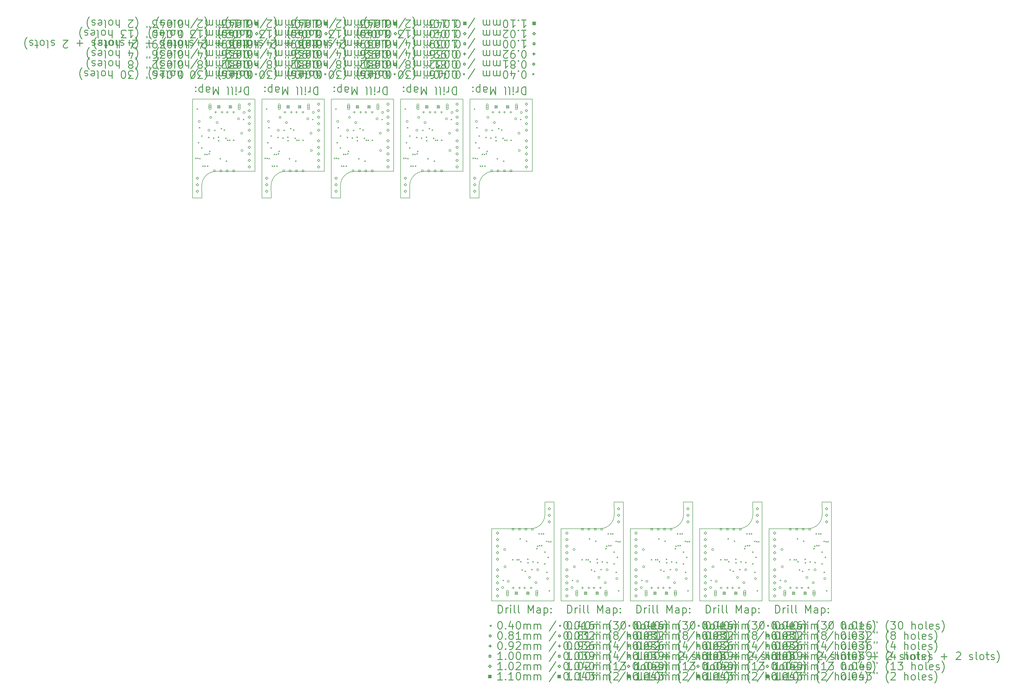
<source format=gbr>
%MOIN*%
%OFA0B0*%
%FSLAX45Y45*%
%IPPOS*%
%LPD*%
%ADD10C,0.005*%
%ADD11C,0.005905511811023622*%
%ADD12C,0.0078740157480314977*%
%ADD13C,0.011811023622047244*%
%ADD24C,0.005*%
%ADD25C,0.005905511811023622*%
%ADD26C,0.0078740157480314977*%
%ADD27C,0.011811023622047244*%
%ADD28C,0.005*%
%ADD29C,0.005905511811023622*%
%ADD30C,0.0078740157480314977*%
%ADD31C,0.011811023622047244*%
%ADD32C,0.005*%
%ADD33C,0.005905511811023622*%
%ADD34C,0.0078740157480314977*%
%ADD35C,0.011811023622047244*%
%ADD36C,0.005*%
%ADD37C,0.005905511811023622*%
%ADD38C,0.0078740157480314977*%
%ADD39C,0.011811023622047244*%
%ADD40C,0.005*%
%ADD41C,0.005905511811023622*%
%ADD42C,0.0078740157480314977*%
%ADD43C,0.011811023622047244*%
%ADD44C,0.005*%
%ADD45C,0.005905511811023622*%
%ADD46C,0.0078740157480314977*%
%ADD47C,0.011811023622047244*%
%ADD48C,0.005*%
%ADD49C,0.005905511811023622*%
%ADD50C,0.0078740157480314977*%
%ADD51C,0.011811023622047244*%
%ADD52C,0.005*%
%ADD53C,0.005905511811023622*%
%ADD54C,0.0078740157480314977*%
%ADD55C,0.011811023622047244*%
%ADD56C,0.005*%
%ADD57C,0.005905511811023622*%
%ADD58C,0.0078740157480314977*%
%ADD59C,0.011811023622047244*%
G01G01*
D10*
D11*
X000319840Y-000110698D02*
G75*
G03G03X000341840Y-000088698J000022000D01X000341840Y-000088698J000022000D01*
G01G01*
X000260196Y-000221417D02*
X000260196Y-000110984D01*
X000355866Y-000221417D02*
X000260196Y-000221417D01*
X000355866Y-000069645D02*
X000355866Y-000221417D01*
X000341692Y-000069645D02*
X000355866Y-000069645D01*
X000341840Y-000088698D02*
X000341692Y-000069645D01*
X000259840Y-000110698D02*
X000319840Y-000110698D01*
D12*
X000277125Y-000189330D02*
X000278700Y-000190905D01*
X000278700Y-000189330D02*
X000277125Y-000190905D01*
X000291889Y-000157440D02*
X000293464Y-000159015D01*
X000293464Y-000157440D02*
X000291889Y-000159015D01*
X000298385Y-000157510D02*
X000299960Y-000159084D01*
X000299960Y-000157510D02*
X000298385Y-000159084D01*
X000301338Y-000157510D02*
X000302913Y-000159084D01*
X000302913Y-000157510D02*
X000301338Y-000159084D01*
X000303162Y-000125469D02*
X000304736Y-000127043D01*
X000304736Y-000125469D02*
X000303162Y-000127043D01*
X000304155Y-000160553D02*
X000305730Y-000162128D01*
X000305730Y-000160553D02*
X000304155Y-000162128D01*
X000306276Y-000173153D02*
X000307851Y-000174728D01*
X000307851Y-000173153D02*
X000306276Y-000174728D01*
X000310981Y-000175351D02*
X000312556Y-000176926D01*
X000312556Y-000175351D02*
X000310981Y-000176926D01*
X000312789Y-000129149D02*
X000314364Y-000130724D01*
X000314364Y-000129149D02*
X000312789Y-000130724D01*
X000314921Y-000156850D02*
X000316496Y-000158425D01*
X000316496Y-000156850D02*
X000314921Y-000158425D01*
X000315349Y-000162184D02*
X000316923Y-000163759D01*
X000316923Y-000162184D02*
X000315349Y-000163759D01*
X000320905Y-000172637D02*
X000322480Y-000174212D01*
X000322480Y-000172637D02*
X000320905Y-000174212D01*
X000322805Y-000160826D02*
X000324380Y-000162401D01*
X000324380Y-000160826D02*
X000322805Y-000162401D01*
X000328695Y-000140553D02*
X000330270Y-000142128D01*
X000330270Y-000140553D02*
X000328695Y-000142128D01*
X000329692Y-000136811D02*
X000331267Y-000138385D01*
X000331267Y-000136811D02*
X000329692Y-000138385D01*
X000330275Y-000161720D02*
X000331850Y-000163295D01*
X000331850Y-000161720D02*
X000330275Y-000163295D01*
X000332052Y-000117910D02*
X000333627Y-000119485D01*
X000333627Y-000117910D02*
X000332052Y-000119485D01*
X000332952Y-000135911D02*
X000334527Y-000137485D01*
X000334527Y-000135911D02*
X000332952Y-000137485D01*
X000335952Y-000117910D02*
X000337527Y-000119485D01*
X000337527Y-000117910D02*
X000335952Y-000119485D01*
X000336052Y-000135911D02*
X000337627Y-000137485D01*
X000337627Y-000135911D02*
X000336052Y-000137485D01*
X000338952Y-000117910D02*
X000340527Y-000119485D01*
X000340527Y-000117910D02*
X000338952Y-000119485D01*
X000340905Y-000163937D02*
X000342480Y-000165511D01*
X000342480Y-000163937D02*
X000340905Y-000165511D01*
X000341052Y-000145911D02*
X000342627Y-000147485D01*
X000342627Y-000145911D02*
X000341052Y-000147485D01*
X000343952Y-000129338D02*
X000345527Y-000130913D01*
X000345527Y-000129338D02*
X000343952Y-000130913D01*
X000344291Y-000176771D02*
X000345866Y-000178346D01*
X000345866Y-000176771D02*
X000344291Y-000178346D01*
X000346052Y-000153911D02*
X000347627Y-000155485D01*
X000347627Y-000153911D02*
X000346052Y-000155485D01*
X000347052Y-000129911D02*
X000348627Y-000131485D01*
X000348627Y-000129911D02*
X000347052Y-000131485D01*
X000347052Y-000129911D02*
X000348627Y-000131485D01*
X000348627Y-000129911D02*
X000347052Y-000131485D01*
X000347992Y-000205275D02*
X000349566Y-000206850D01*
X000349566Y-000205275D02*
X000347992Y-000206850D01*
X000350052Y-000129911D02*
X000351627Y-000131485D01*
X000351627Y-000129911D02*
X000350052Y-000131485D01*
X000278655Y-000200937D02*
G75*
G03G03X000278655Y-000200937I-000001600D01X000278655Y-000200937I-000001600D01*
G01G01*
X000281793Y-000142600D02*
G75*
G03G03X000281793Y-000142600I-000001600D01X000281793Y-000142600I-000001600D01*
G01G01*
X000282252Y-000169077D02*
G75*
G03G03X000282252Y-000169077I-000001600D01X000282252Y-000169077I-000001600D01*
G01G01*
X000287190Y-000191299D02*
G75*
G03G03X000287190Y-000191299I-000001600D01X000287190Y-000191299I-000001600D01*
G01G01*
X000319933Y-000185454D02*
G75*
G03G03X000319933Y-000185454I-000001600D01X000319933Y-000185454I-000001600D01*
G01G01*
X000329730Y-000193441D02*
G75*
G03G03X000329730Y-000193441I-000001600D01X000329730Y-000193441I-000001600D01*
G01G01*
X000332440Y-000173698D02*
G75*
G03G03X000332440Y-000173698I-000001600D01X000332440Y-000173698I-000001600D01*
G01G01*
X000347502Y-000187240D02*
G75*
G03G03X000347502Y-000187240I-000001600D01X000347502Y-000187240I-000001600D01*
G01G01*
X000293070Y-000199527D02*
X000293070Y-000203149D01*
X000291259Y-000201338D02*
X000294881Y-000201338D01*
X000302913Y-000199527D02*
X000302913Y-000203149D01*
X000301102Y-000201338D02*
X000304724Y-000201338D01*
X000310787Y-000199527D02*
X000310787Y-000203149D01*
X000308976Y-000201338D02*
X000312598Y-000201338D01*
X000320629Y-000199527D02*
X000320629Y-000203149D01*
X000318818Y-000201338D02*
X000322440Y-000201338D01*
X000285801Y-000210998D02*
X000285801Y-000208214D01*
X000283017Y-000208214D01*
X000283017Y-000210998D01*
X000285801Y-000210998D01*
X000282834Y-000206653D02*
X000282834Y-000212559D01*
X000285984Y-000206653D02*
X000285984Y-000212559D01*
X000282834Y-000212559D02*
G75*
G03G03X000285984Y-000212559I000001574D01X000285984Y-000212559I000001574D01*
G01G01*
X000285984Y-000206653D02*
G75*
G03G03X000282834Y-000206653I-000001574D01X000282834Y-000206653I-000001574D01*
G01G01*
X000294423Y-000112769D02*
X000294423Y-000109985D01*
X000291639Y-000109985D01*
X000291639Y-000112769D01*
X000294423Y-000112769D01*
X000304265Y-000112769D02*
X000304265Y-000109985D01*
X000301482Y-000109985D01*
X000301482Y-000112769D01*
X000304265Y-000112769D01*
X000314108Y-000112769D02*
X000314108Y-000109985D01*
X000311324Y-000109985D01*
X000311324Y-000112769D01*
X000314108Y-000112769D01*
X000323950Y-000112769D02*
X000323950Y-000109985D01*
X000321167Y-000109985D01*
X000321167Y-000112769D01*
X000323950Y-000112769D01*
X000330683Y-000210998D02*
X000330683Y-000208214D01*
X000327899Y-000208214D01*
X000327899Y-000210998D01*
X000330683Y-000210998D01*
X000327716Y-000206653D02*
X000327716Y-000212559D01*
X000330866Y-000206653D02*
X000330866Y-000212559D01*
X000327716Y-000212559D02*
G75*
G03G03X000330866Y-000212559I000001574D01X000330866Y-000212559I000001574D01*
G01G01*
X000330866Y-000206653D02*
G75*
G03G03X000327716Y-000206653I-000001574D01X000327716Y-000206653I-000001574D01*
G01G01*
X000269055Y-000119480D02*
X000271055Y-000117480D01*
X000269055Y-000115480D01*
X000267055Y-000117480D01*
X000269055Y-000119480D01*
X000269055Y-000129480D02*
X000271055Y-000127480D01*
X000269055Y-000125480D01*
X000267055Y-000127480D01*
X000269055Y-000129480D01*
X000269055Y-000139480D02*
X000271055Y-000137480D01*
X000269055Y-000135480D01*
X000267055Y-000137480D01*
X000269055Y-000139480D01*
X000269055Y-000149480D02*
X000271055Y-000147480D01*
X000269055Y-000145480D01*
X000267055Y-000147480D01*
X000269055Y-000149480D01*
X000269055Y-000159480D02*
X000271055Y-000157480D01*
X000269055Y-000155480D01*
X000267055Y-000157480D01*
X000269055Y-000159480D01*
X000269055Y-000175740D02*
X000271055Y-000173740D01*
X000269055Y-000171740D01*
X000267055Y-000173740D01*
X000269055Y-000175740D01*
X000269055Y-000185740D02*
X000271055Y-000183740D01*
X000269055Y-000181740D01*
X000267055Y-000183740D01*
X000269055Y-000185740D01*
X000269055Y-000195740D02*
X000271055Y-000193740D01*
X000269055Y-000191740D01*
X000267055Y-000193740D01*
X000269055Y-000195740D01*
X000269055Y-000205740D02*
X000271055Y-000203740D01*
X000269055Y-000201740D01*
X000267055Y-000203740D01*
X000269055Y-000205740D01*
X000269055Y-000215740D02*
X000271055Y-000213740D01*
X000269055Y-000211740D01*
X000267055Y-000213740D01*
X000269055Y-000215740D01*
X000348622Y-000082000D02*
X000350622Y-000080000D01*
X000348622Y-000078000D01*
X000346622Y-000080000D01*
X000348622Y-000082000D01*
X000348622Y-000092000D02*
X000350622Y-000090000D01*
X000348622Y-000088000D01*
X000346622Y-000090000D01*
X000348622Y-000092000D01*
X000348622Y-000102000D02*
X000350622Y-000100000D01*
X000348622Y-000098000D01*
X000346622Y-000100000D01*
X000348622Y-000102000D01*
X000295826Y-000207440D02*
X000300157Y-000211771D01*
X000300157Y-000207440D02*
X000295826Y-000211771D01*
X000300157Y-000209606D02*
G75*
G03G03X000300157Y-000209606I-000002165D01X000300157Y-000209606I-000002165D01*
G01G01*
X000313543Y-000207440D02*
X000317874Y-000211771D01*
X000317874Y-000207440D02*
X000313543Y-000211771D01*
X000317874Y-000209606D02*
G75*
G03G03X000317874Y-000209606I-000002165D01X000317874Y-000209606I-000002165D01*
G01G01*
D13*
X000270231Y-000240047D02*
X000270231Y-000228236D01*
X000273043Y-000228236D01*
X000274730Y-000228799D01*
X000275855Y-000229924D01*
X000276417Y-000231048D01*
X000276980Y-000233298D01*
X000276980Y-000234985D01*
X000276417Y-000237235D01*
X000275855Y-000238360D01*
X000274730Y-000239485D01*
X000273043Y-000240047D01*
X000270231Y-000240047D01*
X000282042Y-000240047D02*
X000282042Y-000232173D01*
X000282042Y-000234423D02*
X000282604Y-000233298D01*
X000283166Y-000232736D01*
X000284291Y-000232173D01*
X000285416Y-000232173D01*
X000289353Y-000240047D02*
X000289353Y-000232173D01*
X000289353Y-000228236D02*
X000288791Y-000228799D01*
X000289353Y-000229361D01*
X000289916Y-000228799D01*
X000289353Y-000228236D01*
X000289353Y-000229361D01*
X000296665Y-000240047D02*
X000295540Y-000239485D01*
X000294977Y-000238360D01*
X000294977Y-000228236D01*
X000302851Y-000240047D02*
X000301727Y-000239485D01*
X000301164Y-000238360D01*
X000301164Y-000228236D01*
X000316350Y-000240047D02*
X000316350Y-000228236D01*
X000320287Y-000236673D01*
X000324224Y-000228236D01*
X000324224Y-000240047D01*
X000334910Y-000240047D02*
X000334910Y-000233861D01*
X000334348Y-000232736D01*
X000333223Y-000232173D01*
X000330973Y-000232173D01*
X000329848Y-000232736D01*
X000334910Y-000239485D02*
X000333785Y-000240047D01*
X000330973Y-000240047D01*
X000329848Y-000239485D01*
X000329286Y-000238360D01*
X000329286Y-000237235D01*
X000329848Y-000236110D01*
X000330973Y-000235548D01*
X000333785Y-000235548D01*
X000334910Y-000234985D01*
X000340534Y-000232173D02*
X000340534Y-000243984D01*
X000340534Y-000232736D02*
X000341659Y-000232173D01*
X000343909Y-000232173D01*
X000345034Y-000232736D01*
X000345596Y-000233298D01*
X000346159Y-000234423D01*
X000346159Y-000237798D01*
X000345596Y-000238922D01*
X000345034Y-000239485D01*
X000343909Y-000240047D01*
X000341659Y-000240047D01*
X000340534Y-000239485D01*
X000351220Y-000238922D02*
X000351783Y-000239485D01*
X000351220Y-000240047D01*
X000350658Y-000239485D01*
X000351220Y-000238922D01*
X000351220Y-000240047D01*
X000351220Y-000232736D02*
X000351783Y-000233298D01*
X000351220Y-000233861D01*
X000350658Y-000233298D01*
X000351220Y-000232736D01*
X000351220Y-000233861D01*
X000257970Y-000258720D02*
X000259544Y-000260295D01*
X000259544Y-000258720D02*
X000257970Y-000260295D01*
X000272480Y-000253039D02*
X000273605Y-000253039D01*
X000274730Y-000253602D01*
X000275292Y-000254164D01*
X000275855Y-000255289D01*
X000276417Y-000257539D01*
X000276417Y-000260351D01*
X000275855Y-000262601D01*
X000275292Y-000263726D01*
X000274730Y-000264288D01*
X000273605Y-000264850D01*
X000272480Y-000264850D01*
X000271355Y-000264288D01*
X000270793Y-000263726D01*
X000270231Y-000262601D01*
X000269668Y-000260351D01*
X000269668Y-000257539D01*
X000270231Y-000255289D01*
X000270793Y-000254164D01*
X000271355Y-000253602D01*
X000272480Y-000253039D01*
X000281479Y-000263726D02*
X000282042Y-000264288D01*
X000281479Y-000264850D01*
X000280917Y-000264288D01*
X000281479Y-000263726D01*
X000281479Y-000264850D01*
X000292165Y-000256976D02*
X000292165Y-000264850D01*
X000289353Y-000252477D02*
X000286541Y-000260913D01*
X000293853Y-000260913D01*
X000300602Y-000253039D02*
X000301727Y-000253039D01*
X000302851Y-000253602D01*
X000303414Y-000254164D01*
X000303976Y-000255289D01*
X000304539Y-000257539D01*
X000304539Y-000260351D01*
X000303976Y-000262601D01*
X000303414Y-000263726D01*
X000302851Y-000264288D01*
X000301727Y-000264850D01*
X000300602Y-000264850D01*
X000299477Y-000264288D01*
X000298914Y-000263726D01*
X000298352Y-000262601D01*
X000297790Y-000260351D01*
X000297790Y-000257539D01*
X000298352Y-000255289D01*
X000298914Y-000254164D01*
X000299477Y-000253602D01*
X000300602Y-000253039D01*
X000309601Y-000264850D02*
X000309601Y-000256976D01*
X000309601Y-000258101D02*
X000310163Y-000257539D01*
X000311288Y-000256976D01*
X000312975Y-000256976D01*
X000314100Y-000257539D01*
X000314662Y-000258664D01*
X000314662Y-000264850D01*
X000314662Y-000258664D02*
X000315225Y-000257539D01*
X000316350Y-000256976D01*
X000318037Y-000256976D01*
X000319162Y-000257539D01*
X000319724Y-000258664D01*
X000319724Y-000264850D01*
X000325349Y-000264850D02*
X000325349Y-000256976D01*
X000325349Y-000258101D02*
X000325911Y-000257539D01*
X000327036Y-000256976D01*
X000328723Y-000256976D01*
X000329848Y-000257539D01*
X000330411Y-000258664D01*
X000330411Y-000264850D01*
X000330411Y-000258664D02*
X000330973Y-000257539D01*
X000332098Y-000256976D01*
X000333785Y-000256976D01*
X000334910Y-000257539D01*
X000335472Y-000258664D01*
X000335472Y-000264850D01*
X000358532Y-000252477D02*
X000348408Y-000267663D01*
X000373718Y-000253039D02*
X000374842Y-000253039D01*
X000375967Y-000253602D01*
X000376530Y-000254164D01*
X000377092Y-000255289D01*
X000377655Y-000257539D01*
X000377655Y-000260351D01*
X000377092Y-000262601D01*
X000376530Y-000263726D01*
X000375967Y-000264288D01*
X000374842Y-000264850D01*
X000373718Y-000264850D01*
X000372593Y-000264288D01*
X000372030Y-000263726D01*
X000371468Y-000262601D01*
X000370905Y-000260351D01*
X000370905Y-000257539D01*
X000371468Y-000255289D01*
X000372030Y-000254164D01*
X000372593Y-000253602D01*
X000373718Y-000253039D01*
X000382716Y-000263726D02*
X000383279Y-000264288D01*
X000382716Y-000264850D01*
X000382154Y-000264288D01*
X000382716Y-000263726D01*
X000382716Y-000264850D01*
X000390590Y-000253039D02*
X000391715Y-000253039D01*
X000392840Y-000253602D01*
X000393403Y-000254164D01*
X000393965Y-000255289D01*
X000394527Y-000257539D01*
X000394527Y-000260351D01*
X000393965Y-000262601D01*
X000393403Y-000263726D01*
X000392840Y-000264288D01*
X000391715Y-000264850D01*
X000390590Y-000264850D01*
X000389466Y-000264288D01*
X000388903Y-000263726D01*
X000388341Y-000262601D01*
X000387778Y-000260351D01*
X000387778Y-000257539D01*
X000388341Y-000255289D01*
X000388903Y-000254164D01*
X000389466Y-000253602D01*
X000390590Y-000253039D01*
X000405776Y-000264850D02*
X000399027Y-000264850D01*
X000402402Y-000264850D02*
X000402402Y-000253039D01*
X000401277Y-000254727D01*
X000400152Y-000255852D01*
X000399027Y-000256414D01*
X000415900Y-000253039D02*
X000413650Y-000253039D01*
X000412525Y-000253602D01*
X000411963Y-000254164D01*
X000410838Y-000255852D01*
X000410276Y-000258101D01*
X000410276Y-000262601D01*
X000410838Y-000263726D01*
X000411400Y-000264288D01*
X000412525Y-000264850D01*
X000414775Y-000264850D01*
X000415900Y-000264288D01*
X000416462Y-000263726D01*
X000417025Y-000262601D01*
X000417025Y-000259789D01*
X000416462Y-000258664D01*
X000415900Y-000258101D01*
X000414775Y-000257539D01*
X000412525Y-000257539D01*
X000411400Y-000258101D01*
X000410838Y-000258664D01*
X000410276Y-000259789D01*
X000421524Y-000253039D02*
X000421524Y-000255289D01*
X000426024Y-000253039D02*
X000426024Y-000255289D01*
X000443459Y-000269350D02*
X000442896Y-000268787D01*
X000441772Y-000267100D01*
X000441209Y-000265975D01*
X000440647Y-000264288D01*
X000440084Y-000261476D01*
X000440084Y-000259226D01*
X000440647Y-000256414D01*
X000441209Y-000254727D01*
X000441772Y-000253602D01*
X000442896Y-000251915D01*
X000443459Y-000251352D01*
X000446833Y-000253039D02*
X000454145Y-000253039D01*
X000450208Y-000257539D01*
X000451895Y-000257539D01*
X000453020Y-000258101D01*
X000453583Y-000258664D01*
X000454145Y-000259789D01*
X000454145Y-000262601D01*
X000453583Y-000263726D01*
X000453020Y-000264288D01*
X000451895Y-000264850D01*
X000448521Y-000264850D01*
X000447396Y-000264288D01*
X000446833Y-000263726D01*
X000461457Y-000253039D02*
X000462582Y-000253039D01*
X000463706Y-000253602D01*
X000464269Y-000254164D01*
X000464831Y-000255289D01*
X000465394Y-000257539D01*
X000465394Y-000260351D01*
X000464831Y-000262601D01*
X000464269Y-000263726D01*
X000463706Y-000264288D01*
X000462582Y-000264850D01*
X000461457Y-000264850D01*
X000460332Y-000264288D01*
X000459769Y-000263726D01*
X000459207Y-000262601D01*
X000458645Y-000260351D01*
X000458645Y-000257539D01*
X000459207Y-000255289D01*
X000459769Y-000254164D01*
X000460332Y-000253602D01*
X000461457Y-000253039D01*
X000479454Y-000264850D02*
X000479454Y-000253039D01*
X000484516Y-000264850D02*
X000484516Y-000258664D01*
X000483954Y-000257539D01*
X000482829Y-000256976D01*
X000481142Y-000256976D01*
X000480017Y-000257539D01*
X000479454Y-000258101D01*
X000491828Y-000264850D02*
X000490703Y-000264288D01*
X000490141Y-000263726D01*
X000489578Y-000262601D01*
X000489578Y-000259226D01*
X000490141Y-000258101D01*
X000490703Y-000257539D01*
X000491828Y-000256976D01*
X000493515Y-000256976D01*
X000494640Y-000257539D01*
X000495202Y-000258101D01*
X000495765Y-000259226D01*
X000495765Y-000262601D01*
X000495202Y-000263726D01*
X000494640Y-000264288D01*
X000493515Y-000264850D01*
X000491828Y-000264850D01*
X000502514Y-000264850D02*
X000501389Y-000264288D01*
X000500827Y-000263163D01*
X000500827Y-000253039D01*
X000511513Y-000264288D02*
X000510388Y-000264850D01*
X000508138Y-000264850D01*
X000507013Y-000264288D01*
X000506451Y-000263163D01*
X000506451Y-000258664D01*
X000507013Y-000257539D01*
X000508138Y-000256976D01*
X000510388Y-000256976D01*
X000511513Y-000257539D01*
X000512075Y-000258664D01*
X000512075Y-000259789D01*
X000506451Y-000260913D01*
X000516575Y-000264288D02*
X000517700Y-000264850D01*
X000519949Y-000264850D01*
X000521074Y-000264288D01*
X000521637Y-000263163D01*
X000521637Y-000262601D01*
X000521074Y-000261476D01*
X000519949Y-000260913D01*
X000518262Y-000260913D01*
X000517137Y-000260351D01*
X000516575Y-000259226D01*
X000516575Y-000258664D01*
X000517137Y-000257539D01*
X000518262Y-000256976D01*
X000519949Y-000256976D01*
X000521074Y-000257539D01*
X000525574Y-000269350D02*
X000526136Y-000268787D01*
X000527261Y-000267100D01*
X000527823Y-000265975D01*
X000528386Y-000264288D01*
X000528948Y-000261476D01*
X000528948Y-000259226D01*
X000528386Y-000256414D01*
X000527823Y-000254727D01*
X000527261Y-000253602D01*
X000526136Y-000251915D01*
X000525574Y-000251352D01*
X000259544Y-000275098D02*
G75*
G03G03X000259544Y-000275098I-000001600D01X000259544Y-000275098I-000001600D01*
G01G01*
X000272480Y-000268630D02*
X000273605Y-000268630D01*
X000274730Y-000269192D01*
X000275292Y-000269755D01*
X000275855Y-000270880D01*
X000276417Y-000273129D01*
X000276417Y-000275942D01*
X000275855Y-000278191D01*
X000275292Y-000279316D01*
X000274730Y-000279879D01*
X000273605Y-000280441D01*
X000272480Y-000280441D01*
X000271355Y-000279879D01*
X000270793Y-000279316D01*
X000270231Y-000278191D01*
X000269668Y-000275942D01*
X000269668Y-000273129D01*
X000270231Y-000270880D01*
X000270793Y-000269755D01*
X000271355Y-000269192D01*
X000272480Y-000268630D01*
X000281479Y-000279316D02*
X000282042Y-000279879D01*
X000281479Y-000280441D01*
X000280917Y-000279879D01*
X000281479Y-000279316D01*
X000281479Y-000280441D01*
X000288791Y-000273692D02*
X000287666Y-000273129D01*
X000287103Y-000272567D01*
X000286541Y-000271442D01*
X000286541Y-000270880D01*
X000287103Y-000269755D01*
X000287666Y-000269192D01*
X000288791Y-000268630D01*
X000291040Y-000268630D01*
X000292165Y-000269192D01*
X000292728Y-000269755D01*
X000293290Y-000270880D01*
X000293290Y-000271442D01*
X000292728Y-000272567D01*
X000292165Y-000273129D01*
X000291040Y-000273692D01*
X000288791Y-000273692D01*
X000287666Y-000274254D01*
X000287103Y-000274817D01*
X000286541Y-000275942D01*
X000286541Y-000278191D01*
X000287103Y-000279316D01*
X000287666Y-000279879D01*
X000288791Y-000280441D01*
X000291040Y-000280441D01*
X000292165Y-000279879D01*
X000292728Y-000279316D01*
X000293290Y-000278191D01*
X000293290Y-000275942D01*
X000292728Y-000274817D01*
X000292165Y-000274254D01*
X000291040Y-000273692D01*
X000304539Y-000280441D02*
X000297790Y-000280441D01*
X000301164Y-000280441D02*
X000301164Y-000268630D01*
X000300039Y-000270317D01*
X000298914Y-000271442D01*
X000297790Y-000272005D01*
X000309601Y-000280441D02*
X000309601Y-000272567D01*
X000309601Y-000273692D02*
X000310163Y-000273129D01*
X000311288Y-000272567D01*
X000312975Y-000272567D01*
X000314100Y-000273129D01*
X000314662Y-000274254D01*
X000314662Y-000280441D01*
X000314662Y-000274254D02*
X000315225Y-000273129D01*
X000316350Y-000272567D01*
X000318037Y-000272567D01*
X000319162Y-000273129D01*
X000319724Y-000274254D01*
X000319724Y-000280441D01*
X000325349Y-000280441D02*
X000325349Y-000272567D01*
X000325349Y-000273692D02*
X000325911Y-000273129D01*
X000327036Y-000272567D01*
X000328723Y-000272567D01*
X000329848Y-000273129D01*
X000330411Y-000274254D01*
X000330411Y-000280441D01*
X000330411Y-000274254D02*
X000330973Y-000273129D01*
X000332098Y-000272567D01*
X000333785Y-000272567D01*
X000334910Y-000273129D01*
X000335472Y-000274254D01*
X000335472Y-000280441D01*
X000358532Y-000268068D02*
X000348408Y-000283253D01*
X000373718Y-000268630D02*
X000374842Y-000268630D01*
X000375967Y-000269192D01*
X000376530Y-000269755D01*
X000377092Y-000270880D01*
X000377655Y-000273129D01*
X000377655Y-000275942D01*
X000377092Y-000278191D01*
X000376530Y-000279316D01*
X000375967Y-000279879D01*
X000374842Y-000280441D01*
X000373718Y-000280441D01*
X000372593Y-000279879D01*
X000372030Y-000279316D01*
X000371468Y-000278191D01*
X000370905Y-000275942D01*
X000370905Y-000273129D01*
X000371468Y-000270880D01*
X000372030Y-000269755D01*
X000372593Y-000269192D01*
X000373718Y-000268630D01*
X000382716Y-000279316D02*
X000383279Y-000279879D01*
X000382716Y-000280441D01*
X000382154Y-000279879D01*
X000382716Y-000279316D01*
X000382716Y-000280441D01*
X000390590Y-000268630D02*
X000391715Y-000268630D01*
X000392840Y-000269192D01*
X000393403Y-000269755D01*
X000393965Y-000270880D01*
X000394527Y-000273129D01*
X000394527Y-000275942D01*
X000393965Y-000278191D01*
X000393403Y-000279316D01*
X000392840Y-000279879D01*
X000391715Y-000280441D01*
X000390590Y-000280441D01*
X000389466Y-000279879D01*
X000388903Y-000279316D01*
X000388341Y-000278191D01*
X000387778Y-000275942D01*
X000387778Y-000273129D01*
X000388341Y-000270880D01*
X000388903Y-000269755D01*
X000389466Y-000269192D01*
X000390590Y-000268630D01*
X000398465Y-000268630D02*
X000405776Y-000268630D01*
X000401839Y-000273129D01*
X000403526Y-000273129D01*
X000404651Y-000273692D01*
X000405214Y-000274254D01*
X000405776Y-000275379D01*
X000405776Y-000278191D01*
X000405214Y-000279316D01*
X000404651Y-000279879D01*
X000403526Y-000280441D01*
X000400152Y-000280441D01*
X000399027Y-000279879D01*
X000398465Y-000279316D01*
X000410276Y-000269755D02*
X000410838Y-000269192D01*
X000411963Y-000268630D01*
X000414775Y-000268630D01*
X000415900Y-000269192D01*
X000416462Y-000269755D01*
X000417025Y-000270880D01*
X000417025Y-000272005D01*
X000416462Y-000273692D01*
X000409713Y-000280441D01*
X000417025Y-000280441D01*
X000421524Y-000268630D02*
X000421524Y-000270880D01*
X000426024Y-000268630D02*
X000426024Y-000270880D01*
X000443459Y-000284940D02*
X000442896Y-000284378D01*
X000441772Y-000282691D01*
X000441209Y-000281566D01*
X000440647Y-000279879D01*
X000440084Y-000277066D01*
X000440084Y-000274817D01*
X000440647Y-000272005D01*
X000441209Y-000270317D01*
X000441772Y-000269192D01*
X000442896Y-000267505D01*
X000443459Y-000266943D01*
X000449646Y-000273692D02*
X000448521Y-000273129D01*
X000447958Y-000272567D01*
X000447396Y-000271442D01*
X000447396Y-000270880D01*
X000447958Y-000269755D01*
X000448521Y-000269192D01*
X000449646Y-000268630D01*
X000451895Y-000268630D01*
X000453020Y-000269192D01*
X000453583Y-000269755D01*
X000454145Y-000270880D01*
X000454145Y-000271442D01*
X000453583Y-000272567D01*
X000453020Y-000273129D01*
X000451895Y-000273692D01*
X000449646Y-000273692D01*
X000448521Y-000274254D01*
X000447958Y-000274817D01*
X000447396Y-000275942D01*
X000447396Y-000278191D01*
X000447958Y-000279316D01*
X000448521Y-000279879D01*
X000449646Y-000280441D01*
X000451895Y-000280441D01*
X000453020Y-000279879D01*
X000453583Y-000279316D01*
X000454145Y-000278191D01*
X000454145Y-000275942D01*
X000453583Y-000274817D01*
X000453020Y-000274254D01*
X000451895Y-000273692D01*
X000468206Y-000280441D02*
X000468206Y-000268630D01*
X000473268Y-000280441D02*
X000473268Y-000274254D01*
X000472705Y-000273129D01*
X000471580Y-000272567D01*
X000469893Y-000272567D01*
X000468768Y-000273129D01*
X000468206Y-000273692D01*
X000480579Y-000280441D02*
X000479454Y-000279879D01*
X000478892Y-000279316D01*
X000478330Y-000278191D01*
X000478330Y-000274817D01*
X000478892Y-000273692D01*
X000479454Y-000273129D01*
X000480579Y-000272567D01*
X000482267Y-000272567D01*
X000483391Y-000273129D01*
X000483954Y-000273692D01*
X000484516Y-000274817D01*
X000484516Y-000278191D01*
X000483954Y-000279316D01*
X000483391Y-000279879D01*
X000482267Y-000280441D01*
X000480579Y-000280441D01*
X000491265Y-000280441D02*
X000490141Y-000279879D01*
X000489578Y-000278754D01*
X000489578Y-000268630D01*
X000500264Y-000279879D02*
X000499139Y-000280441D01*
X000496890Y-000280441D01*
X000495765Y-000279879D01*
X000495202Y-000278754D01*
X000495202Y-000274254D01*
X000495765Y-000273129D01*
X000496890Y-000272567D01*
X000499139Y-000272567D01*
X000500264Y-000273129D01*
X000500827Y-000274254D01*
X000500827Y-000275379D01*
X000495202Y-000276504D01*
X000505326Y-000279879D02*
X000506451Y-000280441D01*
X000508701Y-000280441D01*
X000509826Y-000279879D01*
X000510388Y-000278754D01*
X000510388Y-000278191D01*
X000509826Y-000277066D01*
X000508701Y-000276504D01*
X000507013Y-000276504D01*
X000505889Y-000275942D01*
X000505326Y-000274817D01*
X000505326Y-000274254D01*
X000505889Y-000273129D01*
X000507013Y-000272567D01*
X000508701Y-000272567D01*
X000509826Y-000273129D01*
X000514325Y-000284940D02*
X000514887Y-000284378D01*
X000516012Y-000282691D01*
X000516575Y-000281566D01*
X000517137Y-000279879D01*
X000517700Y-000277066D01*
X000517700Y-000274817D01*
X000517137Y-000272005D01*
X000516575Y-000270317D01*
X000516012Y-000269192D01*
X000514887Y-000267505D01*
X000514325Y-000266943D01*
X000257733Y-000288877D02*
X000257733Y-000292500D01*
X000255922Y-000290688D02*
X000259544Y-000290688D01*
X000272480Y-000284220D02*
X000273605Y-000284220D01*
X000274730Y-000284783D01*
X000275292Y-000285345D01*
X000275855Y-000286470D01*
X000276417Y-000288720D01*
X000276417Y-000291532D01*
X000275855Y-000293782D01*
X000275292Y-000294907D01*
X000274730Y-000295469D01*
X000273605Y-000296032D01*
X000272480Y-000296032D01*
X000271355Y-000295469D01*
X000270793Y-000294907D01*
X000270231Y-000293782D01*
X000269668Y-000291532D01*
X000269668Y-000288720D01*
X000270231Y-000286470D01*
X000270793Y-000285345D01*
X000271355Y-000284783D01*
X000272480Y-000284220D01*
X000281479Y-000294907D02*
X000282042Y-000295469D01*
X000281479Y-000296032D01*
X000280917Y-000295469D01*
X000281479Y-000294907D01*
X000281479Y-000296032D01*
X000287666Y-000296032D02*
X000289916Y-000296032D01*
X000291040Y-000295469D01*
X000291603Y-000294907D01*
X000292728Y-000293219D01*
X000293290Y-000290970D01*
X000293290Y-000286470D01*
X000292728Y-000285345D01*
X000292165Y-000284783D01*
X000291040Y-000284220D01*
X000288791Y-000284220D01*
X000287666Y-000284783D01*
X000287103Y-000285345D01*
X000286541Y-000286470D01*
X000286541Y-000289282D01*
X000287103Y-000290407D01*
X000287666Y-000290970D01*
X000288791Y-000291532D01*
X000291040Y-000291532D01*
X000292165Y-000290970D01*
X000292728Y-000290407D01*
X000293290Y-000289282D01*
X000297790Y-000285345D02*
X000298352Y-000284783D01*
X000299477Y-000284220D01*
X000302289Y-000284220D01*
X000303414Y-000284783D01*
X000303976Y-000285345D01*
X000304539Y-000286470D01*
X000304539Y-000287595D01*
X000303976Y-000289282D01*
X000297227Y-000296032D01*
X000304539Y-000296032D01*
X000309601Y-000296032D02*
X000309601Y-000288157D01*
X000309601Y-000289282D02*
X000310163Y-000288720D01*
X000311288Y-000288157D01*
X000312975Y-000288157D01*
X000314100Y-000288720D01*
X000314662Y-000289845D01*
X000314662Y-000296032D01*
X000314662Y-000289845D02*
X000315225Y-000288720D01*
X000316350Y-000288157D01*
X000318037Y-000288157D01*
X000319162Y-000288720D01*
X000319724Y-000289845D01*
X000319724Y-000296032D01*
X000325349Y-000296032D02*
X000325349Y-000288157D01*
X000325349Y-000289282D02*
X000325911Y-000288720D01*
X000327036Y-000288157D01*
X000328723Y-000288157D01*
X000329848Y-000288720D01*
X000330411Y-000289845D01*
X000330411Y-000296032D01*
X000330411Y-000289845D02*
X000330973Y-000288720D01*
X000332098Y-000288157D01*
X000333785Y-000288157D01*
X000334910Y-000288720D01*
X000335472Y-000289845D01*
X000335472Y-000296032D01*
X000358532Y-000283658D02*
X000348408Y-000298844D01*
X000373718Y-000284220D02*
X000374842Y-000284220D01*
X000375967Y-000284783D01*
X000376530Y-000285345D01*
X000377092Y-000286470D01*
X000377655Y-000288720D01*
X000377655Y-000291532D01*
X000377092Y-000293782D01*
X000376530Y-000294907D01*
X000375967Y-000295469D01*
X000374842Y-000296032D01*
X000373718Y-000296032D01*
X000372593Y-000295469D01*
X000372030Y-000294907D01*
X000371468Y-000293782D01*
X000370905Y-000291532D01*
X000370905Y-000288720D01*
X000371468Y-000286470D01*
X000372030Y-000285345D01*
X000372593Y-000284783D01*
X000373718Y-000284220D01*
X000382716Y-000294907D02*
X000383279Y-000295469D01*
X000382716Y-000296032D01*
X000382154Y-000295469D01*
X000382716Y-000294907D01*
X000382716Y-000296032D01*
X000390590Y-000284220D02*
X000391715Y-000284220D01*
X000392840Y-000284783D01*
X000393403Y-000285345D01*
X000393965Y-000286470D01*
X000394527Y-000288720D01*
X000394527Y-000291532D01*
X000393965Y-000293782D01*
X000393403Y-000294907D01*
X000392840Y-000295469D01*
X000391715Y-000296032D01*
X000390590Y-000296032D01*
X000389466Y-000295469D01*
X000388903Y-000294907D01*
X000388341Y-000293782D01*
X000387778Y-000291532D01*
X000387778Y-000288720D01*
X000388341Y-000286470D01*
X000388903Y-000285345D01*
X000389466Y-000284783D01*
X000390590Y-000284220D01*
X000398465Y-000284220D02*
X000405776Y-000284220D01*
X000401839Y-000288720D01*
X000403526Y-000288720D01*
X000404651Y-000289282D01*
X000405214Y-000289845D01*
X000405776Y-000290970D01*
X000405776Y-000293782D01*
X000405214Y-000294907D01*
X000404651Y-000295469D01*
X000403526Y-000296032D01*
X000400152Y-000296032D01*
X000399027Y-000295469D01*
X000398465Y-000294907D01*
X000415900Y-000284220D02*
X000413650Y-000284220D01*
X000412525Y-000284783D01*
X000411963Y-000285345D01*
X000410838Y-000287033D01*
X000410276Y-000289282D01*
X000410276Y-000293782D01*
X000410838Y-000294907D01*
X000411400Y-000295469D01*
X000412525Y-000296032D01*
X000414775Y-000296032D01*
X000415900Y-000295469D01*
X000416462Y-000294907D01*
X000417025Y-000293782D01*
X000417025Y-000290970D01*
X000416462Y-000289845D01*
X000415900Y-000289282D01*
X000414775Y-000288720D01*
X000412525Y-000288720D01*
X000411400Y-000289282D01*
X000410838Y-000289845D01*
X000410276Y-000290970D01*
X000421524Y-000284220D02*
X000421524Y-000286470D01*
X000426024Y-000284220D02*
X000426024Y-000286470D01*
X000443459Y-000300531D02*
X000442896Y-000299969D01*
X000441772Y-000298281D01*
X000441209Y-000297156D01*
X000440647Y-000295469D01*
X000440084Y-000292657D01*
X000440084Y-000290407D01*
X000440647Y-000287595D01*
X000441209Y-000285908D01*
X000441772Y-000284783D01*
X000442896Y-000283096D01*
X000443459Y-000282533D01*
X000453020Y-000288157D02*
X000453020Y-000296032D01*
X000450208Y-000283658D02*
X000447396Y-000292095D01*
X000454707Y-000292095D01*
X000468206Y-000296032D02*
X000468206Y-000284220D01*
X000473268Y-000296032D02*
X000473268Y-000289845D01*
X000472705Y-000288720D01*
X000471580Y-000288157D01*
X000469893Y-000288157D01*
X000468768Y-000288720D01*
X000468206Y-000289282D01*
X000480579Y-000296032D02*
X000479454Y-000295469D01*
X000478892Y-000294907D01*
X000478330Y-000293782D01*
X000478330Y-000290407D01*
X000478892Y-000289282D01*
X000479454Y-000288720D01*
X000480579Y-000288157D01*
X000482267Y-000288157D01*
X000483391Y-000288720D01*
X000483954Y-000289282D01*
X000484516Y-000290407D01*
X000484516Y-000293782D01*
X000483954Y-000294907D01*
X000483391Y-000295469D01*
X000482267Y-000296032D01*
X000480579Y-000296032D01*
X000491265Y-000296032D02*
X000490141Y-000295469D01*
X000489578Y-000294344D01*
X000489578Y-000284220D01*
X000500264Y-000295469D02*
X000499139Y-000296032D01*
X000496890Y-000296032D01*
X000495765Y-000295469D01*
X000495202Y-000294344D01*
X000495202Y-000289845D01*
X000495765Y-000288720D01*
X000496890Y-000288157D01*
X000499139Y-000288157D01*
X000500264Y-000288720D01*
X000500827Y-000289845D01*
X000500827Y-000290970D01*
X000495202Y-000292095D01*
X000505326Y-000295469D02*
X000506451Y-000296032D01*
X000508701Y-000296032D01*
X000509826Y-000295469D01*
X000510388Y-000294344D01*
X000510388Y-000293782D01*
X000509826Y-000292657D01*
X000508701Y-000292095D01*
X000507013Y-000292095D01*
X000505889Y-000291532D01*
X000505326Y-000290407D01*
X000505326Y-000289845D01*
X000505889Y-000288720D01*
X000507013Y-000288157D01*
X000508701Y-000288157D01*
X000509826Y-000288720D01*
X000514325Y-000300531D02*
X000514887Y-000299969D01*
X000516012Y-000298281D01*
X000516575Y-000297156D01*
X000517137Y-000295469D01*
X000517700Y-000292657D01*
X000517700Y-000290407D01*
X000517137Y-000287595D01*
X000516575Y-000285908D01*
X000516012Y-000284783D01*
X000514887Y-000283096D01*
X000514325Y-000282533D01*
X000258968Y-000307671D02*
X000258968Y-000304887D01*
X000256184Y-000304887D01*
X000256184Y-000307671D01*
X000258968Y-000307671D01*
X000276417Y-000311622D02*
X000269668Y-000311622D01*
X000273043Y-000311622D02*
X000273043Y-000299811D01*
X000271918Y-000301498D01*
X000270793Y-000302623D01*
X000269668Y-000303186D01*
X000281479Y-000310497D02*
X000282042Y-000311060D01*
X000281479Y-000311622D01*
X000280917Y-000311060D01*
X000281479Y-000310497D01*
X000281479Y-000311622D01*
X000289353Y-000299811D02*
X000290478Y-000299811D01*
X000291603Y-000300374D01*
X000292165Y-000300936D01*
X000292728Y-000302061D01*
X000293290Y-000304311D01*
X000293290Y-000307123D01*
X000292728Y-000309372D01*
X000292165Y-000310497D01*
X000291603Y-000311060D01*
X000290478Y-000311622D01*
X000289353Y-000311622D01*
X000288228Y-000311060D01*
X000287666Y-000310497D01*
X000287103Y-000309372D01*
X000286541Y-000307123D01*
X000286541Y-000304311D01*
X000287103Y-000302061D01*
X000287666Y-000300936D01*
X000288228Y-000300374D01*
X000289353Y-000299811D01*
X000300602Y-000299811D02*
X000301727Y-000299811D01*
X000302851Y-000300374D01*
X000303414Y-000300936D01*
X000303976Y-000302061D01*
X000304539Y-000304311D01*
X000304539Y-000307123D01*
X000303976Y-000309372D01*
X000303414Y-000310497D01*
X000302851Y-000311060D01*
X000301727Y-000311622D01*
X000300602Y-000311622D01*
X000299477Y-000311060D01*
X000298914Y-000310497D01*
X000298352Y-000309372D01*
X000297790Y-000307123D01*
X000297790Y-000304311D01*
X000298352Y-000302061D01*
X000298914Y-000300936D01*
X000299477Y-000300374D01*
X000300602Y-000299811D01*
X000309601Y-000311622D02*
X000309601Y-000303748D01*
X000309601Y-000304873D02*
X000310163Y-000304311D01*
X000311288Y-000303748D01*
X000312975Y-000303748D01*
X000314100Y-000304311D01*
X000314662Y-000305435D01*
X000314662Y-000311622D01*
X000314662Y-000305435D02*
X000315225Y-000304311D01*
X000316350Y-000303748D01*
X000318037Y-000303748D01*
X000319162Y-000304311D01*
X000319724Y-000305435D01*
X000319724Y-000311622D01*
X000325349Y-000311622D02*
X000325349Y-000303748D01*
X000325349Y-000304873D02*
X000325911Y-000304311D01*
X000327036Y-000303748D01*
X000328723Y-000303748D01*
X000329848Y-000304311D01*
X000330411Y-000305435D01*
X000330411Y-000311622D01*
X000330411Y-000305435D02*
X000330973Y-000304311D01*
X000332098Y-000303748D01*
X000333785Y-000303748D01*
X000334910Y-000304311D01*
X000335472Y-000305435D01*
X000335472Y-000311622D01*
X000358532Y-000299249D02*
X000348408Y-000314434D01*
X000373718Y-000299811D02*
X000374842Y-000299811D01*
X000375967Y-000300374D01*
X000376530Y-000300936D01*
X000377092Y-000302061D01*
X000377655Y-000304311D01*
X000377655Y-000307123D01*
X000377092Y-000309372D01*
X000376530Y-000310497D01*
X000375967Y-000311060D01*
X000374842Y-000311622D01*
X000373718Y-000311622D01*
X000372593Y-000311060D01*
X000372030Y-000310497D01*
X000371468Y-000309372D01*
X000370905Y-000307123D01*
X000370905Y-000304311D01*
X000371468Y-000302061D01*
X000372030Y-000300936D01*
X000372593Y-000300374D01*
X000373718Y-000299811D01*
X000382716Y-000310497D02*
X000383279Y-000311060D01*
X000382716Y-000311622D01*
X000382154Y-000311060D01*
X000382716Y-000310497D01*
X000382716Y-000311622D01*
X000390590Y-000299811D02*
X000391715Y-000299811D01*
X000392840Y-000300374D01*
X000393403Y-000300936D01*
X000393965Y-000302061D01*
X000394527Y-000304311D01*
X000394527Y-000307123D01*
X000393965Y-000309372D01*
X000393403Y-000310497D01*
X000392840Y-000311060D01*
X000391715Y-000311622D01*
X000390590Y-000311622D01*
X000389466Y-000311060D01*
X000388903Y-000310497D01*
X000388341Y-000309372D01*
X000387778Y-000307123D01*
X000387778Y-000304311D01*
X000388341Y-000302061D01*
X000388903Y-000300936D01*
X000389466Y-000300374D01*
X000390590Y-000299811D01*
X000398465Y-000299811D02*
X000405776Y-000299811D01*
X000401839Y-000304311D01*
X000403526Y-000304311D01*
X000404651Y-000304873D01*
X000405214Y-000305435D01*
X000405776Y-000306560D01*
X000405776Y-000309372D01*
X000405214Y-000310497D01*
X000404651Y-000311060D01*
X000403526Y-000311622D01*
X000400152Y-000311622D01*
X000399027Y-000311060D01*
X000398465Y-000310497D01*
X000411400Y-000311622D02*
X000413650Y-000311622D01*
X000414775Y-000311060D01*
X000415337Y-000310497D01*
X000416462Y-000308810D01*
X000417025Y-000306560D01*
X000417025Y-000302061D01*
X000416462Y-000300936D01*
X000415900Y-000300374D01*
X000414775Y-000299811D01*
X000412525Y-000299811D01*
X000411400Y-000300374D01*
X000410838Y-000300936D01*
X000410276Y-000302061D01*
X000410276Y-000304873D01*
X000410838Y-000305998D01*
X000411400Y-000306560D01*
X000412525Y-000307123D01*
X000414775Y-000307123D01*
X000415900Y-000306560D01*
X000416462Y-000305998D01*
X000417025Y-000304873D01*
X000421524Y-000299811D02*
X000421524Y-000302061D01*
X000426024Y-000299811D02*
X000426024Y-000302061D01*
X000443459Y-000316122D02*
X000442896Y-000315559D01*
X000441772Y-000313872D01*
X000441209Y-000312747D01*
X000440647Y-000311060D01*
X000440084Y-000308248D01*
X000440084Y-000305998D01*
X000440647Y-000303186D01*
X000441209Y-000301498D01*
X000441772Y-000300374D01*
X000442896Y-000298686D01*
X000443459Y-000298124D01*
X000453020Y-000303748D02*
X000453020Y-000311622D01*
X000450208Y-000299249D02*
X000447396Y-000307685D01*
X000454707Y-000307685D01*
X000468206Y-000311622D02*
X000468206Y-000299811D01*
X000473268Y-000311622D02*
X000473268Y-000305435D01*
X000472705Y-000304311D01*
X000471580Y-000303748D01*
X000469893Y-000303748D01*
X000468768Y-000304311D01*
X000468206Y-000304873D01*
X000480579Y-000311622D02*
X000479454Y-000311060D01*
X000478892Y-000310497D01*
X000478330Y-000309372D01*
X000478330Y-000305998D01*
X000478892Y-000304873D01*
X000479454Y-000304311D01*
X000480579Y-000303748D01*
X000482267Y-000303748D01*
X000483391Y-000304311D01*
X000483954Y-000304873D01*
X000484516Y-000305998D01*
X000484516Y-000309372D01*
X000483954Y-000310497D01*
X000483391Y-000311060D01*
X000482267Y-000311622D01*
X000480579Y-000311622D01*
X000491265Y-000311622D02*
X000490141Y-000311060D01*
X000489578Y-000309935D01*
X000489578Y-000299811D01*
X000500264Y-000311060D02*
X000499139Y-000311622D01*
X000496890Y-000311622D01*
X000495765Y-000311060D01*
X000495202Y-000309935D01*
X000495202Y-000305435D01*
X000495765Y-000304311D01*
X000496890Y-000303748D01*
X000499139Y-000303748D01*
X000500264Y-000304311D01*
X000500827Y-000305435D01*
X000500827Y-000306560D01*
X000495202Y-000307685D01*
X000505326Y-000311060D02*
X000506451Y-000311622D01*
X000508701Y-000311622D01*
X000509826Y-000311060D01*
X000510388Y-000309935D01*
X000510388Y-000309372D01*
X000509826Y-000308248D01*
X000508701Y-000307685D01*
X000507013Y-000307685D01*
X000505889Y-000307123D01*
X000505326Y-000305998D01*
X000505326Y-000305435D01*
X000505889Y-000304311D01*
X000507013Y-000303748D01*
X000508701Y-000303748D01*
X000509826Y-000304311D01*
X000524449Y-000307123D02*
X000533448Y-000307123D01*
X000528948Y-000311622D02*
X000528948Y-000302623D01*
X000547508Y-000300936D02*
X000548071Y-000300374D01*
X000549196Y-000299811D01*
X000552008Y-000299811D01*
X000553133Y-000300374D01*
X000553695Y-000300936D01*
X000554258Y-000302061D01*
X000554258Y-000303186D01*
X000553695Y-000304873D01*
X000546946Y-000311622D01*
X000554258Y-000311622D01*
X000567756Y-000311060D02*
X000568881Y-000311622D01*
X000571130Y-000311622D01*
X000572255Y-000311060D01*
X000572818Y-000309935D01*
X000572818Y-000309372D01*
X000572255Y-000308248D01*
X000571130Y-000307685D01*
X000569443Y-000307685D01*
X000568318Y-000307123D01*
X000567756Y-000305998D01*
X000567756Y-000305435D01*
X000568318Y-000304311D01*
X000569443Y-000303748D01*
X000571130Y-000303748D01*
X000572255Y-000304311D01*
X000579567Y-000311622D02*
X000578442Y-000311060D01*
X000577880Y-000309935D01*
X000577880Y-000299811D01*
X000585754Y-000311622D02*
X000584629Y-000311060D01*
X000584066Y-000310497D01*
X000583504Y-000309372D01*
X000583504Y-000305998D01*
X000584066Y-000304873D01*
X000584629Y-000304311D01*
X000585754Y-000303748D01*
X000587441Y-000303748D01*
X000588566Y-000304311D01*
X000589128Y-000304873D01*
X000589691Y-000305998D01*
X000589691Y-000309372D01*
X000589128Y-000310497D01*
X000588566Y-000311060D01*
X000587441Y-000311622D01*
X000585754Y-000311622D01*
X000593065Y-000303748D02*
X000597565Y-000303748D01*
X000594752Y-000299811D02*
X000594752Y-000309935D01*
X000595315Y-000311060D01*
X000596440Y-000311622D01*
X000597565Y-000311622D01*
X000600939Y-000311060D02*
X000602064Y-000311622D01*
X000604314Y-000311622D01*
X000605439Y-000311060D01*
X000606001Y-000309935D01*
X000606001Y-000309372D01*
X000605439Y-000308248D01*
X000604314Y-000307685D01*
X000602627Y-000307685D01*
X000601502Y-000307123D01*
X000600939Y-000305998D01*
X000600939Y-000305435D01*
X000601502Y-000304311D01*
X000602627Y-000303748D01*
X000604314Y-000303748D01*
X000605439Y-000304311D01*
X000609938Y-000316122D02*
X000610501Y-000315559D01*
X000611625Y-000313872D01*
X000612188Y-000312747D01*
X000612750Y-000311060D01*
X000613313Y-000308248D01*
X000613313Y-000305998D01*
X000612750Y-000303186D01*
X000612188Y-000301498D01*
X000611625Y-000300374D01*
X000610501Y-000298686D01*
X000609938Y-000298124D01*
X000257544Y-000323870D02*
X000259544Y-000321870D01*
X000257544Y-000319870D01*
X000255544Y-000321870D01*
X000257544Y-000323870D01*
X000276417Y-000327213D02*
X000269668Y-000327213D01*
X000273043Y-000327213D02*
X000273043Y-000315402D01*
X000271918Y-000317089D01*
X000270793Y-000318214D01*
X000269668Y-000318776D01*
X000281479Y-000326088D02*
X000282042Y-000326650D01*
X000281479Y-000327213D01*
X000280917Y-000326650D01*
X000281479Y-000326088D01*
X000281479Y-000327213D01*
X000289353Y-000315402D02*
X000290478Y-000315402D01*
X000291603Y-000315964D01*
X000292165Y-000316526D01*
X000292728Y-000317651D01*
X000293290Y-000319901D01*
X000293290Y-000322713D01*
X000292728Y-000324963D01*
X000292165Y-000326088D01*
X000291603Y-000326650D01*
X000290478Y-000327213D01*
X000289353Y-000327213D01*
X000288228Y-000326650D01*
X000287666Y-000326088D01*
X000287103Y-000324963D01*
X000286541Y-000322713D01*
X000286541Y-000319901D01*
X000287103Y-000317651D01*
X000287666Y-000316526D01*
X000288228Y-000315964D01*
X000289353Y-000315402D01*
X000297790Y-000316526D02*
X000298352Y-000315964D01*
X000299477Y-000315402D01*
X000302289Y-000315402D01*
X000303414Y-000315964D01*
X000303976Y-000316526D01*
X000304539Y-000317651D01*
X000304539Y-000318776D01*
X000303976Y-000320463D01*
X000297227Y-000327213D01*
X000304539Y-000327213D01*
X000309601Y-000327213D02*
X000309601Y-000319339D01*
X000309601Y-000320463D02*
X000310163Y-000319901D01*
X000311288Y-000319339D01*
X000312975Y-000319339D01*
X000314100Y-000319901D01*
X000314662Y-000321026D01*
X000314662Y-000327213D01*
X000314662Y-000321026D02*
X000315225Y-000319901D01*
X000316350Y-000319339D01*
X000318037Y-000319339D01*
X000319162Y-000319901D01*
X000319724Y-000321026D01*
X000319724Y-000327213D01*
X000325349Y-000327213D02*
X000325349Y-000319339D01*
X000325349Y-000320463D02*
X000325911Y-000319901D01*
X000327036Y-000319339D01*
X000328723Y-000319339D01*
X000329848Y-000319901D01*
X000330411Y-000321026D01*
X000330411Y-000327213D01*
X000330411Y-000321026D02*
X000330973Y-000319901D01*
X000332098Y-000319339D01*
X000333785Y-000319339D01*
X000334910Y-000319901D01*
X000335472Y-000321026D01*
X000335472Y-000327213D01*
X000358532Y-000314839D02*
X000348408Y-000330025D01*
X000373718Y-000315402D02*
X000374842Y-000315402D01*
X000375967Y-000315964D01*
X000376530Y-000316526D01*
X000377092Y-000317651D01*
X000377655Y-000319901D01*
X000377655Y-000322713D01*
X000377092Y-000324963D01*
X000376530Y-000326088D01*
X000375967Y-000326650D01*
X000374842Y-000327213D01*
X000373718Y-000327213D01*
X000372593Y-000326650D01*
X000372030Y-000326088D01*
X000371468Y-000324963D01*
X000370905Y-000322713D01*
X000370905Y-000319901D01*
X000371468Y-000317651D01*
X000372030Y-000316526D01*
X000372593Y-000315964D01*
X000373718Y-000315402D01*
X000382716Y-000326088D02*
X000383279Y-000326650D01*
X000382716Y-000327213D01*
X000382154Y-000326650D01*
X000382716Y-000326088D01*
X000382716Y-000327213D01*
X000390590Y-000315402D02*
X000391715Y-000315402D01*
X000392840Y-000315964D01*
X000393403Y-000316526D01*
X000393965Y-000317651D01*
X000394527Y-000319901D01*
X000394527Y-000322713D01*
X000393965Y-000324963D01*
X000393403Y-000326088D01*
X000392840Y-000326650D01*
X000391715Y-000327213D01*
X000390590Y-000327213D01*
X000389466Y-000326650D01*
X000388903Y-000326088D01*
X000388341Y-000324963D01*
X000387778Y-000322713D01*
X000387778Y-000319901D01*
X000388341Y-000317651D01*
X000388903Y-000316526D01*
X000389466Y-000315964D01*
X000390590Y-000315402D01*
X000404651Y-000319339D02*
X000404651Y-000327213D01*
X000401839Y-000314839D02*
X000399027Y-000323276D01*
X000406339Y-000323276D01*
X000413088Y-000315402D02*
X000414213Y-000315402D01*
X000415337Y-000315964D01*
X000415900Y-000316526D01*
X000416462Y-000317651D01*
X000417025Y-000319901D01*
X000417025Y-000322713D01*
X000416462Y-000324963D01*
X000415900Y-000326088D01*
X000415337Y-000326650D01*
X000414213Y-000327213D01*
X000413088Y-000327213D01*
X000411963Y-000326650D01*
X000411400Y-000326088D01*
X000410838Y-000324963D01*
X000410276Y-000322713D01*
X000410276Y-000319901D01*
X000410838Y-000317651D01*
X000411400Y-000316526D01*
X000411963Y-000315964D01*
X000413088Y-000315402D01*
X000421524Y-000315402D02*
X000421524Y-000317651D01*
X000426024Y-000315402D02*
X000426024Y-000317651D01*
X000443459Y-000331712D02*
X000442896Y-000331150D01*
X000441772Y-000329462D01*
X000441209Y-000328337D01*
X000440647Y-000326650D01*
X000440084Y-000323838D01*
X000440084Y-000321588D01*
X000440647Y-000318776D01*
X000441209Y-000317089D01*
X000441772Y-000315964D01*
X000442896Y-000314277D01*
X000443459Y-000313714D01*
X000454145Y-000327213D02*
X000447396Y-000327213D01*
X000450770Y-000327213D02*
X000450770Y-000315402D01*
X000449646Y-000317089D01*
X000448521Y-000318214D01*
X000447396Y-000318776D01*
X000458082Y-000315402D02*
X000465394Y-000315402D01*
X000461457Y-000319901D01*
X000463144Y-000319901D01*
X000464269Y-000320463D01*
X000464831Y-000321026D01*
X000465394Y-000322151D01*
X000465394Y-000324963D01*
X000464831Y-000326088D01*
X000464269Y-000326650D01*
X000463144Y-000327213D01*
X000459769Y-000327213D01*
X000458645Y-000326650D01*
X000458082Y-000326088D01*
X000479454Y-000327213D02*
X000479454Y-000315402D01*
X000484516Y-000327213D02*
X000484516Y-000321026D01*
X000483954Y-000319901D01*
X000482829Y-000319339D01*
X000481142Y-000319339D01*
X000480017Y-000319901D01*
X000479454Y-000320463D01*
X000491828Y-000327213D02*
X000490703Y-000326650D01*
X000490141Y-000326088D01*
X000489578Y-000324963D01*
X000489578Y-000321588D01*
X000490141Y-000320463D01*
X000490703Y-000319901D01*
X000491828Y-000319339D01*
X000493515Y-000319339D01*
X000494640Y-000319901D01*
X000495202Y-000320463D01*
X000495765Y-000321588D01*
X000495765Y-000324963D01*
X000495202Y-000326088D01*
X000494640Y-000326650D01*
X000493515Y-000327213D01*
X000491828Y-000327213D01*
X000502514Y-000327213D02*
X000501389Y-000326650D01*
X000500827Y-000325525D01*
X000500827Y-000315402D01*
X000511513Y-000326650D02*
X000510388Y-000327213D01*
X000508138Y-000327213D01*
X000507013Y-000326650D01*
X000506451Y-000325525D01*
X000506451Y-000321026D01*
X000507013Y-000319901D01*
X000508138Y-000319339D01*
X000510388Y-000319339D01*
X000511513Y-000319901D01*
X000512075Y-000321026D01*
X000512075Y-000322151D01*
X000506451Y-000323276D01*
X000516575Y-000326650D02*
X000517700Y-000327213D01*
X000519949Y-000327213D01*
X000521074Y-000326650D01*
X000521637Y-000325525D01*
X000521637Y-000324963D01*
X000521074Y-000323838D01*
X000519949Y-000323276D01*
X000518262Y-000323276D01*
X000517137Y-000322713D01*
X000516575Y-000321588D01*
X000516575Y-000321026D01*
X000517137Y-000319901D01*
X000518262Y-000319339D01*
X000519949Y-000319339D01*
X000521074Y-000319901D01*
X000525574Y-000331712D02*
X000526136Y-000331150D01*
X000527261Y-000329462D01*
X000527823Y-000328337D01*
X000528386Y-000326650D01*
X000528948Y-000323838D01*
X000528948Y-000321588D01*
X000528386Y-000318776D01*
X000527823Y-000317089D01*
X000527261Y-000315964D01*
X000526136Y-000314277D01*
X000525574Y-000313714D01*
X000255214Y-000335295D02*
X000259544Y-000339625D01*
X000259544Y-000335295D02*
X000255214Y-000339625D01*
X000259544Y-000337460D02*
G75*
G03G03X000259544Y-000337460I-000002165D01X000259544Y-000337460I-000002165D01*
G01G01*
X000276417Y-000342803D02*
X000269668Y-000342803D01*
X000273043Y-000342803D02*
X000273043Y-000330992D01*
X000271918Y-000332680D01*
X000270793Y-000333804D01*
X000269668Y-000334367D01*
X000281479Y-000341678D02*
X000282042Y-000342241D01*
X000281479Y-000342803D01*
X000280917Y-000342241D01*
X000281479Y-000341678D01*
X000281479Y-000342803D01*
X000293290Y-000342803D02*
X000286541Y-000342803D01*
X000289916Y-000342803D02*
X000289916Y-000330992D01*
X000288791Y-000332680D01*
X000287666Y-000333804D01*
X000286541Y-000334367D01*
X000300602Y-000330992D02*
X000301727Y-000330992D01*
X000302851Y-000331555D01*
X000303414Y-000332117D01*
X000303976Y-000333242D01*
X000304539Y-000335492D01*
X000304539Y-000338304D01*
X000303976Y-000340554D01*
X000303414Y-000341678D01*
X000302851Y-000342241D01*
X000301727Y-000342803D01*
X000300602Y-000342803D01*
X000299477Y-000342241D01*
X000298914Y-000341678D01*
X000298352Y-000340554D01*
X000297790Y-000338304D01*
X000297790Y-000335492D01*
X000298352Y-000333242D01*
X000298914Y-000332117D01*
X000299477Y-000331555D01*
X000300602Y-000330992D01*
X000309601Y-000342803D02*
X000309601Y-000334929D01*
X000309601Y-000336054D02*
X000310163Y-000335492D01*
X000311288Y-000334929D01*
X000312975Y-000334929D01*
X000314100Y-000335492D01*
X000314662Y-000336617D01*
X000314662Y-000342803D01*
X000314662Y-000336617D02*
X000315225Y-000335492D01*
X000316350Y-000334929D01*
X000318037Y-000334929D01*
X000319162Y-000335492D01*
X000319724Y-000336617D01*
X000319724Y-000342803D01*
X000325349Y-000342803D02*
X000325349Y-000334929D01*
X000325349Y-000336054D02*
X000325911Y-000335492D01*
X000327036Y-000334929D01*
X000328723Y-000334929D01*
X000329848Y-000335492D01*
X000330411Y-000336617D01*
X000330411Y-000342803D01*
X000330411Y-000336617D02*
X000330973Y-000335492D01*
X000332098Y-000334929D01*
X000333785Y-000334929D01*
X000334910Y-000335492D01*
X000335472Y-000336617D01*
X000335472Y-000342803D01*
X000358532Y-000330430D02*
X000348408Y-000345615D01*
X000373718Y-000330992D02*
X000374842Y-000330992D01*
X000375967Y-000331555D01*
X000376530Y-000332117D01*
X000377092Y-000333242D01*
X000377655Y-000335492D01*
X000377655Y-000338304D01*
X000377092Y-000340554D01*
X000376530Y-000341678D01*
X000375967Y-000342241D01*
X000374842Y-000342803D01*
X000373718Y-000342803D01*
X000372593Y-000342241D01*
X000372030Y-000341678D01*
X000371468Y-000340554D01*
X000370905Y-000338304D01*
X000370905Y-000335492D01*
X000371468Y-000333242D01*
X000372030Y-000332117D01*
X000372593Y-000331555D01*
X000373718Y-000330992D01*
X000382716Y-000341678D02*
X000383279Y-000342241D01*
X000382716Y-000342803D01*
X000382154Y-000342241D01*
X000382716Y-000341678D01*
X000382716Y-000342803D01*
X000390590Y-000330992D02*
X000391715Y-000330992D01*
X000392840Y-000331555D01*
X000393403Y-000332117D01*
X000393965Y-000333242D01*
X000394527Y-000335492D01*
X000394527Y-000338304D01*
X000393965Y-000340554D01*
X000393403Y-000341678D01*
X000392840Y-000342241D01*
X000391715Y-000342803D01*
X000390590Y-000342803D01*
X000389466Y-000342241D01*
X000388903Y-000341678D01*
X000388341Y-000340554D01*
X000387778Y-000338304D01*
X000387778Y-000335492D01*
X000388341Y-000333242D01*
X000388903Y-000332117D01*
X000389466Y-000331555D01*
X000390590Y-000330992D01*
X000404651Y-000334929D02*
X000404651Y-000342803D01*
X000401839Y-000330430D02*
X000399027Y-000338866D01*
X000406339Y-000338866D01*
X000409713Y-000330992D02*
X000417025Y-000330992D01*
X000413088Y-000335492D01*
X000414775Y-000335492D01*
X000415900Y-000336054D01*
X000416462Y-000336617D01*
X000417025Y-000337741D01*
X000417025Y-000340554D01*
X000416462Y-000341678D01*
X000415900Y-000342241D01*
X000414775Y-000342803D01*
X000411400Y-000342803D01*
X000410276Y-000342241D01*
X000409713Y-000341678D01*
X000421524Y-000330992D02*
X000421524Y-000333242D01*
X000426024Y-000330992D02*
X000426024Y-000333242D01*
X000443459Y-000347303D02*
X000442896Y-000346740D01*
X000441772Y-000345053D01*
X000441209Y-000343928D01*
X000440647Y-000342241D01*
X000440084Y-000339429D01*
X000440084Y-000337179D01*
X000440647Y-000334367D01*
X000441209Y-000332680D01*
X000441772Y-000331555D01*
X000442896Y-000329867D01*
X000443459Y-000329305D01*
X000447396Y-000332117D02*
X000447958Y-000331555D01*
X000449083Y-000330992D01*
X000451895Y-000330992D01*
X000453020Y-000331555D01*
X000453583Y-000332117D01*
X000454145Y-000333242D01*
X000454145Y-000334367D01*
X000453583Y-000336054D01*
X000446833Y-000342803D01*
X000454145Y-000342803D01*
X000468206Y-000342803D02*
X000468206Y-000330992D01*
X000473268Y-000342803D02*
X000473268Y-000336617D01*
X000472705Y-000335492D01*
X000471580Y-000334929D01*
X000469893Y-000334929D01*
X000468768Y-000335492D01*
X000468206Y-000336054D01*
X000480579Y-000342803D02*
X000479454Y-000342241D01*
X000478892Y-000341678D01*
X000478330Y-000340554D01*
X000478330Y-000337179D01*
X000478892Y-000336054D01*
X000479454Y-000335492D01*
X000480579Y-000334929D01*
X000482267Y-000334929D01*
X000483391Y-000335492D01*
X000483954Y-000336054D01*
X000484516Y-000337179D01*
X000484516Y-000340554D01*
X000483954Y-000341678D01*
X000483391Y-000342241D01*
X000482267Y-000342803D01*
X000480579Y-000342803D01*
X000491265Y-000342803D02*
X000490141Y-000342241D01*
X000489578Y-000341116D01*
X000489578Y-000330992D01*
X000500264Y-000342241D02*
X000499139Y-000342803D01*
X000496890Y-000342803D01*
X000495765Y-000342241D01*
X000495202Y-000341116D01*
X000495202Y-000336617D01*
X000495765Y-000335492D01*
X000496890Y-000334929D01*
X000499139Y-000334929D01*
X000500264Y-000335492D01*
X000500827Y-000336617D01*
X000500827Y-000337741D01*
X000495202Y-000338866D01*
X000505326Y-000342241D02*
X000506451Y-000342803D01*
X000508701Y-000342803D01*
X000509826Y-000342241D01*
X000510388Y-000341116D01*
X000510388Y-000340554D01*
X000509826Y-000339429D01*
X000508701Y-000338866D01*
X000507013Y-000338866D01*
X000505889Y-000338304D01*
X000505326Y-000337179D01*
X000505326Y-000336617D01*
X000505889Y-000335492D01*
X000507013Y-000334929D01*
X000508701Y-000334929D01*
X000509826Y-000335492D01*
X000514325Y-000347303D02*
X000514887Y-000346740D01*
X000516012Y-000345053D01*
X000516575Y-000343928D01*
X000517137Y-000342241D01*
X000517700Y-000339429D01*
X000517700Y-000337179D01*
X000517137Y-000334367D01*
X000516575Y-000332680D01*
X000516012Y-000331555D01*
X000514887Y-000329867D01*
X000514325Y-000329305D01*
G04 next file*
G04 Gerber Fmt 4.5, Leading zero omitted, Abs format (unit mm)*
G04 Created by KiCad (PCBNEW 4.0.7) date Friday, 11 May 2018 'PMt' 17:13:04*
G01G01*
G04 APERTURE LIST*
G04 APERTURE END LIST*
D24*
D25*
X-000056060Y000437470D02*
G75*
G03G03X-000078060Y000415470J-000022000D01X-000078060Y000415470J-000022000D01*
G01G01*
X000003582Y000548188D02*
X000003582Y000437755D01*
X-000092086Y000548188D02*
X000003582Y000548188D01*
X-000092086Y000396417D02*
X-000092086Y000548188D01*
X-000077913Y000396417D02*
X-000092086Y000396417D01*
X-000078060Y000415470D02*
X-000077913Y000396417D01*
X000003939Y000437470D02*
X-000056060Y000437470D01*
D26*
X-000013346Y000516102D02*
X-000014921Y000517677D01*
X-000014921Y000516102D02*
X-000013346Y000517677D01*
X-000028110Y000484212D02*
X-000029685Y000485787D01*
X-000029685Y000484212D02*
X-000028110Y000485787D01*
X-000034606Y000484281D02*
X-000036181Y000485856D01*
X-000036181Y000484281D02*
X-000034606Y000485856D01*
X-000037559Y000484281D02*
X-000039133Y000485856D01*
X-000039133Y000484281D02*
X-000037559Y000485856D01*
X-000039382Y000452240D02*
X-000040957Y000453815D01*
X-000040957Y000452240D02*
X-000039382Y000453815D01*
X-000040375Y000487325D02*
X-000041950Y000488900D01*
X-000041950Y000487325D02*
X-000040375Y000488900D01*
X-000042497Y000499925D02*
X-000044071Y000501500D01*
X-000044071Y000499925D02*
X-000042497Y000501500D01*
X-000047202Y000502123D02*
X-000048776Y000503698D01*
X-000048776Y000502123D02*
X-000047202Y000503698D01*
X-000049010Y000455921D02*
X-000050585Y000457495D01*
X-000050585Y000455921D02*
X-000049010Y000457495D01*
X-000051141Y000483622D02*
X-000052716Y000485196D01*
X-000052716Y000483622D02*
X-000051141Y000485196D01*
X-000051569Y000488955D02*
X-000053144Y000490530D01*
X-000053144Y000488955D02*
X-000051569Y000490530D01*
X-000057125Y000499409D02*
X-000058700Y000500984D01*
X-000058700Y000499409D02*
X-000057125Y000500984D01*
X-000059026Y000487598D02*
X-000060601Y000489173D01*
X-000060601Y000487598D02*
X-000059026Y000489173D01*
X-000064915Y000467325D02*
X-000066490Y000468900D01*
X-000066490Y000467325D02*
X-000064915Y000468900D01*
X-000065913Y000463582D02*
X-000067488Y000465157D01*
X-000067488Y000463582D02*
X-000065913Y000465157D01*
X-000066496Y000488492D02*
X-000068070Y000490066D01*
X-000068070Y000488492D02*
X-000066496Y000490066D01*
X-000068273Y000444682D02*
X-000069847Y000446257D01*
X-000069847Y000444682D02*
X-000068273Y000446257D01*
X-000069173Y000462682D02*
X-000070748Y000464257D01*
X-000070748Y000462682D02*
X-000069173Y000464257D01*
X-000072173Y000444682D02*
X-000073748Y000446257D01*
X-000073748Y000444682D02*
X-000072173Y000446257D01*
X-000072273Y000462682D02*
X-000073848Y000464257D01*
X-000073848Y000462682D02*
X-000072273Y000464257D01*
X-000075173Y000444682D02*
X-000076748Y000446257D01*
X-000076748Y000444682D02*
X-000075173Y000446257D01*
X-000077125Y000490708D02*
X-000078700Y000492283D01*
X-000078700Y000490708D02*
X-000077125Y000492283D01*
X-000077273Y000472682D02*
X-000078848Y000474257D01*
X-000078848Y000472682D02*
X-000077273Y000474257D01*
X-000080173Y000456110D02*
X-000081747Y000457685D01*
X-000081747Y000456110D02*
X-000080173Y000457685D01*
X-000080511Y000503543D02*
X-000082086Y000505118D01*
X-000082086Y000503543D02*
X-000080511Y000505118D01*
X-000082273Y000480682D02*
X-000083847Y000482257D01*
X-000083847Y000480682D02*
X-000082273Y000482257D01*
X-000083273Y000456682D02*
X-000084848Y000458257D01*
X-000084848Y000456682D02*
X-000083273Y000458257D01*
X-000083273Y000456682D02*
X-000084848Y000458257D01*
X-000084848Y000456682D02*
X-000083273Y000458257D01*
X-000084212Y000532047D02*
X-000085787Y000533622D01*
X-000085787Y000532047D02*
X-000084212Y000533622D01*
X-000086273Y000456682D02*
X-000087848Y000458257D01*
X-000087848Y000456682D02*
X-000086273Y000458257D01*
X-000014875Y000527708D02*
G75*
G03G03X-000014875Y000527708I000001600D01X-000014875Y000527708I000001600D01*
G01G01*
X-000018013Y000469372D02*
G75*
G03G03X-000018013Y000469372I000001600D01X-000018013Y000469372I000001600D01*
G01G01*
X-000018472Y000495849D02*
G75*
G03G03X-000018472Y000495849I000001600D01X-000018472Y000495849I000001600D01*
G01G01*
X-000023410Y000518070D02*
G75*
G03G03X-000023410Y000518070I000001600D01X-000023410Y000518070I000001600D01*
G01G01*
X-000056154Y000512226D02*
G75*
G03G03X-000056154Y000512226I000001600D01X-000056154Y000512226I000001600D01*
G01G01*
X-000065951Y000520213D02*
G75*
G03G03X-000065951Y000520213I000001600D01X-000065951Y000520213I000001600D01*
G01G01*
X-000068660Y000500470D02*
G75*
G03G03X-000068660Y000500470I000001600D01X-000068660Y000500470I000001600D01*
G01G01*
X-000083722Y000514012D02*
G75*
G03G03X-000083722Y000514012I000001600D01X-000083722Y000514012I000001600D01*
G01G01*
X-000029291Y000526299D02*
X-000029291Y000529921D01*
X-000027480Y000528110D02*
X-000031102Y000528110D01*
X-000039133Y000526299D02*
X-000039133Y000529921D01*
X-000037322Y000528110D02*
X-000040944Y000528110D01*
X-000047007Y000526299D02*
X-000047007Y000529921D01*
X-000045196Y000528110D02*
X-000048818Y000528110D01*
X-000056850Y000526299D02*
X-000056850Y000529921D01*
X-000055039Y000528110D02*
X-000058661Y000528110D01*
X-000022021Y000537769D02*
X-000022021Y000534985D01*
X-000019237Y000534985D01*
X-000019237Y000537769D01*
X-000022021Y000537769D01*
X-000019055Y000533425D02*
X-000019055Y000539330D01*
X-000022204Y000533425D02*
X-000022204Y000539330D01*
X-000019055Y000539330D02*
G75*
G03G03X-000022204Y000539330I-000001574D01X-000022204Y000539330I-000001574D01*
G01G01*
X-000022204Y000533425D02*
G75*
G03G03X-000019055Y000533425I000001574D01X-000019055Y000533425I000001574D01*
G01G01*
X-000030643Y000439541D02*
X-000030643Y000436757D01*
X-000027859Y000436757D01*
X-000027859Y000439541D01*
X-000030643Y000439541D01*
X-000040486Y000439541D02*
X-000040486Y000436757D01*
X-000037702Y000436757D01*
X-000037702Y000439541D01*
X-000040486Y000439541D01*
X-000050328Y000439541D02*
X-000050328Y000436757D01*
X-000047545Y000436757D01*
X-000047545Y000439541D01*
X-000050328Y000439541D01*
X-000060171Y000439541D02*
X-000060171Y000436757D01*
X-000057387Y000436757D01*
X-000057387Y000439541D01*
X-000060171Y000439541D01*
X-000066903Y000537769D02*
X-000066903Y000534985D01*
X-000064119Y000534985D01*
X-000064119Y000537769D01*
X-000066903Y000537769D01*
X-000063936Y000533425D02*
X-000063936Y000539330D01*
X-000067086Y000533425D02*
X-000067086Y000539330D01*
X-000063936Y000539330D02*
G75*
G03G03X-000067086Y000539330I-000001574D01X-000067086Y000539330I-000001574D01*
G01G01*
X-000067086Y000533425D02*
G75*
G03G03X-000063936Y000533425I000001574D01X-000063936Y000533425I000001574D01*
G01G01*
X-000005275Y000446251D02*
X-000007275Y000444251D01*
X-000005275Y000442251D01*
X-000003275Y000444251D01*
X-000005275Y000446251D01*
X-000005275Y000456251D02*
X-000007275Y000454251D01*
X-000005275Y000452251D01*
X-000003275Y000454251D01*
X-000005275Y000456251D01*
X-000005275Y000466251D02*
X-000007275Y000464251D01*
X-000005275Y000462251D01*
X-000003275Y000464251D01*
X-000005275Y000466251D01*
X-000005275Y000476251D02*
X-000007275Y000474251D01*
X-000005275Y000472251D01*
X-000003275Y000474251D01*
X-000005275Y000476251D01*
X-000005275Y000486251D02*
X-000007275Y000484251D01*
X-000005275Y000482251D01*
X-000003275Y000484251D01*
X-000005275Y000486251D01*
X-000005275Y000502511D02*
X-000007275Y000500511D01*
X-000005275Y000498511D01*
X-000003275Y000500511D01*
X-000005275Y000502511D01*
X-000005275Y000512511D02*
X-000007275Y000510511D01*
X-000005275Y000508511D01*
X-000003275Y000510511D01*
X-000005275Y000512511D01*
X-000005275Y000522511D02*
X-000007275Y000520511D01*
X-000005275Y000518511D01*
X-000003275Y000520511D01*
X-000005275Y000522511D01*
X-000005275Y000532511D02*
X-000007275Y000530511D01*
X-000005275Y000528511D01*
X-000003275Y000530511D01*
X-000005275Y000532511D01*
X-000005275Y000542511D02*
X-000007275Y000540511D01*
X-000005275Y000538511D01*
X-000003275Y000540511D01*
X-000005275Y000542511D01*
X-000084842Y000408771D02*
X-000086842Y000406771D01*
X-000084842Y000404771D01*
X-000082842Y000406771D01*
X-000084842Y000408771D01*
X-000084842Y000418771D02*
X-000086842Y000416771D01*
X-000084842Y000414771D01*
X-000082842Y000416771D01*
X-000084842Y000418771D01*
X-000084842Y000428771D02*
X-000086842Y000426771D01*
X-000084842Y000424771D01*
X-000082842Y000426771D01*
X-000084842Y000428771D01*
X-000032047Y000534212D02*
X-000036377Y000538543D01*
X-000036377Y000534212D02*
X-000032047Y000538543D01*
X-000036377Y000536377D02*
G75*
G03G03X-000036377Y000536377I000002165D01X-000036377Y000536377I000002165D01*
G01G01*
X-000049763Y000534212D02*
X-000054094Y000538543D01*
X-000054094Y000534212D02*
X-000049763Y000538543D01*
X-000054094Y000536377D02*
G75*
G03G03X-000054094Y000536377I000002165D01X-000054094Y000536377I000002165D01*
G01G01*
D27*
X-000006451Y000566819D02*
X-000006451Y000555008D01*
X-000009263Y000555008D01*
X-000010950Y000555570D01*
X-000012075Y000556695D01*
X-000012638Y000557820D01*
X-000013200Y000560070D01*
X-000013200Y000561757D01*
X-000012638Y000564007D01*
X-000012075Y000565132D01*
X-000010950Y000566257D01*
X-000009263Y000566819D01*
X-000006451Y000566819D01*
X-000018262Y000566819D02*
X-000018262Y000558945D01*
X-000018262Y000561195D02*
X-000018824Y000560070D01*
X-000019387Y000559507D01*
X-000020512Y000558945D01*
X-000021637Y000558945D01*
X-000025574Y000566819D02*
X-000025574Y000558945D01*
X-000025574Y000555008D02*
X-000025011Y000555570D01*
X-000025574Y000556133D01*
X-000026136Y000555570D01*
X-000025574Y000555008D01*
X-000025574Y000556133D01*
X-000032885Y000566819D02*
X-000031760Y000566257D01*
X-000031198Y000565132D01*
X-000031198Y000555008D01*
X-000039072Y000566819D02*
X-000037947Y000566257D01*
X-000037385Y000565132D01*
X-000037385Y000555008D01*
X-000052570Y000566819D02*
X-000052570Y000555008D01*
X-000056507Y000563444D01*
X-000060444Y000555008D01*
X-000060444Y000566819D01*
X-000071130Y000566819D02*
X-000071130Y000560632D01*
X-000070568Y000559507D01*
X-000069443Y000558945D01*
X-000067193Y000558945D01*
X-000066069Y000559507D01*
X-000071130Y000566257D02*
X-000070006Y000566819D01*
X-000067193Y000566819D01*
X-000066069Y000566257D01*
X-000065506Y000565132D01*
X-000065506Y000564007D01*
X-000066069Y000562882D01*
X-000067193Y000562320D01*
X-000070006Y000562320D01*
X-000071130Y000561757D01*
X-000076755Y000558945D02*
X-000076755Y000570756D01*
X-000076755Y000559507D02*
X-000077880Y000558945D01*
X-000080129Y000558945D01*
X-000081254Y000559507D01*
X-000081817Y000560070D01*
X-000082379Y000561195D01*
X-000082379Y000564569D01*
X-000081817Y000565694D01*
X-000081254Y000566257D01*
X-000080129Y000566819D01*
X-000077880Y000566819D01*
X-000076755Y000566257D01*
X-000087441Y000565694D02*
X-000088003Y000566257D01*
X-000087441Y000566819D01*
X-000086878Y000566257D01*
X-000087441Y000565694D01*
X-000087441Y000566819D01*
X-000087441Y000559507D02*
X-000088003Y000560070D01*
X-000087441Y000560632D01*
X-000086878Y000560070D01*
X-000087441Y000559507D01*
X-000087441Y000560632D01*
X000005809Y000585492D02*
X000004234Y000587066D01*
X000004234Y000585492D02*
X000005809Y000587066D01*
X-000008701Y000579811D02*
X-000009826Y000579811D01*
X-000010950Y000580374D01*
X-000011513Y000580936D01*
X-000012075Y000582061D01*
X-000012638Y000584311D01*
X-000012638Y000587123D01*
X-000012075Y000589372D01*
X-000011513Y000590497D01*
X-000010950Y000591060D01*
X-000009826Y000591622D01*
X-000008701Y000591622D01*
X-000007576Y000591060D01*
X-000007013Y000590497D01*
X-000006451Y000589372D01*
X-000005889Y000587123D01*
X-000005889Y000584311D01*
X-000006451Y000582061D01*
X-000007013Y000580936D01*
X-000007576Y000580374D01*
X-000008701Y000579811D01*
X-000017700Y000590497D02*
X-000018262Y000591060D01*
X-000017700Y000591622D01*
X-000017137Y000591060D01*
X-000017700Y000590497D01*
X-000017700Y000591622D01*
X-000028386Y000583748D02*
X-000028386Y000591622D01*
X-000025574Y000579249D02*
X-000022761Y000587685D01*
X-000030073Y000587685D01*
X-000036822Y000579811D02*
X-000037947Y000579811D01*
X-000039072Y000580374D01*
X-000039634Y000580936D01*
X-000040197Y000582061D01*
X-000040759Y000584311D01*
X-000040759Y000587123D01*
X-000040197Y000589372D01*
X-000039634Y000590497D01*
X-000039072Y000591060D01*
X-000037947Y000591622D01*
X-000036822Y000591622D01*
X-000035697Y000591060D01*
X-000035135Y000590497D01*
X-000034572Y000589372D01*
X-000034010Y000587123D01*
X-000034010Y000584311D01*
X-000034572Y000582061D01*
X-000035135Y000580936D01*
X-000035697Y000580374D01*
X-000036822Y000579811D01*
X-000045821Y000591622D02*
X-000045821Y000583748D01*
X-000045821Y000584873D02*
X-000046383Y000584311D01*
X-000047508Y000583748D01*
X-000049196Y000583748D01*
X-000050320Y000584311D01*
X-000050883Y000585435D01*
X-000050883Y000591622D01*
X-000050883Y000585435D02*
X-000051445Y000584311D01*
X-000052570Y000583748D01*
X-000054257Y000583748D01*
X-000055382Y000584311D01*
X-000055945Y000585435D01*
X-000055945Y000591622D01*
X-000061569Y000591622D02*
X-000061569Y000583748D01*
X-000061569Y000584873D02*
X-000062132Y000584311D01*
X-000063256Y000583748D01*
X-000064944Y000583748D01*
X-000066069Y000584311D01*
X-000066631Y000585435D01*
X-000066631Y000591622D01*
X-000066631Y000585435D02*
X-000067193Y000584311D01*
X-000068318Y000583748D01*
X-000070006Y000583748D01*
X-000071130Y000584311D01*
X-000071693Y000585435D01*
X-000071693Y000591622D01*
X-000094752Y000579249D02*
X-000084629Y000594434D01*
X-000109938Y000579811D02*
X-000111063Y000579811D01*
X-000112188Y000580374D01*
X-000112750Y000580936D01*
X-000113313Y000582061D01*
X-000113875Y000584311D01*
X-000113875Y000587123D01*
X-000113313Y000589372D01*
X-000112750Y000590497D01*
X-000112188Y000591060D01*
X-000111063Y000591622D01*
X-000109938Y000591622D01*
X-000108813Y000591060D01*
X-000108251Y000590497D01*
X-000107688Y000589372D01*
X-000107126Y000587123D01*
X-000107126Y000584311D01*
X-000107688Y000582061D01*
X-000108251Y000580936D01*
X-000108813Y000580374D01*
X-000109938Y000579811D01*
X-000118937Y000590497D02*
X-000119499Y000591060D01*
X-000118937Y000591622D01*
X-000118375Y000591060D01*
X-000118937Y000590497D01*
X-000118937Y000591622D01*
X-000126811Y000579811D02*
X-000127936Y000579811D01*
X-000129061Y000580374D01*
X-000129623Y000580936D01*
X-000130185Y000582061D01*
X-000130748Y000584311D01*
X-000130748Y000587123D01*
X-000130185Y000589372D01*
X-000129623Y000590497D01*
X-000129061Y000591060D01*
X-000127936Y000591622D01*
X-000126811Y000591622D01*
X-000125686Y000591060D01*
X-000125124Y000590497D01*
X-000124561Y000589372D01*
X-000123999Y000587123D01*
X-000123999Y000584311D01*
X-000124561Y000582061D01*
X-000125124Y000580936D01*
X-000125686Y000580374D01*
X-000126811Y000579811D01*
X-000141997Y000591622D02*
X-000135247Y000591622D01*
X-000138622Y000591622D02*
X-000138622Y000579811D01*
X-000137497Y000581498D01*
X-000136372Y000582623D01*
X-000135247Y000583186D01*
X-000152120Y000579811D02*
X-000149871Y000579811D01*
X-000148746Y000580374D01*
X-000148183Y000580936D01*
X-000147058Y000582623D01*
X-000146496Y000584873D01*
X-000146496Y000589372D01*
X-000147058Y000590497D01*
X-000147621Y000591060D01*
X-000148746Y000591622D01*
X-000150995Y000591622D01*
X-000152120Y000591060D01*
X-000152683Y000590497D01*
X-000153245Y000589372D01*
X-000153245Y000586560D01*
X-000152683Y000585435D01*
X-000152120Y000584873D01*
X-000150995Y000584311D01*
X-000148746Y000584311D01*
X-000147621Y000584873D01*
X-000147058Y000585435D01*
X-000146496Y000586560D01*
X-000157745Y000579811D02*
X-000157745Y000582061D01*
X-000162244Y000579811D02*
X-000162244Y000582061D01*
X-000179679Y000596122D02*
X-000179117Y000595559D01*
X-000177992Y000593872D01*
X-000177430Y000592747D01*
X-000176867Y000591060D01*
X-000176305Y000588248D01*
X-000176305Y000585998D01*
X-000176867Y000583186D01*
X-000177430Y000581498D01*
X-000177992Y000580374D01*
X-000179117Y000578686D01*
X-000179679Y000578124D01*
X-000183054Y000579811D02*
X-000190365Y000579811D01*
X-000186428Y000584311D01*
X-000188116Y000584311D01*
X-000189241Y000584873D01*
X-000189803Y000585435D01*
X-000190365Y000586560D01*
X-000190365Y000589372D01*
X-000189803Y000590497D01*
X-000189241Y000591060D01*
X-000188116Y000591622D01*
X-000184741Y000591622D01*
X-000183616Y000591060D01*
X-000183054Y000590497D01*
X-000197677Y000579811D02*
X-000198802Y000579811D01*
X-000199927Y000580374D01*
X-000200489Y000580936D01*
X-000201052Y000582061D01*
X-000201614Y000584311D01*
X-000201614Y000587123D01*
X-000201052Y000589372D01*
X-000200489Y000590497D01*
X-000199927Y000591060D01*
X-000198802Y000591622D01*
X-000197677Y000591622D01*
X-000196552Y000591060D01*
X-000195990Y000590497D01*
X-000195427Y000589372D01*
X-000194865Y000587123D01*
X-000194865Y000584311D01*
X-000195427Y000582061D01*
X-000195990Y000580936D01*
X-000196552Y000580374D01*
X-000197677Y000579811D01*
X-000215675Y000591622D02*
X-000215675Y000579811D01*
X-000220737Y000591622D02*
X-000220737Y000585435D01*
X-000220174Y000584311D01*
X-000219049Y000583748D01*
X-000217362Y000583748D01*
X-000216237Y000584311D01*
X-000215675Y000584873D01*
X-000228048Y000591622D02*
X-000226923Y000591060D01*
X-000226361Y000590497D01*
X-000225799Y000589372D01*
X-000225799Y000585998D01*
X-000226361Y000584873D01*
X-000226923Y000584311D01*
X-000228048Y000583748D01*
X-000229736Y000583748D01*
X-000230860Y000584311D01*
X-000231423Y000584873D01*
X-000231985Y000585998D01*
X-000231985Y000589372D01*
X-000231423Y000590497D01*
X-000230860Y000591060D01*
X-000229736Y000591622D01*
X-000228048Y000591622D01*
X-000238734Y000591622D02*
X-000237610Y000591060D01*
X-000237047Y000589935D01*
X-000237047Y000579811D01*
X-000247733Y000591060D02*
X-000246608Y000591622D01*
X-000244359Y000591622D01*
X-000243234Y000591060D01*
X-000242671Y000589935D01*
X-000242671Y000585435D01*
X-000243234Y000584311D01*
X-000244359Y000583748D01*
X-000246608Y000583748D01*
X-000247733Y000584311D01*
X-000248296Y000585435D01*
X-000248296Y000586560D01*
X-000242671Y000587685D01*
X-000252795Y000591060D02*
X-000253920Y000591622D01*
X-000256170Y000591622D01*
X-000257295Y000591060D01*
X-000257857Y000589935D01*
X-000257857Y000589372D01*
X-000257295Y000588248D01*
X-000256170Y000587685D01*
X-000254482Y000587685D01*
X-000253358Y000587123D01*
X-000252795Y000585998D01*
X-000252795Y000585435D01*
X-000253358Y000584311D01*
X-000254482Y000583748D01*
X-000256170Y000583748D01*
X-000257295Y000584311D01*
X-000261794Y000596122D02*
X-000262356Y000595559D01*
X-000263481Y000593872D01*
X-000264044Y000592747D01*
X-000264606Y000591060D01*
X-000265169Y000588248D01*
X-000265169Y000585998D01*
X-000264606Y000583186D01*
X-000264044Y000581498D01*
X-000263481Y000580374D01*
X-000262356Y000578686D01*
X-000261794Y000578124D01*
X000004234Y000601870D02*
G75*
G03G03X000004234Y000601870I000001600D01X000004234Y000601870I000001600D01*
G01G01*
X-000008701Y000595402D02*
X-000009826Y000595402D01*
X-000010950Y000595964D01*
X-000011513Y000596526D01*
X-000012075Y000597651D01*
X-000012638Y000599901D01*
X-000012638Y000602713D01*
X-000012075Y000604963D01*
X-000011513Y000606088D01*
X-000010950Y000606650D01*
X-000009826Y000607213D01*
X-000008701Y000607213D01*
X-000007576Y000606650D01*
X-000007013Y000606088D01*
X-000006451Y000604963D01*
X-000005889Y000602713D01*
X-000005889Y000599901D01*
X-000006451Y000597651D01*
X-000007013Y000596526D01*
X-000007576Y000595964D01*
X-000008701Y000595402D01*
X-000017700Y000606088D02*
X-000018262Y000606650D01*
X-000017700Y000607213D01*
X-000017137Y000606650D01*
X-000017700Y000606088D01*
X-000017700Y000607213D01*
X-000025011Y000600463D02*
X-000023886Y000599901D01*
X-000023324Y000599339D01*
X-000022761Y000598214D01*
X-000022761Y000597651D01*
X-000023324Y000596526D01*
X-000023886Y000595964D01*
X-000025011Y000595402D01*
X-000027261Y000595402D01*
X-000028386Y000595964D01*
X-000028948Y000596526D01*
X-000029511Y000597651D01*
X-000029511Y000598214D01*
X-000028948Y000599339D01*
X-000028386Y000599901D01*
X-000027261Y000600463D01*
X-000025011Y000600463D01*
X-000023886Y000601026D01*
X-000023324Y000601588D01*
X-000022761Y000602713D01*
X-000022761Y000604963D01*
X-000023324Y000606088D01*
X-000023886Y000606650D01*
X-000025011Y000607213D01*
X-000027261Y000607213D01*
X-000028386Y000606650D01*
X-000028948Y000606088D01*
X-000029511Y000604963D01*
X-000029511Y000602713D01*
X-000028948Y000601588D01*
X-000028386Y000601026D01*
X-000027261Y000600463D01*
X-000040759Y000607213D02*
X-000034010Y000607213D01*
X-000037385Y000607213D02*
X-000037385Y000595402D01*
X-000036260Y000597089D01*
X-000035135Y000598214D01*
X-000034010Y000598776D01*
X-000045821Y000607213D02*
X-000045821Y000599339D01*
X-000045821Y000600464D02*
X-000046383Y000599901D01*
X-000047508Y000599339D01*
X-000049196Y000599339D01*
X-000050320Y000599901D01*
X-000050883Y000601026D01*
X-000050883Y000607213D01*
X-000050883Y000601026D02*
X-000051445Y000599901D01*
X-000052570Y000599339D01*
X-000054257Y000599339D01*
X-000055382Y000599901D01*
X-000055945Y000601026D01*
X-000055945Y000607213D01*
X-000061569Y000607213D02*
X-000061569Y000599339D01*
X-000061569Y000600464D02*
X-000062132Y000599901D01*
X-000063256Y000599339D01*
X-000064944Y000599339D01*
X-000066069Y000599901D01*
X-000066631Y000601026D01*
X-000066631Y000607213D01*
X-000066631Y000601026D02*
X-000067193Y000599901D01*
X-000068318Y000599339D01*
X-000070006Y000599339D01*
X-000071130Y000599901D01*
X-000071693Y000601026D01*
X-000071693Y000607213D01*
X-000094752Y000594839D02*
X-000084629Y000610025D01*
X-000109938Y000595402D02*
X-000111063Y000595402D01*
X-000112188Y000595964D01*
X-000112750Y000596527D01*
X-000113313Y000597651D01*
X-000113875Y000599901D01*
X-000113875Y000602713D01*
X-000113313Y000604963D01*
X-000112750Y000606088D01*
X-000112188Y000606650D01*
X-000111063Y000607213D01*
X-000109938Y000607213D01*
X-000108813Y000606650D01*
X-000108251Y000606088D01*
X-000107688Y000604963D01*
X-000107126Y000602713D01*
X-000107126Y000599901D01*
X-000107688Y000597651D01*
X-000108251Y000596527D01*
X-000108813Y000595964D01*
X-000109938Y000595402D01*
X-000118937Y000606088D02*
X-000119499Y000606650D01*
X-000118937Y000607213D01*
X-000118375Y000606650D01*
X-000118937Y000606088D01*
X-000118937Y000607213D01*
X-000126811Y000595402D02*
X-000127936Y000595402D01*
X-000129061Y000595964D01*
X-000129623Y000596527D01*
X-000130185Y000597651D01*
X-000130748Y000599901D01*
X-000130748Y000602713D01*
X-000130185Y000604963D01*
X-000129623Y000606088D01*
X-000129061Y000606650D01*
X-000127936Y000607213D01*
X-000126811Y000607213D01*
X-000125686Y000606650D01*
X-000125124Y000606088D01*
X-000124561Y000604963D01*
X-000123999Y000602713D01*
X-000123999Y000599901D01*
X-000124561Y000597651D01*
X-000125124Y000596527D01*
X-000125686Y000595964D01*
X-000126811Y000595402D01*
X-000134685Y000595402D02*
X-000141997Y000595402D01*
X-000138060Y000599901D01*
X-000139747Y000599901D01*
X-000140872Y000600464D01*
X-000141434Y000601026D01*
X-000141997Y000602151D01*
X-000141997Y000604963D01*
X-000141434Y000606088D01*
X-000140872Y000606650D01*
X-000139747Y000607213D01*
X-000136372Y000607213D01*
X-000135247Y000606650D01*
X-000134685Y000606088D01*
X-000146496Y000596527D02*
X-000147058Y000595964D01*
X-000148183Y000595402D01*
X-000150995Y000595402D01*
X-000152120Y000595964D01*
X-000152683Y000596527D01*
X-000153245Y000597651D01*
X-000153245Y000598776D01*
X-000152683Y000600464D01*
X-000145934Y000607213D01*
X-000153245Y000607213D01*
X-000157745Y000595402D02*
X-000157745Y000597651D01*
X-000162244Y000595402D02*
X-000162244Y000597651D01*
X-000179679Y000611712D02*
X-000179117Y000611150D01*
X-000177992Y000609462D01*
X-000177430Y000608338D01*
X-000176867Y000606650D01*
X-000176305Y000603838D01*
X-000176305Y000601588D01*
X-000176867Y000598776D01*
X-000177430Y000597089D01*
X-000177992Y000595964D01*
X-000179117Y000594277D01*
X-000179679Y000593714D01*
X-000185866Y000600464D02*
X-000184741Y000599901D01*
X-000184179Y000599339D01*
X-000183616Y000598214D01*
X-000183616Y000597651D01*
X-000184179Y000596527D01*
X-000184741Y000595964D01*
X-000185866Y000595402D01*
X-000188116Y000595402D01*
X-000189241Y000595964D01*
X-000189803Y000596527D01*
X-000190365Y000597651D01*
X-000190365Y000598214D01*
X-000189803Y000599339D01*
X-000189241Y000599901D01*
X-000188116Y000600464D01*
X-000185866Y000600464D01*
X-000184741Y000601026D01*
X-000184179Y000601588D01*
X-000183616Y000602713D01*
X-000183616Y000604963D01*
X-000184179Y000606088D01*
X-000184741Y000606650D01*
X-000185866Y000607213D01*
X-000188116Y000607213D01*
X-000189241Y000606650D01*
X-000189803Y000606088D01*
X-000190365Y000604963D01*
X-000190365Y000602713D01*
X-000189803Y000601588D01*
X-000189241Y000601026D01*
X-000188116Y000600464D01*
X-000204426Y000607213D02*
X-000204426Y000595402D01*
X-000209488Y000607213D02*
X-000209488Y000601026D01*
X-000208926Y000599901D01*
X-000207801Y000599339D01*
X-000206114Y000599339D01*
X-000204989Y000599901D01*
X-000204426Y000600464D01*
X-000216800Y000607213D02*
X-000215675Y000606650D01*
X-000215112Y000606088D01*
X-000214550Y000604963D01*
X-000214550Y000601588D01*
X-000215112Y000600464D01*
X-000215675Y000599901D01*
X-000216800Y000599339D01*
X-000218487Y000599339D01*
X-000219612Y000599901D01*
X-000220174Y000600464D01*
X-000220737Y000601588D01*
X-000220737Y000604963D01*
X-000220174Y000606088D01*
X-000219612Y000606650D01*
X-000218487Y000607213D01*
X-000216800Y000607213D01*
X-000227486Y000607213D02*
X-000226361Y000606650D01*
X-000225799Y000605525D01*
X-000225799Y000595402D01*
X-000236485Y000606650D02*
X-000235360Y000607213D01*
X-000233110Y000607213D01*
X-000231985Y000606650D01*
X-000231423Y000605525D01*
X-000231423Y000601026D01*
X-000231985Y000599901D01*
X-000233110Y000599339D01*
X-000235360Y000599339D01*
X-000236485Y000599901D01*
X-000237047Y000601026D01*
X-000237047Y000602151D01*
X-000231423Y000603276D01*
X-000241547Y000606650D02*
X-000242671Y000607213D01*
X-000244921Y000607213D01*
X-000246046Y000606650D01*
X-000246608Y000605525D01*
X-000246608Y000604963D01*
X-000246046Y000603838D01*
X-000244921Y000603276D01*
X-000243234Y000603276D01*
X-000242109Y000602713D01*
X-000241547Y000601588D01*
X-000241547Y000601026D01*
X-000242109Y000599901D01*
X-000243234Y000599339D01*
X-000244921Y000599339D01*
X-000246046Y000599901D01*
X-000250545Y000611712D02*
X-000251108Y000611150D01*
X-000252233Y000609462D01*
X-000252795Y000608338D01*
X-000253358Y000606650D01*
X-000253920Y000603838D01*
X-000253920Y000601588D01*
X-000253358Y000598776D01*
X-000252795Y000597089D01*
X-000252233Y000595964D01*
X-000251108Y000594277D01*
X-000250545Y000593714D01*
X000006045Y000615649D02*
X000006045Y000619271D01*
X000007856Y000617460D02*
X000004234Y000617460D01*
X-000008701Y000610992D02*
X-000009826Y000610992D01*
X-000010950Y000611555D01*
X-000011513Y000612117D01*
X-000012075Y000613242D01*
X-000012638Y000615492D01*
X-000012638Y000618304D01*
X-000012075Y000620554D01*
X-000011513Y000621678D01*
X-000010950Y000622241D01*
X-000009826Y000622803D01*
X-000008701Y000622803D01*
X-000007576Y000622241D01*
X-000007013Y000621678D01*
X-000006451Y000620554D01*
X-000005889Y000618304D01*
X-000005889Y000615492D01*
X-000006451Y000613242D01*
X-000007013Y000612117D01*
X-000007576Y000611555D01*
X-000008701Y000610992D01*
X-000017700Y000621678D02*
X-000018262Y000622241D01*
X-000017700Y000622803D01*
X-000017137Y000622241D01*
X-000017700Y000621678D01*
X-000017700Y000622803D01*
X-000023886Y000622803D02*
X-000026136Y000622803D01*
X-000027261Y000622241D01*
X-000027823Y000621678D01*
X-000028948Y000619991D01*
X-000029511Y000617741D01*
X-000029511Y000613242D01*
X-000028948Y000612117D01*
X-000028386Y000611555D01*
X-000027261Y000610992D01*
X-000025011Y000610992D01*
X-000023886Y000611555D01*
X-000023324Y000612117D01*
X-000022761Y000613242D01*
X-000022761Y000616054D01*
X-000023324Y000617179D01*
X-000023886Y000617741D01*
X-000025011Y000618304D01*
X-000027261Y000618304D01*
X-000028386Y000617741D01*
X-000028948Y000617179D01*
X-000029511Y000616054D01*
X-000034010Y000612117D02*
X-000034572Y000611555D01*
X-000035697Y000610992D01*
X-000038509Y000610992D01*
X-000039634Y000611555D01*
X-000040197Y000612117D01*
X-000040759Y000613242D01*
X-000040759Y000614367D01*
X-000040197Y000616054D01*
X-000033448Y000622803D01*
X-000040759Y000622803D01*
X-000045821Y000622803D02*
X-000045821Y000614929D01*
X-000045821Y000616054D02*
X-000046383Y000615492D01*
X-000047508Y000614929D01*
X-000049196Y000614929D01*
X-000050320Y000615492D01*
X-000050883Y000616616D01*
X-000050883Y000622803D01*
X-000050883Y000616616D02*
X-000051445Y000615492D01*
X-000052570Y000614929D01*
X-000054257Y000614929D01*
X-000055382Y000615492D01*
X-000055945Y000616616D01*
X-000055945Y000622803D01*
X-000061569Y000622803D02*
X-000061569Y000614929D01*
X-000061569Y000616054D02*
X-000062132Y000615492D01*
X-000063256Y000614929D01*
X-000064944Y000614929D01*
X-000066069Y000615492D01*
X-000066631Y000616616D01*
X-000066631Y000622803D01*
X-000066631Y000616616D02*
X-000067193Y000615492D01*
X-000068318Y000614929D01*
X-000070006Y000614929D01*
X-000071130Y000615492D01*
X-000071693Y000616616D01*
X-000071693Y000622803D01*
X-000094752Y000610430D02*
X-000084629Y000625615D01*
X-000109938Y000610992D02*
X-000111063Y000610992D01*
X-000112188Y000611555D01*
X-000112750Y000612117D01*
X-000113313Y000613242D01*
X-000113875Y000615492D01*
X-000113875Y000618304D01*
X-000113313Y000620554D01*
X-000112750Y000621678D01*
X-000112188Y000622241D01*
X-000111063Y000622803D01*
X-000109938Y000622803D01*
X-000108813Y000622241D01*
X-000108251Y000621678D01*
X-000107688Y000620554D01*
X-000107126Y000618304D01*
X-000107126Y000615492D01*
X-000107688Y000613242D01*
X-000108251Y000612117D01*
X-000108813Y000611555D01*
X-000109938Y000610992D01*
X-000118937Y000621678D02*
X-000119499Y000622241D01*
X-000118937Y000622803D01*
X-000118375Y000622241D01*
X-000118937Y000621678D01*
X-000118937Y000622803D01*
X-000126811Y000610992D02*
X-000127936Y000610992D01*
X-000129061Y000611555D01*
X-000129623Y000612117D01*
X-000130185Y000613242D01*
X-000130748Y000615492D01*
X-000130748Y000618304D01*
X-000130185Y000620554D01*
X-000129623Y000621678D01*
X-000129061Y000622241D01*
X-000127936Y000622803D01*
X-000126811Y000622803D01*
X-000125686Y000622241D01*
X-000125124Y000621678D01*
X-000124561Y000620554D01*
X-000123999Y000618304D01*
X-000123999Y000615492D01*
X-000124561Y000613242D01*
X-000125124Y000612117D01*
X-000125686Y000611555D01*
X-000126811Y000610992D01*
X-000134685Y000610992D02*
X-000141997Y000610992D01*
X-000138060Y000615492D01*
X-000139747Y000615492D01*
X-000140872Y000616054D01*
X-000141434Y000616616D01*
X-000141997Y000617741D01*
X-000141997Y000620554D01*
X-000141434Y000621678D01*
X-000140872Y000622241D01*
X-000139747Y000622803D01*
X-000136372Y000622803D01*
X-000135247Y000622241D01*
X-000134685Y000621678D01*
X-000152120Y000610992D02*
X-000149871Y000610992D01*
X-000148746Y000611555D01*
X-000148183Y000612117D01*
X-000147058Y000613804D01*
X-000146496Y000616054D01*
X-000146496Y000620554D01*
X-000147058Y000621678D01*
X-000147621Y000622241D01*
X-000148746Y000622803D01*
X-000150995Y000622803D01*
X-000152120Y000622241D01*
X-000152683Y000621678D01*
X-000153245Y000620554D01*
X-000153245Y000617741D01*
X-000152683Y000616616D01*
X-000152120Y000616054D01*
X-000150995Y000615492D01*
X-000148746Y000615492D01*
X-000147621Y000616054D01*
X-000147058Y000616616D01*
X-000146496Y000617741D01*
X-000157745Y000610992D02*
X-000157745Y000613242D01*
X-000162244Y000610992D02*
X-000162244Y000613242D01*
X-000179679Y000627303D02*
X-000179117Y000626740D01*
X-000177992Y000625053D01*
X-000177430Y000623928D01*
X-000176867Y000622241D01*
X-000176305Y000619429D01*
X-000176305Y000617179D01*
X-000176867Y000614367D01*
X-000177430Y000612679D01*
X-000177992Y000611555D01*
X-000179117Y000609867D01*
X-000179679Y000609305D01*
X-000189241Y000614929D02*
X-000189241Y000622803D01*
X-000186428Y000610430D02*
X-000183616Y000618866D01*
X-000190928Y000618866D01*
X-000204426Y000622803D02*
X-000204426Y000610992D01*
X-000209488Y000622803D02*
X-000209488Y000616616D01*
X-000208926Y000615492D01*
X-000207801Y000614929D01*
X-000206114Y000614929D01*
X-000204989Y000615492D01*
X-000204426Y000616054D01*
X-000216800Y000622803D02*
X-000215675Y000622241D01*
X-000215112Y000621678D01*
X-000214550Y000620554D01*
X-000214550Y000617179D01*
X-000215112Y000616054D01*
X-000215675Y000615492D01*
X-000216800Y000614929D01*
X-000218487Y000614929D01*
X-000219612Y000615492D01*
X-000220174Y000616054D01*
X-000220737Y000617179D01*
X-000220737Y000620554D01*
X-000220174Y000621678D01*
X-000219612Y000622241D01*
X-000218487Y000622803D01*
X-000216800Y000622803D01*
X-000227486Y000622803D02*
X-000226361Y000622241D01*
X-000225799Y000621116D01*
X-000225799Y000610992D01*
X-000236485Y000622241D02*
X-000235360Y000622803D01*
X-000233110Y000622803D01*
X-000231985Y000622241D01*
X-000231423Y000621116D01*
X-000231423Y000616616D01*
X-000231985Y000615492D01*
X-000233110Y000614929D01*
X-000235360Y000614929D01*
X-000236485Y000615492D01*
X-000237047Y000616616D01*
X-000237047Y000617741D01*
X-000231423Y000618866D01*
X-000241547Y000622241D02*
X-000242671Y000622803D01*
X-000244921Y000622803D01*
X-000246046Y000622241D01*
X-000246608Y000621116D01*
X-000246608Y000620554D01*
X-000246046Y000619429D01*
X-000244921Y000618866D01*
X-000243234Y000618866D01*
X-000242109Y000618304D01*
X-000241547Y000617179D01*
X-000241547Y000616616D01*
X-000242109Y000615492D01*
X-000243234Y000614929D01*
X-000244921Y000614929D01*
X-000246046Y000615492D01*
X-000250545Y000627303D02*
X-000251108Y000626740D01*
X-000252233Y000625053D01*
X-000252795Y000623928D01*
X-000253358Y000622241D01*
X-000253920Y000619429D01*
X-000253920Y000617179D01*
X-000253358Y000614367D01*
X-000252795Y000612679D01*
X-000252233Y000611555D01*
X-000251108Y000609867D01*
X-000250545Y000609305D01*
X000004811Y000634443D02*
X000004811Y000631659D01*
X000007595Y000631659D01*
X000007595Y000634443D01*
X000004811Y000634443D01*
X-000012638Y000638394D02*
X-000005889Y000638394D01*
X-000009263Y000638394D02*
X-000009263Y000626583D01*
X-000008138Y000628270D01*
X-000007013Y000629395D01*
X-000005889Y000629957D01*
X-000017700Y000637269D02*
X-000018262Y000637831D01*
X-000017700Y000638394D01*
X-000017137Y000637831D01*
X-000017700Y000637269D01*
X-000017700Y000638394D01*
X-000025574Y000626583D02*
X-000026698Y000626583D01*
X-000027823Y000627145D01*
X-000028386Y000627708D01*
X-000028948Y000628832D01*
X-000029511Y000631082D01*
X-000029511Y000633894D01*
X-000028948Y000636144D01*
X-000028386Y000637269D01*
X-000027823Y000637831D01*
X-000026698Y000638394D01*
X-000025574Y000638394D01*
X-000024449Y000637831D01*
X-000023886Y000637269D01*
X-000023324Y000636144D01*
X-000022761Y000633894D01*
X-000022761Y000631082D01*
X-000023324Y000628832D01*
X-000023886Y000627708D01*
X-000024449Y000627145D01*
X-000025574Y000626583D01*
X-000036822Y000626583D02*
X-000037947Y000626583D01*
X-000039072Y000627145D01*
X-000039634Y000627708D01*
X-000040197Y000628832D01*
X-000040759Y000631082D01*
X-000040759Y000633894D01*
X-000040197Y000636144D01*
X-000039634Y000637269D01*
X-000039072Y000637831D01*
X-000037947Y000638394D01*
X-000036822Y000638394D01*
X-000035697Y000637831D01*
X-000035135Y000637269D01*
X-000034572Y000636144D01*
X-000034010Y000633894D01*
X-000034010Y000631082D01*
X-000034572Y000628832D01*
X-000035135Y000627708D01*
X-000035697Y000627145D01*
X-000036822Y000626583D01*
X-000045821Y000638394D02*
X-000045821Y000630520D01*
X-000045821Y000631645D02*
X-000046383Y000631082D01*
X-000047508Y000630520D01*
X-000049196Y000630520D01*
X-000050320Y000631082D01*
X-000050883Y000632207D01*
X-000050883Y000638394D01*
X-000050883Y000632207D02*
X-000051445Y000631082D01*
X-000052570Y000630520D01*
X-000054257Y000630520D01*
X-000055382Y000631082D01*
X-000055945Y000632207D01*
X-000055945Y000638394D01*
X-000061569Y000638394D02*
X-000061569Y000630520D01*
X-000061569Y000631645D02*
X-000062132Y000631082D01*
X-000063256Y000630520D01*
X-000064944Y000630520D01*
X-000066069Y000631082D01*
X-000066631Y000632207D01*
X-000066631Y000638394D01*
X-000066631Y000632207D02*
X-000067193Y000631082D01*
X-000068318Y000630520D01*
X-000070006Y000630520D01*
X-000071130Y000631082D01*
X-000071693Y000632207D01*
X-000071693Y000638394D01*
X-000094752Y000626020D02*
X-000084629Y000641206D01*
X-000109938Y000626583D02*
X-000111063Y000626583D01*
X-000112188Y000627145D01*
X-000112750Y000627708D01*
X-000113313Y000628832D01*
X-000113875Y000631082D01*
X-000113875Y000633894D01*
X-000113313Y000636144D01*
X-000112750Y000637269D01*
X-000112188Y000637831D01*
X-000111063Y000638394D01*
X-000109938Y000638394D01*
X-000108813Y000637831D01*
X-000108251Y000637269D01*
X-000107688Y000636144D01*
X-000107126Y000633894D01*
X-000107126Y000631082D01*
X-000107688Y000628832D01*
X-000108251Y000627708D01*
X-000108813Y000627145D01*
X-000109938Y000626583D01*
X-000118937Y000637269D02*
X-000119499Y000637831D01*
X-000118937Y000638394D01*
X-000118375Y000637831D01*
X-000118937Y000637269D01*
X-000118937Y000638394D01*
X-000126811Y000626583D02*
X-000127936Y000626583D01*
X-000129061Y000627145D01*
X-000129623Y000627708D01*
X-000130185Y000628832D01*
X-000130748Y000631082D01*
X-000130748Y000633894D01*
X-000130185Y000636144D01*
X-000129623Y000637269D01*
X-000129061Y000637831D01*
X-000127936Y000638394D01*
X-000126811Y000638394D01*
X-000125686Y000637831D01*
X-000125124Y000637269D01*
X-000124561Y000636144D01*
X-000123999Y000633894D01*
X-000123999Y000631082D01*
X-000124561Y000628832D01*
X-000125124Y000627708D01*
X-000125686Y000627145D01*
X-000126811Y000626583D01*
X-000134685Y000626583D02*
X-000141997Y000626583D01*
X-000138060Y000631082D01*
X-000139747Y000631082D01*
X-000140872Y000631645D01*
X-000141434Y000632207D01*
X-000141997Y000633332D01*
X-000141997Y000636144D01*
X-000141434Y000637269D01*
X-000140872Y000637831D01*
X-000139747Y000638394D01*
X-000136372Y000638394D01*
X-000135247Y000637831D01*
X-000134685Y000637269D01*
X-000147621Y000638394D02*
X-000149871Y000638394D01*
X-000150995Y000637831D01*
X-000151558Y000637269D01*
X-000152683Y000635582D01*
X-000153245Y000633332D01*
X-000153245Y000628832D01*
X-000152683Y000627708D01*
X-000152120Y000627145D01*
X-000150995Y000626583D01*
X-000148746Y000626583D01*
X-000147621Y000627145D01*
X-000147058Y000627708D01*
X-000146496Y000628832D01*
X-000146496Y000631645D01*
X-000147058Y000632769D01*
X-000147621Y000633332D01*
X-000148746Y000633894D01*
X-000150995Y000633894D01*
X-000152120Y000633332D01*
X-000152683Y000632769D01*
X-000153245Y000631645D01*
X-000157745Y000626583D02*
X-000157745Y000628832D01*
X-000162244Y000626583D02*
X-000162244Y000628832D01*
X-000179679Y000642893D02*
X-000179117Y000642331D01*
X-000177992Y000640643D01*
X-000177430Y000639519D01*
X-000176867Y000637831D01*
X-000176305Y000635019D01*
X-000176305Y000632769D01*
X-000176867Y000629957D01*
X-000177430Y000628270D01*
X-000177992Y000627145D01*
X-000179117Y000625458D01*
X-000179679Y000624895D01*
X-000189241Y000630520D02*
X-000189241Y000638394D01*
X-000186428Y000626020D02*
X-000183616Y000634457D01*
X-000190928Y000634457D01*
X-000204426Y000638394D02*
X-000204426Y000626583D01*
X-000209488Y000638394D02*
X-000209488Y000632207D01*
X-000208926Y000631082D01*
X-000207801Y000630520D01*
X-000206114Y000630520D01*
X-000204989Y000631082D01*
X-000204426Y000631645D01*
X-000216800Y000638394D02*
X-000215675Y000637831D01*
X-000215112Y000637269D01*
X-000214550Y000636144D01*
X-000214550Y000632769D01*
X-000215112Y000631645D01*
X-000215675Y000631082D01*
X-000216800Y000630520D01*
X-000218487Y000630520D01*
X-000219612Y000631082D01*
X-000220174Y000631645D01*
X-000220737Y000632769D01*
X-000220737Y000636144D01*
X-000220174Y000637269D01*
X-000219612Y000637831D01*
X-000218487Y000638394D01*
X-000216800Y000638394D01*
X-000227486Y000638394D02*
X-000226361Y000637831D01*
X-000225799Y000636706D01*
X-000225799Y000626583D01*
X-000236485Y000637831D02*
X-000235360Y000638394D01*
X-000233110Y000638394D01*
X-000231985Y000637831D01*
X-000231423Y000636706D01*
X-000231423Y000632207D01*
X-000231985Y000631082D01*
X-000233110Y000630520D01*
X-000235360Y000630520D01*
X-000236485Y000631082D01*
X-000237047Y000632207D01*
X-000237047Y000633332D01*
X-000231423Y000634457D01*
X-000241547Y000637831D02*
X-000242671Y000638394D01*
X-000244921Y000638394D01*
X-000246046Y000637831D01*
X-000246608Y000636706D01*
X-000246608Y000636144D01*
X-000246046Y000635019D01*
X-000244921Y000634457D01*
X-000243234Y000634457D01*
X-000242109Y000633894D01*
X-000241547Y000632769D01*
X-000241547Y000632207D01*
X-000242109Y000631082D01*
X-000243234Y000630520D01*
X-000244921Y000630520D01*
X-000246046Y000631082D01*
X-000260669Y000633894D02*
X-000269668Y000633894D01*
X-000265169Y000638394D02*
X-000265169Y000629395D01*
X-000283729Y000627708D02*
X-000284291Y000627145D01*
X-000285416Y000626583D01*
X-000288228Y000626583D01*
X-000289353Y000627145D01*
X-000289916Y000627708D01*
X-000290478Y000628832D01*
X-000290478Y000629957D01*
X-000289916Y000631645D01*
X-000283166Y000638394D01*
X-000290478Y000638394D01*
X-000303976Y000637831D02*
X-000305101Y000638394D01*
X-000307351Y000638394D01*
X-000308476Y000637831D01*
X-000309038Y000636706D01*
X-000309038Y000636144D01*
X-000308476Y000635019D01*
X-000307351Y000634457D01*
X-000305664Y000634457D01*
X-000304539Y000633894D01*
X-000303976Y000632769D01*
X-000303976Y000632207D01*
X-000304539Y000631082D01*
X-000305664Y000630520D01*
X-000307351Y000630520D01*
X-000308476Y000631082D01*
X-000315787Y000638394D02*
X-000314662Y000637831D01*
X-000314100Y000636706D01*
X-000314100Y000626583D01*
X-000321974Y000638394D02*
X-000320849Y000637831D01*
X-000320287Y000637269D01*
X-000319724Y000636144D01*
X-000319724Y000632769D01*
X-000320287Y000631645D01*
X-000320849Y000631082D01*
X-000321974Y000630520D01*
X-000323661Y000630520D01*
X-000324786Y000631082D01*
X-000325349Y000631645D01*
X-000325911Y000632769D01*
X-000325911Y000636144D01*
X-000325349Y000637269D01*
X-000324786Y000637831D01*
X-000323661Y000638394D01*
X-000321974Y000638394D01*
X-000329286Y000630520D02*
X-000333785Y000630520D01*
X-000330973Y000626583D02*
X-000330973Y000636706D01*
X-000331535Y000637831D01*
X-000332660Y000638394D01*
X-000333785Y000638394D01*
X-000337160Y000637831D02*
X-000338285Y000638394D01*
X-000340534Y000638394D01*
X-000341659Y000637831D01*
X-000342222Y000636706D01*
X-000342222Y000636144D01*
X-000341659Y000635019D01*
X-000340534Y000634457D01*
X-000338847Y000634457D01*
X-000337722Y000633894D01*
X-000337160Y000632769D01*
X-000337160Y000632207D01*
X-000337722Y000631082D01*
X-000338847Y000630520D01*
X-000340534Y000630520D01*
X-000341659Y000631082D01*
X-000346159Y000642893D02*
X-000346721Y000642331D01*
X-000347846Y000640643D01*
X-000348408Y000639519D01*
X-000348971Y000637831D01*
X-000349533Y000635019D01*
X-000349533Y000632769D01*
X-000348971Y000629957D01*
X-000348408Y000628270D01*
X-000347846Y000627145D01*
X-000346721Y000625458D01*
X-000346159Y000624895D01*
X000006234Y000650641D02*
X000004234Y000648641D01*
X000006234Y000646641D01*
X000008234Y000648641D01*
X000006234Y000650641D01*
X-000012638Y000653984D02*
X-000005889Y000653984D01*
X-000009263Y000653984D02*
X-000009263Y000642173D01*
X-000008138Y000643861D01*
X-000007013Y000644985D01*
X-000005889Y000645548D01*
X-000017700Y000652859D02*
X-000018262Y000653422D01*
X-000017700Y000653984D01*
X-000017137Y000653422D01*
X-000017700Y000652859D01*
X-000017700Y000653984D01*
X-000025574Y000642173D02*
X-000026698Y000642173D01*
X-000027823Y000642736D01*
X-000028386Y000643298D01*
X-000028948Y000644423D01*
X-000029511Y000646673D01*
X-000029511Y000649485D01*
X-000028948Y000651735D01*
X-000028386Y000652859D01*
X-000027823Y000653422D01*
X-000026698Y000653984D01*
X-000025574Y000653984D01*
X-000024449Y000653422D01*
X-000023886Y000652859D01*
X-000023324Y000651735D01*
X-000022761Y000649485D01*
X-000022761Y000646673D01*
X-000023324Y000644423D01*
X-000023886Y000643298D01*
X-000024449Y000642736D01*
X-000025574Y000642173D01*
X-000034010Y000643298D02*
X-000034572Y000642736D01*
X-000035697Y000642173D01*
X-000038509Y000642173D01*
X-000039634Y000642736D01*
X-000040197Y000643298D01*
X-000040759Y000644423D01*
X-000040759Y000645548D01*
X-000040197Y000647235D01*
X-000033448Y000653984D01*
X-000040759Y000653984D01*
X-000045821Y000653984D02*
X-000045821Y000646110D01*
X-000045821Y000647235D02*
X-000046383Y000646673D01*
X-000047508Y000646110D01*
X-000049196Y000646110D01*
X-000050320Y000646673D01*
X-000050883Y000647798D01*
X-000050883Y000653984D01*
X-000050883Y000647798D02*
X-000051445Y000646673D01*
X-000052570Y000646110D01*
X-000054257Y000646110D01*
X-000055382Y000646673D01*
X-000055945Y000647798D01*
X-000055945Y000653984D01*
X-000061569Y000653984D02*
X-000061569Y000646110D01*
X-000061569Y000647235D02*
X-000062132Y000646673D01*
X-000063256Y000646110D01*
X-000064944Y000646110D01*
X-000066069Y000646673D01*
X-000066631Y000647798D01*
X-000066631Y000653984D01*
X-000066631Y000647798D02*
X-000067193Y000646673D01*
X-000068318Y000646110D01*
X-000070006Y000646110D01*
X-000071130Y000646673D01*
X-000071693Y000647798D01*
X-000071693Y000653984D01*
X-000094752Y000641611D02*
X-000084629Y000656796D01*
X-000109938Y000642173D02*
X-000111063Y000642173D01*
X-000112188Y000642736D01*
X-000112750Y000643298D01*
X-000113313Y000644423D01*
X-000113875Y000646673D01*
X-000113875Y000649485D01*
X-000113313Y000651735D01*
X-000112750Y000652859D01*
X-000112188Y000653422D01*
X-000111063Y000653984D01*
X-000109938Y000653984D01*
X-000108813Y000653422D01*
X-000108251Y000652859D01*
X-000107688Y000651735D01*
X-000107126Y000649485D01*
X-000107126Y000646673D01*
X-000107688Y000644423D01*
X-000108251Y000643298D01*
X-000108813Y000642736D01*
X-000109938Y000642173D01*
X-000118937Y000652859D02*
X-000119499Y000653422D01*
X-000118937Y000653984D01*
X-000118375Y000653422D01*
X-000118937Y000652859D01*
X-000118937Y000653984D01*
X-000126811Y000642173D02*
X-000127936Y000642173D01*
X-000129061Y000642736D01*
X-000129623Y000643298D01*
X-000130185Y000644423D01*
X-000130748Y000646673D01*
X-000130748Y000649485D01*
X-000130185Y000651735D01*
X-000129623Y000652859D01*
X-000129061Y000653422D01*
X-000127936Y000653984D01*
X-000126811Y000653984D01*
X-000125686Y000653422D01*
X-000125124Y000652859D01*
X-000124561Y000651735D01*
X-000123999Y000649485D01*
X-000123999Y000646673D01*
X-000124561Y000644423D01*
X-000125124Y000643298D01*
X-000125686Y000642736D01*
X-000126811Y000642173D01*
X-000140872Y000646110D02*
X-000140872Y000653984D01*
X-000138060Y000641611D02*
X-000135247Y000650047D01*
X-000142559Y000650047D01*
X-000149308Y000642173D02*
X-000150433Y000642173D01*
X-000151558Y000642736D01*
X-000152120Y000643298D01*
X-000152683Y000644423D01*
X-000153245Y000646673D01*
X-000153245Y000649485D01*
X-000152683Y000651735D01*
X-000152120Y000652859D01*
X-000151558Y000653422D01*
X-000150433Y000653984D01*
X-000149308Y000653984D01*
X-000148183Y000653422D01*
X-000147621Y000652859D01*
X-000147058Y000651735D01*
X-000146496Y000649485D01*
X-000146496Y000646673D01*
X-000147058Y000644423D01*
X-000147621Y000643298D01*
X-000148183Y000642736D01*
X-000149308Y000642173D01*
X-000157745Y000642173D02*
X-000157745Y000644423D01*
X-000162244Y000642173D02*
X-000162244Y000644423D01*
X-000179679Y000658484D02*
X-000179117Y000657921D01*
X-000177992Y000656234D01*
X-000177430Y000655109D01*
X-000176867Y000653422D01*
X-000176305Y000650610D01*
X-000176305Y000648360D01*
X-000176867Y000645548D01*
X-000177430Y000643861D01*
X-000177992Y000642736D01*
X-000179117Y000641048D01*
X-000179679Y000640486D01*
X-000190365Y000653984D02*
X-000183616Y000653984D01*
X-000186991Y000653984D02*
X-000186991Y000642173D01*
X-000185866Y000643861D01*
X-000184741Y000644985D01*
X-000183616Y000645548D01*
X-000194302Y000642173D02*
X-000201614Y000642173D01*
X-000197677Y000646673D01*
X-000199364Y000646673D01*
X-000200489Y000647235D01*
X-000201052Y000647798D01*
X-000201614Y000648922D01*
X-000201614Y000651735D01*
X-000201052Y000652859D01*
X-000200489Y000653422D01*
X-000199364Y000653984D01*
X-000195990Y000653984D01*
X-000194865Y000653422D01*
X-000194302Y000652859D01*
X-000215675Y000653984D02*
X-000215675Y000642173D01*
X-000220737Y000653984D02*
X-000220737Y000647798D01*
X-000220174Y000646673D01*
X-000219049Y000646110D01*
X-000217362Y000646110D01*
X-000216237Y000646673D01*
X-000215675Y000647235D01*
X-000228048Y000653984D02*
X-000226923Y000653422D01*
X-000226361Y000652859D01*
X-000225799Y000651735D01*
X-000225799Y000648360D01*
X-000226361Y000647235D01*
X-000226923Y000646673D01*
X-000228048Y000646110D01*
X-000229736Y000646110D01*
X-000230860Y000646673D01*
X-000231423Y000647235D01*
X-000231985Y000648360D01*
X-000231985Y000651735D01*
X-000231423Y000652859D01*
X-000230860Y000653422D01*
X-000229736Y000653984D01*
X-000228048Y000653984D01*
X-000238734Y000653984D02*
X-000237610Y000653422D01*
X-000237047Y000652297D01*
X-000237047Y000642173D01*
X-000247733Y000653422D02*
X-000246608Y000653984D01*
X-000244359Y000653984D01*
X-000243234Y000653422D01*
X-000242671Y000652297D01*
X-000242671Y000647798D01*
X-000243234Y000646673D01*
X-000244359Y000646110D01*
X-000246608Y000646110D01*
X-000247733Y000646673D01*
X-000248296Y000647798D01*
X-000248296Y000648922D01*
X-000242671Y000650047D01*
X-000252795Y000653422D02*
X-000253920Y000653984D01*
X-000256170Y000653984D01*
X-000257295Y000653422D01*
X-000257857Y000652297D01*
X-000257857Y000651735D01*
X-000257295Y000650610D01*
X-000256170Y000650047D01*
X-000254482Y000650047D01*
X-000253358Y000649485D01*
X-000252795Y000648360D01*
X-000252795Y000647798D01*
X-000253358Y000646673D01*
X-000254482Y000646110D01*
X-000256170Y000646110D01*
X-000257295Y000646673D01*
X-000261794Y000658484D02*
X-000262356Y000657921D01*
X-000263481Y000656234D01*
X-000264044Y000655109D01*
X-000264606Y000653422D01*
X-000265169Y000650610D01*
X-000265169Y000648360D01*
X-000264606Y000645548D01*
X-000264044Y000643861D01*
X-000263481Y000642736D01*
X-000262356Y000641048D01*
X-000261794Y000640486D01*
X000008565Y000662066D02*
X000004234Y000666397D01*
X000004234Y000662066D02*
X000008565Y000666397D01*
X000004234Y000664232D02*
G75*
G03G03X000004234Y000664232I000002165D01X000004234Y000664232I000002165D01*
G01G01*
X-000012638Y000669575D02*
X-000005889Y000669575D01*
X-000009263Y000669575D02*
X-000009263Y000657764D01*
X-000008138Y000659451D01*
X-000007013Y000660576D01*
X-000005889Y000661138D01*
X-000017700Y000668450D02*
X-000018262Y000669012D01*
X-000017700Y000669575D01*
X-000017137Y000669012D01*
X-000017700Y000668450D01*
X-000017700Y000669575D01*
X-000029511Y000669575D02*
X-000022761Y000669575D01*
X-000026136Y000669575D02*
X-000026136Y000657764D01*
X-000025011Y000659451D01*
X-000023886Y000660576D01*
X-000022761Y000661138D01*
X-000036822Y000657764D02*
X-000037947Y000657764D01*
X-000039072Y000658326D01*
X-000039634Y000658889D01*
X-000040197Y000660014D01*
X-000040759Y000662263D01*
X-000040759Y000665075D01*
X-000040197Y000667325D01*
X-000039634Y000668450D01*
X-000039072Y000669012D01*
X-000037947Y000669575D01*
X-000036822Y000669575D01*
X-000035697Y000669012D01*
X-000035135Y000668450D01*
X-000034572Y000667325D01*
X-000034010Y000665075D01*
X-000034010Y000662263D01*
X-000034572Y000660014D01*
X-000035135Y000658889D01*
X-000035697Y000658326D01*
X-000036822Y000657764D01*
X-000045821Y000669575D02*
X-000045821Y000661701D01*
X-000045821Y000662826D02*
X-000046383Y000662263D01*
X-000047508Y000661701D01*
X-000049196Y000661701D01*
X-000050320Y000662263D01*
X-000050883Y000663388D01*
X-000050883Y000669575D01*
X-000050883Y000663388D02*
X-000051445Y000662263D01*
X-000052570Y000661701D01*
X-000054257Y000661701D01*
X-000055382Y000662263D01*
X-000055945Y000663388D01*
X-000055945Y000669575D01*
X-000061569Y000669575D02*
X-000061569Y000661701D01*
X-000061569Y000662826D02*
X-000062132Y000662263D01*
X-000063256Y000661701D01*
X-000064944Y000661701D01*
X-000066069Y000662263D01*
X-000066631Y000663388D01*
X-000066631Y000669575D01*
X-000066631Y000663388D02*
X-000067193Y000662263D01*
X-000068318Y000661701D01*
X-000070006Y000661701D01*
X-000071130Y000662263D01*
X-000071693Y000663388D01*
X-000071693Y000669575D01*
X-000094752Y000657201D02*
X-000084629Y000672387D01*
X-000109938Y000657764D02*
X-000111063Y000657764D01*
X-000112188Y000658326D01*
X-000112750Y000658889D01*
X-000113313Y000660014D01*
X-000113875Y000662263D01*
X-000113875Y000665075D01*
X-000113313Y000667325D01*
X-000112750Y000668450D01*
X-000112188Y000669012D01*
X-000111063Y000669575D01*
X-000109938Y000669575D01*
X-000108813Y000669012D01*
X-000108251Y000668450D01*
X-000107688Y000667325D01*
X-000107126Y000665075D01*
X-000107126Y000662263D01*
X-000107688Y000660014D01*
X-000108251Y000658889D01*
X-000108813Y000658326D01*
X-000109938Y000657764D01*
X-000118937Y000668450D02*
X-000119499Y000669012D01*
X-000118937Y000669575D01*
X-000118375Y000669012D01*
X-000118937Y000668450D01*
X-000118937Y000669575D01*
X-000126811Y000657764D02*
X-000127936Y000657764D01*
X-000129061Y000658326D01*
X-000129623Y000658889D01*
X-000130185Y000660014D01*
X-000130748Y000662263D01*
X-000130748Y000665075D01*
X-000130185Y000667325D01*
X-000129623Y000668450D01*
X-000129061Y000669012D01*
X-000127936Y000669575D01*
X-000126811Y000669575D01*
X-000125686Y000669012D01*
X-000125124Y000668450D01*
X-000124561Y000667325D01*
X-000123999Y000665075D01*
X-000123999Y000662263D01*
X-000124561Y000660014D01*
X-000125124Y000658889D01*
X-000125686Y000658326D01*
X-000126811Y000657764D01*
X-000140872Y000661701D02*
X-000140872Y000669575D01*
X-000138060Y000657201D02*
X-000135247Y000665638D01*
X-000142559Y000665638D01*
X-000145934Y000657764D02*
X-000153245Y000657764D01*
X-000149308Y000662263D01*
X-000150995Y000662263D01*
X-000152120Y000662826D01*
X-000152683Y000663388D01*
X-000153245Y000664513D01*
X-000153245Y000667325D01*
X-000152683Y000668450D01*
X-000152120Y000669012D01*
X-000150995Y000669575D01*
X-000147621Y000669575D01*
X-000146496Y000669012D01*
X-000145934Y000668450D01*
X-000157745Y000657764D02*
X-000157745Y000660014D01*
X-000162244Y000657764D02*
X-000162244Y000660014D01*
X-000179679Y000674074D02*
X-000179117Y000673512D01*
X-000177992Y000671825D01*
X-000177430Y000670700D01*
X-000176867Y000669012D01*
X-000176305Y000666200D01*
X-000176305Y000663951D01*
X-000176867Y000661138D01*
X-000177430Y000659451D01*
X-000177992Y000658326D01*
X-000179117Y000656639D01*
X-000179679Y000656077D01*
X-000183616Y000658889D02*
X-000184179Y000658326D01*
X-000185304Y000657764D01*
X-000188116Y000657764D01*
X-000189241Y000658326D01*
X-000189803Y000658889D01*
X-000190365Y000660014D01*
X-000190365Y000661138D01*
X-000189803Y000662826D01*
X-000183054Y000669575D01*
X-000190365Y000669575D01*
X-000204426Y000669575D02*
X-000204426Y000657764D01*
X-000209488Y000669575D02*
X-000209488Y000663388D01*
X-000208926Y000662263D01*
X-000207801Y000661701D01*
X-000206114Y000661701D01*
X-000204989Y000662263D01*
X-000204426Y000662826D01*
X-000216800Y000669575D02*
X-000215675Y000669012D01*
X-000215112Y000668450D01*
X-000214550Y000667325D01*
X-000214550Y000663951D01*
X-000215112Y000662826D01*
X-000215675Y000662263D01*
X-000216800Y000661701D01*
X-000218487Y000661701D01*
X-000219612Y000662263D01*
X-000220174Y000662826D01*
X-000220737Y000663951D01*
X-000220737Y000667325D01*
X-000220174Y000668450D01*
X-000219612Y000669012D01*
X-000218487Y000669575D01*
X-000216800Y000669575D01*
X-000227486Y000669575D02*
X-000226361Y000669012D01*
X-000225799Y000667888D01*
X-000225799Y000657764D01*
X-000236485Y000669012D02*
X-000235360Y000669575D01*
X-000233110Y000669575D01*
X-000231985Y000669012D01*
X-000231423Y000667888D01*
X-000231423Y000663388D01*
X-000231985Y000662263D01*
X-000233110Y000661701D01*
X-000235360Y000661701D01*
X-000236485Y000662263D01*
X-000237047Y000663388D01*
X-000237047Y000664513D01*
X-000231423Y000665638D01*
X-000241547Y000669012D02*
X-000242671Y000669575D01*
X-000244921Y000669575D01*
X-000246046Y000669012D01*
X-000246608Y000667888D01*
X-000246608Y000667325D01*
X-000246046Y000666200D01*
X-000244921Y000665638D01*
X-000243234Y000665638D01*
X-000242109Y000665075D01*
X-000241547Y000663951D01*
X-000241547Y000663388D01*
X-000242109Y000662263D01*
X-000243234Y000661701D01*
X-000244921Y000661701D01*
X-000246046Y000662263D01*
X-000250545Y000674074D02*
X-000251108Y000673512D01*
X-000252233Y000671825D01*
X-000252795Y000670700D01*
X-000253358Y000669012D01*
X-000253920Y000666200D01*
X-000253920Y000663951D01*
X-000253358Y000661138D01*
X-000252795Y000659451D01*
X-000252233Y000658326D01*
X-000251108Y000656639D01*
X-000250545Y000656077D01*
G04 next file*
G04 Gerber Fmt 4.5, Leading zero omitted, Abs format (unit mm)*
G04 Created by KiCad (PCBNEW 4.0.7) date Friday, 11 May 2018 'PMt' 17:13:04*
G01G01*
G04 APERTURE LIST*
G04 APERTURE END LIST*
D28*
D29*
X000426139Y-000110698D02*
G75*
G03G03X000448139Y-000088698J000022000D01X000448139Y-000088698J000022000D01*
G01G01*
X000366496Y-000221417D02*
X000366496Y-000110984D01*
X000462165Y-000221417D02*
X000366496Y-000221417D01*
X000462165Y-000069645D02*
X000462165Y-000221417D01*
X000447992Y-000069645D02*
X000462165Y-000069645D01*
X000448139Y-000088698D02*
X000447992Y-000069645D01*
X000366139Y-000110698D02*
X000426139Y-000110698D01*
D30*
X000383425Y-000189330D02*
X000385000Y-000190905D01*
X000385000Y-000189330D02*
X000383425Y-000190905D01*
X000398188Y-000157440D02*
X000399763Y-000159015D01*
X000399763Y-000157440D02*
X000398188Y-000159015D01*
X000404685Y-000157510D02*
X000406259Y-000159084D01*
X000406259Y-000157510D02*
X000404685Y-000159084D01*
X000407637Y-000157510D02*
X000409212Y-000159084D01*
X000409212Y-000157510D02*
X000407637Y-000159084D01*
X000409461Y-000125469D02*
X000411036Y-000127043D01*
X000411036Y-000125469D02*
X000409461Y-000127043D01*
X000410454Y-000160553D02*
X000412029Y-000162128D01*
X000412029Y-000160553D02*
X000410454Y-000162128D01*
X000412575Y-000173153D02*
X000414150Y-000174728D01*
X000414150Y-000173153D02*
X000412575Y-000174728D01*
X000417280Y-000175351D02*
X000418855Y-000176926D01*
X000418855Y-000175351D02*
X000417280Y-000176926D01*
X000419089Y-000129149D02*
X000420663Y-000130724D01*
X000420663Y-000129149D02*
X000419089Y-000130724D01*
X000421220Y-000156850D02*
X000422795Y-000158425D01*
X000422795Y-000156850D02*
X000421220Y-000158425D01*
X000421648Y-000162184D02*
X000423223Y-000163759D01*
X000423223Y-000162184D02*
X000421648Y-000163759D01*
X000427204Y-000172637D02*
X000428779Y-000174212D01*
X000428779Y-000172637D02*
X000427204Y-000174212D01*
X000429105Y-000160826D02*
X000430679Y-000162401D01*
X000430679Y-000160826D02*
X000429105Y-000162401D01*
X000434994Y-000140553D02*
X000436569Y-000142128D01*
X000436569Y-000140553D02*
X000434994Y-000142128D01*
X000435992Y-000136811D02*
X000437566Y-000138385D01*
X000437566Y-000136811D02*
X000435992Y-000138385D01*
X000436574Y-000161720D02*
X000438149Y-000163295D01*
X000438149Y-000161720D02*
X000436574Y-000163295D01*
X000438351Y-000117910D02*
X000439926Y-000119485D01*
X000439926Y-000117910D02*
X000438351Y-000119485D01*
X000439251Y-000135911D02*
X000440826Y-000137485D01*
X000440826Y-000135911D02*
X000439251Y-000137485D01*
X000442251Y-000117910D02*
X000443826Y-000119485D01*
X000443826Y-000117910D02*
X000442251Y-000119485D01*
X000442351Y-000135911D02*
X000443926Y-000137485D01*
X000443926Y-000135911D02*
X000442351Y-000137485D01*
X000445251Y-000117910D02*
X000446826Y-000119485D01*
X000446826Y-000117910D02*
X000445251Y-000119485D01*
X000447204Y-000163937D02*
X000448779Y-000165511D01*
X000448779Y-000163937D02*
X000447204Y-000165511D01*
X000447351Y-000145911D02*
X000448926Y-000147485D01*
X000448926Y-000145911D02*
X000447351Y-000147485D01*
X000450251Y-000129338D02*
X000451826Y-000130913D01*
X000451826Y-000129338D02*
X000450251Y-000130913D01*
X000450590Y-000176771D02*
X000452165Y-000178346D01*
X000452165Y-000176771D02*
X000450590Y-000178346D01*
X000452351Y-000153911D02*
X000453926Y-000155485D01*
X000453926Y-000153911D02*
X000452351Y-000155485D01*
X000453351Y-000129911D02*
X000454926Y-000131485D01*
X000454926Y-000129911D02*
X000453351Y-000131485D01*
X000453351Y-000129911D02*
X000454926Y-000131485D01*
X000454926Y-000129911D02*
X000453351Y-000131485D01*
X000454291Y-000205275D02*
X000455866Y-000206850D01*
X000455866Y-000205275D02*
X000454291Y-000206850D01*
X000456351Y-000129911D02*
X000457926Y-000131485D01*
X000457926Y-000129911D02*
X000456351Y-000131485D01*
X000384954Y-000200937D02*
G75*
G03G03X000384954Y-000200937I-000001600D01X000384954Y-000200937I-000001600D01*
G01G01*
X000388092Y-000142600D02*
G75*
G03G03X000388092Y-000142600I-000001600D01X000388092Y-000142600I-000001600D01*
G01G01*
X000388551Y-000169077D02*
G75*
G03G03X000388551Y-000169077I-000001600D01X000388551Y-000169077I-000001600D01*
G01G01*
X000393489Y-000191299D02*
G75*
G03G03X000393489Y-000191299I-000001600D01X000393489Y-000191299I-000001600D01*
G01G01*
X000426233Y-000185454D02*
G75*
G03G03X000426233Y-000185454I-000001600D01X000426233Y-000185454I-000001600D01*
G01G01*
X000436029Y-000193441D02*
G75*
G03G03X000436029Y-000193441I-000001600D01X000436029Y-000193441I-000001600D01*
G01G01*
X000438739Y-000173698D02*
G75*
G03G03X000438739Y-000173698I-000001600D01X000438739Y-000173698I-000001600D01*
G01G01*
X000453801Y-000187240D02*
G75*
G03G03X000453801Y-000187240I-000001600D01X000453801Y-000187240I-000001600D01*
G01G01*
X000399370Y-000199527D02*
X000399370Y-000203149D01*
X000397559Y-000201338D02*
X000401181Y-000201338D01*
X000409212Y-000199527D02*
X000409212Y-000203149D01*
X000407401Y-000201338D02*
X000411023Y-000201338D01*
X000417086Y-000199527D02*
X000417086Y-000203149D01*
X000415275Y-000201338D02*
X000418897Y-000201338D01*
X000426929Y-000199527D02*
X000426929Y-000203149D01*
X000425118Y-000201338D02*
X000428740Y-000201338D01*
X000392100Y-000210998D02*
X000392100Y-000208214D01*
X000389316Y-000208214D01*
X000389316Y-000210998D01*
X000392100Y-000210998D01*
X000389133Y-000206653D02*
X000389133Y-000212559D01*
X000392283Y-000206653D02*
X000392283Y-000212559D01*
X000389133Y-000212559D02*
G75*
G03G03X000392283Y-000212559I000001574D01X000392283Y-000212559I000001574D01*
G01G01*
X000392283Y-000206653D02*
G75*
G03G03X000389133Y-000206653I-000001574D01X000389133Y-000206653I-000001574D01*
G01G01*
X000400722Y-000112769D02*
X000400722Y-000109985D01*
X000397938Y-000109985D01*
X000397938Y-000112769D01*
X000400722Y-000112769D01*
X000410565Y-000112769D02*
X000410565Y-000109985D01*
X000407781Y-000109985D01*
X000407781Y-000112769D01*
X000410565Y-000112769D01*
X000420407Y-000112769D02*
X000420407Y-000109985D01*
X000417623Y-000109985D01*
X000417623Y-000112769D01*
X000420407Y-000112769D01*
X000430250Y-000112769D02*
X000430250Y-000109985D01*
X000427466Y-000109985D01*
X000427466Y-000112769D01*
X000430250Y-000112769D01*
X000436982Y-000210998D02*
X000436982Y-000208214D01*
X000434198Y-000208214D01*
X000434198Y-000210998D01*
X000436982Y-000210998D01*
X000434015Y-000206653D02*
X000434015Y-000212559D01*
X000437165Y-000206653D02*
X000437165Y-000212559D01*
X000434015Y-000212559D02*
G75*
G03G03X000437165Y-000212559I000001574D01X000437165Y-000212559I000001574D01*
G01G01*
X000437165Y-000206653D02*
G75*
G03G03X000434015Y-000206653I-000001574D01X000434015Y-000206653I-000001574D01*
G01G01*
X000375354Y-000119480D02*
X000377354Y-000117480D01*
X000375354Y-000115480D01*
X000373354Y-000117480D01*
X000375354Y-000119480D01*
X000375354Y-000129480D02*
X000377354Y-000127480D01*
X000375354Y-000125480D01*
X000373354Y-000127480D01*
X000375354Y-000129480D01*
X000375354Y-000139480D02*
X000377354Y-000137480D01*
X000375354Y-000135480D01*
X000373354Y-000137480D01*
X000375354Y-000139480D01*
X000375354Y-000149480D02*
X000377354Y-000147480D01*
X000375354Y-000145480D01*
X000373354Y-000147480D01*
X000375354Y-000149480D01*
X000375354Y-000159480D02*
X000377354Y-000157480D01*
X000375354Y-000155480D01*
X000373354Y-000157480D01*
X000375354Y-000159480D01*
X000375354Y-000175740D02*
X000377354Y-000173740D01*
X000375354Y-000171740D01*
X000373354Y-000173740D01*
X000375354Y-000175740D01*
X000375354Y-000185740D02*
X000377354Y-000183740D01*
X000375354Y-000181740D01*
X000373354Y-000183740D01*
X000375354Y-000185740D01*
X000375354Y-000195740D02*
X000377354Y-000193740D01*
X000375354Y-000191740D01*
X000373354Y-000193740D01*
X000375354Y-000195740D01*
X000375354Y-000205740D02*
X000377354Y-000203740D01*
X000375354Y-000201740D01*
X000373354Y-000203740D01*
X000375354Y-000205740D01*
X000375354Y-000215740D02*
X000377354Y-000213740D01*
X000375354Y-000211740D01*
X000373354Y-000213740D01*
X000375354Y-000215740D01*
X000454921Y-000082000D02*
X000456921Y-000080000D01*
X000454921Y-000078000D01*
X000452921Y-000080000D01*
X000454921Y-000082000D01*
X000454921Y-000092000D02*
X000456921Y-000090000D01*
X000454921Y-000088000D01*
X000452921Y-000090000D01*
X000454921Y-000092000D01*
X000454921Y-000102000D02*
X000456921Y-000100000D01*
X000454921Y-000098000D01*
X000452921Y-000100000D01*
X000454921Y-000102000D01*
X000402125Y-000207440D02*
X000406456Y-000211771D01*
X000406456Y-000207440D02*
X000402125Y-000211771D01*
X000406456Y-000209606D02*
G75*
G03G03X000406456Y-000209606I-000002165D01X000406456Y-000209606I-000002165D01*
G01G01*
X000419842Y-000207440D02*
X000424173Y-000211771D01*
X000424173Y-000207440D02*
X000419842Y-000211771D01*
X000424173Y-000209606D02*
G75*
G03G03X000424173Y-000209606I-000002165D01X000424173Y-000209606I-000002165D01*
G01G01*
D31*
X000376530Y-000240047D02*
X000376530Y-000228236D01*
X000379342Y-000228236D01*
X000381029Y-000228799D01*
X000382154Y-000229924D01*
X000382716Y-000231048D01*
X000383279Y-000233298D01*
X000383279Y-000234985D01*
X000382716Y-000237235D01*
X000382154Y-000238360D01*
X000381029Y-000239485D01*
X000379342Y-000240047D01*
X000376530Y-000240047D01*
X000388341Y-000240047D02*
X000388341Y-000232173D01*
X000388341Y-000234423D02*
X000388903Y-000233298D01*
X000389466Y-000232736D01*
X000390590Y-000232173D01*
X000391715Y-000232173D01*
X000395652Y-000240047D02*
X000395652Y-000232173D01*
X000395652Y-000228236D02*
X000395090Y-000228799D01*
X000395652Y-000229361D01*
X000396215Y-000228799D01*
X000395652Y-000228236D01*
X000395652Y-000229361D01*
X000402964Y-000240047D02*
X000401839Y-000239485D01*
X000401277Y-000238360D01*
X000401277Y-000228236D01*
X000409151Y-000240047D02*
X000408026Y-000239485D01*
X000407463Y-000238360D01*
X000407463Y-000228236D01*
X000422649Y-000240047D02*
X000422649Y-000228236D01*
X000426586Y-000236673D01*
X000430523Y-000228236D01*
X000430523Y-000240047D01*
X000441209Y-000240047D02*
X000441209Y-000233861D01*
X000440647Y-000232736D01*
X000439522Y-000232173D01*
X000437272Y-000232173D01*
X000436147Y-000232736D01*
X000441209Y-000239485D02*
X000440084Y-000240047D01*
X000437272Y-000240047D01*
X000436147Y-000239485D01*
X000435585Y-000238360D01*
X000435585Y-000237235D01*
X000436147Y-000236110D01*
X000437272Y-000235548D01*
X000440084Y-000235548D01*
X000441209Y-000234985D01*
X000446833Y-000232173D02*
X000446833Y-000243984D01*
X000446833Y-000232736D02*
X000447958Y-000232173D01*
X000450208Y-000232173D01*
X000451333Y-000232736D01*
X000451895Y-000233298D01*
X000452458Y-000234423D01*
X000452458Y-000237798D01*
X000451895Y-000238922D01*
X000451333Y-000239485D01*
X000450208Y-000240047D01*
X000447958Y-000240047D01*
X000446833Y-000239485D01*
X000457520Y-000238922D02*
X000458082Y-000239485D01*
X000457520Y-000240047D01*
X000456957Y-000239485D01*
X000457520Y-000238922D01*
X000457520Y-000240047D01*
X000457520Y-000232736D02*
X000458082Y-000233298D01*
X000457520Y-000233861D01*
X000456957Y-000233298D01*
X000457520Y-000232736D01*
X000457520Y-000233861D01*
X000364269Y-000258720D02*
X000365844Y-000260295D01*
X000365844Y-000258720D02*
X000364269Y-000260295D01*
X000378779Y-000253039D02*
X000379904Y-000253039D01*
X000381029Y-000253602D01*
X000381592Y-000254164D01*
X000382154Y-000255289D01*
X000382716Y-000257539D01*
X000382716Y-000260351D01*
X000382154Y-000262601D01*
X000381592Y-000263726D01*
X000381029Y-000264288D01*
X000379904Y-000264850D01*
X000378779Y-000264850D01*
X000377655Y-000264288D01*
X000377092Y-000263726D01*
X000376530Y-000262601D01*
X000375967Y-000260351D01*
X000375967Y-000257539D01*
X000376530Y-000255289D01*
X000377092Y-000254164D01*
X000377655Y-000253602D01*
X000378779Y-000253039D01*
X000387778Y-000263726D02*
X000388341Y-000264288D01*
X000387778Y-000264850D01*
X000387216Y-000264288D01*
X000387778Y-000263726D01*
X000387778Y-000264850D01*
X000398465Y-000256976D02*
X000398465Y-000264850D01*
X000395652Y-000252477D02*
X000392840Y-000260913D01*
X000400152Y-000260913D01*
X000406901Y-000253039D02*
X000408026Y-000253039D01*
X000409151Y-000253602D01*
X000409713Y-000254164D01*
X000410276Y-000255289D01*
X000410838Y-000257539D01*
X000410838Y-000260351D01*
X000410276Y-000262601D01*
X000409713Y-000263726D01*
X000409151Y-000264288D01*
X000408026Y-000264850D01*
X000406901Y-000264850D01*
X000405776Y-000264288D01*
X000405214Y-000263726D01*
X000404651Y-000262601D01*
X000404089Y-000260351D01*
X000404089Y-000257539D01*
X000404651Y-000255289D01*
X000405214Y-000254164D01*
X000405776Y-000253602D01*
X000406901Y-000253039D01*
X000415900Y-000264850D02*
X000415900Y-000256976D01*
X000415900Y-000258101D02*
X000416462Y-000257539D01*
X000417587Y-000256976D01*
X000419274Y-000256976D01*
X000420399Y-000257539D01*
X000420962Y-000258664D01*
X000420962Y-000264850D01*
X000420962Y-000258664D02*
X000421524Y-000257539D01*
X000422649Y-000256976D01*
X000424336Y-000256976D01*
X000425461Y-000257539D01*
X000426024Y-000258664D01*
X000426024Y-000264850D01*
X000431648Y-000264850D02*
X000431648Y-000256976D01*
X000431648Y-000258101D02*
X000432210Y-000257539D01*
X000433335Y-000256976D01*
X000435022Y-000256976D01*
X000436147Y-000257539D01*
X000436710Y-000258664D01*
X000436710Y-000264850D01*
X000436710Y-000258664D02*
X000437272Y-000257539D01*
X000438397Y-000256976D01*
X000440084Y-000256976D01*
X000441209Y-000257539D01*
X000441772Y-000258664D01*
X000441772Y-000264850D01*
X000464831Y-000252477D02*
X000454707Y-000267663D01*
X000480017Y-000253039D02*
X000481142Y-000253039D01*
X000482267Y-000253602D01*
X000482829Y-000254164D01*
X000483391Y-000255289D01*
X000483954Y-000257539D01*
X000483954Y-000260351D01*
X000483391Y-000262601D01*
X000482829Y-000263726D01*
X000482267Y-000264288D01*
X000481142Y-000264850D01*
X000480017Y-000264850D01*
X000478892Y-000264288D01*
X000478330Y-000263726D01*
X000477767Y-000262601D01*
X000477205Y-000260351D01*
X000477205Y-000257539D01*
X000477767Y-000255289D01*
X000478330Y-000254164D01*
X000478892Y-000253602D01*
X000480017Y-000253039D01*
X000489016Y-000263726D02*
X000489578Y-000264288D01*
X000489016Y-000264850D01*
X000488453Y-000264288D01*
X000489016Y-000263726D01*
X000489016Y-000264850D01*
X000496890Y-000253039D02*
X000498015Y-000253039D01*
X000499139Y-000253602D01*
X000499702Y-000254164D01*
X000500264Y-000255289D01*
X000500827Y-000257539D01*
X000500827Y-000260351D01*
X000500264Y-000262601D01*
X000499702Y-000263726D01*
X000499139Y-000264288D01*
X000498015Y-000264850D01*
X000496890Y-000264850D01*
X000495765Y-000264288D01*
X000495202Y-000263726D01*
X000494640Y-000262601D01*
X000494078Y-000260351D01*
X000494078Y-000257539D01*
X000494640Y-000255289D01*
X000495202Y-000254164D01*
X000495765Y-000253602D01*
X000496890Y-000253039D01*
X000512075Y-000264850D02*
X000505326Y-000264850D01*
X000508701Y-000264850D02*
X000508701Y-000253039D01*
X000507576Y-000254727D01*
X000506451Y-000255852D01*
X000505326Y-000256414D01*
X000522199Y-000253039D02*
X000519949Y-000253039D01*
X000518824Y-000253602D01*
X000518262Y-000254164D01*
X000517137Y-000255852D01*
X000516575Y-000258101D01*
X000516575Y-000262601D01*
X000517137Y-000263726D01*
X000517700Y-000264288D01*
X000518824Y-000264850D01*
X000521074Y-000264850D01*
X000522199Y-000264288D01*
X000522761Y-000263726D01*
X000523324Y-000262601D01*
X000523324Y-000259789D01*
X000522761Y-000258664D01*
X000522199Y-000258101D01*
X000521074Y-000257539D01*
X000518824Y-000257539D01*
X000517700Y-000258101D01*
X000517137Y-000258664D01*
X000516575Y-000259789D01*
X000527823Y-000253039D02*
X000527823Y-000255289D01*
X000532323Y-000253039D02*
X000532323Y-000255289D01*
X000549758Y-000269350D02*
X000549196Y-000268787D01*
X000548071Y-000267100D01*
X000547508Y-000265975D01*
X000546946Y-000264288D01*
X000546384Y-000261476D01*
X000546384Y-000259226D01*
X000546946Y-000256414D01*
X000547508Y-000254727D01*
X000548071Y-000253602D01*
X000549196Y-000251915D01*
X000549758Y-000251352D01*
X000553133Y-000253039D02*
X000560444Y-000253039D01*
X000556507Y-000257539D01*
X000558195Y-000257539D01*
X000559319Y-000258101D01*
X000559882Y-000258664D01*
X000560444Y-000259789D01*
X000560444Y-000262601D01*
X000559882Y-000263726D01*
X000559319Y-000264288D01*
X000558195Y-000264850D01*
X000554820Y-000264850D01*
X000553695Y-000264288D01*
X000553133Y-000263726D01*
X000567756Y-000253039D02*
X000568881Y-000253039D01*
X000570006Y-000253602D01*
X000570568Y-000254164D01*
X000571130Y-000255289D01*
X000571693Y-000257539D01*
X000571693Y-000260351D01*
X000571130Y-000262601D01*
X000570568Y-000263726D01*
X000570006Y-000264288D01*
X000568881Y-000264850D01*
X000567756Y-000264850D01*
X000566631Y-000264288D01*
X000566069Y-000263726D01*
X000565506Y-000262601D01*
X000564944Y-000260351D01*
X000564944Y-000257539D01*
X000565506Y-000255289D01*
X000566069Y-000254164D01*
X000566631Y-000253602D01*
X000567756Y-000253039D01*
X000585754Y-000264850D02*
X000585754Y-000253039D01*
X000590815Y-000264850D02*
X000590815Y-000258664D01*
X000590253Y-000257539D01*
X000589128Y-000256976D01*
X000587441Y-000256976D01*
X000586316Y-000257539D01*
X000585754Y-000258101D01*
X000598127Y-000264850D02*
X000597002Y-000264288D01*
X000596440Y-000263726D01*
X000595877Y-000262601D01*
X000595877Y-000259226D01*
X000596440Y-000258101D01*
X000597002Y-000257539D01*
X000598127Y-000256976D01*
X000599814Y-000256976D01*
X000600939Y-000257539D01*
X000601502Y-000258101D01*
X000602064Y-000259226D01*
X000602064Y-000262601D01*
X000601502Y-000263726D01*
X000600939Y-000264288D01*
X000599814Y-000264850D01*
X000598127Y-000264850D01*
X000608813Y-000264850D02*
X000607688Y-000264288D01*
X000607126Y-000263163D01*
X000607126Y-000253039D01*
X000617812Y-000264288D02*
X000616687Y-000264850D01*
X000614438Y-000264850D01*
X000613313Y-000264288D01*
X000612750Y-000263163D01*
X000612750Y-000258664D01*
X000613313Y-000257539D01*
X000614438Y-000256976D01*
X000616687Y-000256976D01*
X000617812Y-000257539D01*
X000618375Y-000258664D01*
X000618375Y-000259789D01*
X000612750Y-000260913D01*
X000622874Y-000264288D02*
X000623999Y-000264850D01*
X000626249Y-000264850D01*
X000627373Y-000264288D01*
X000627936Y-000263163D01*
X000627936Y-000262601D01*
X000627373Y-000261476D01*
X000626249Y-000260913D01*
X000624561Y-000260913D01*
X000623436Y-000260351D01*
X000622874Y-000259226D01*
X000622874Y-000258664D01*
X000623436Y-000257539D01*
X000624561Y-000256976D01*
X000626249Y-000256976D01*
X000627373Y-000257539D01*
X000631873Y-000269350D02*
X000632435Y-000268787D01*
X000633560Y-000267100D01*
X000634123Y-000265975D01*
X000634685Y-000264288D01*
X000635247Y-000261476D01*
X000635247Y-000259226D01*
X000634685Y-000256414D01*
X000634123Y-000254727D01*
X000633560Y-000253602D01*
X000632435Y-000251915D01*
X000631873Y-000251352D01*
X000365844Y-000275098D02*
G75*
G03G03X000365844Y-000275098I-000001600D01X000365844Y-000275098I-000001600D01*
G01G01*
X000378779Y-000268630D02*
X000379904Y-000268630D01*
X000381029Y-000269192D01*
X000381592Y-000269755D01*
X000382154Y-000270880D01*
X000382716Y-000273129D01*
X000382716Y-000275942D01*
X000382154Y-000278191D01*
X000381592Y-000279316D01*
X000381029Y-000279879D01*
X000379904Y-000280441D01*
X000378779Y-000280441D01*
X000377655Y-000279879D01*
X000377092Y-000279316D01*
X000376530Y-000278191D01*
X000375967Y-000275942D01*
X000375967Y-000273129D01*
X000376530Y-000270880D01*
X000377092Y-000269755D01*
X000377655Y-000269192D01*
X000378779Y-000268630D01*
X000387778Y-000279316D02*
X000388341Y-000279879D01*
X000387778Y-000280441D01*
X000387216Y-000279879D01*
X000387778Y-000279316D01*
X000387778Y-000280441D01*
X000395090Y-000273692D02*
X000393965Y-000273129D01*
X000393403Y-000272567D01*
X000392840Y-000271442D01*
X000392840Y-000270880D01*
X000393403Y-000269755D01*
X000393965Y-000269192D01*
X000395090Y-000268630D01*
X000397340Y-000268630D01*
X000398465Y-000269192D01*
X000399027Y-000269755D01*
X000399589Y-000270880D01*
X000399589Y-000271442D01*
X000399027Y-000272567D01*
X000398465Y-000273129D01*
X000397340Y-000273692D01*
X000395090Y-000273692D01*
X000393965Y-000274254D01*
X000393403Y-000274817D01*
X000392840Y-000275942D01*
X000392840Y-000278191D01*
X000393403Y-000279316D01*
X000393965Y-000279879D01*
X000395090Y-000280441D01*
X000397340Y-000280441D01*
X000398465Y-000279879D01*
X000399027Y-000279316D01*
X000399589Y-000278191D01*
X000399589Y-000275942D01*
X000399027Y-000274817D01*
X000398465Y-000274254D01*
X000397340Y-000273692D01*
X000410838Y-000280441D02*
X000404089Y-000280441D01*
X000407463Y-000280441D02*
X000407463Y-000268630D01*
X000406339Y-000270317D01*
X000405214Y-000271442D01*
X000404089Y-000272005D01*
X000415900Y-000280441D02*
X000415900Y-000272567D01*
X000415900Y-000273692D02*
X000416462Y-000273129D01*
X000417587Y-000272567D01*
X000419274Y-000272567D01*
X000420399Y-000273129D01*
X000420962Y-000274254D01*
X000420962Y-000280441D01*
X000420962Y-000274254D02*
X000421524Y-000273129D01*
X000422649Y-000272567D01*
X000424336Y-000272567D01*
X000425461Y-000273129D01*
X000426024Y-000274254D01*
X000426024Y-000280441D01*
X000431648Y-000280441D02*
X000431648Y-000272567D01*
X000431648Y-000273692D02*
X000432210Y-000273129D01*
X000433335Y-000272567D01*
X000435022Y-000272567D01*
X000436147Y-000273129D01*
X000436710Y-000274254D01*
X000436710Y-000280441D01*
X000436710Y-000274254D02*
X000437272Y-000273129D01*
X000438397Y-000272567D01*
X000440084Y-000272567D01*
X000441209Y-000273129D01*
X000441772Y-000274254D01*
X000441772Y-000280441D01*
X000464831Y-000268068D02*
X000454707Y-000283253D01*
X000480017Y-000268630D02*
X000481142Y-000268630D01*
X000482267Y-000269192D01*
X000482829Y-000269755D01*
X000483391Y-000270880D01*
X000483954Y-000273129D01*
X000483954Y-000275942D01*
X000483391Y-000278191D01*
X000482829Y-000279316D01*
X000482267Y-000279879D01*
X000481142Y-000280441D01*
X000480017Y-000280441D01*
X000478892Y-000279879D01*
X000478330Y-000279316D01*
X000477767Y-000278191D01*
X000477205Y-000275942D01*
X000477205Y-000273129D01*
X000477767Y-000270880D01*
X000478330Y-000269755D01*
X000478892Y-000269192D01*
X000480017Y-000268630D01*
X000489016Y-000279316D02*
X000489578Y-000279879D01*
X000489016Y-000280441D01*
X000488453Y-000279879D01*
X000489016Y-000279316D01*
X000489016Y-000280441D01*
X000496890Y-000268630D02*
X000498015Y-000268630D01*
X000499139Y-000269192D01*
X000499702Y-000269755D01*
X000500264Y-000270880D01*
X000500827Y-000273129D01*
X000500827Y-000275942D01*
X000500264Y-000278191D01*
X000499702Y-000279316D01*
X000499139Y-000279879D01*
X000498015Y-000280441D01*
X000496890Y-000280441D01*
X000495765Y-000279879D01*
X000495202Y-000279316D01*
X000494640Y-000278191D01*
X000494078Y-000275942D01*
X000494078Y-000273129D01*
X000494640Y-000270880D01*
X000495202Y-000269755D01*
X000495765Y-000269192D01*
X000496890Y-000268630D01*
X000504764Y-000268630D02*
X000512075Y-000268630D01*
X000508138Y-000273129D01*
X000509826Y-000273129D01*
X000510950Y-000273692D01*
X000511513Y-000274254D01*
X000512075Y-000275379D01*
X000512075Y-000278191D01*
X000511513Y-000279316D01*
X000510950Y-000279879D01*
X000509826Y-000280441D01*
X000506451Y-000280441D01*
X000505326Y-000279879D01*
X000504764Y-000279316D01*
X000516575Y-000269755D02*
X000517137Y-000269192D01*
X000518262Y-000268630D01*
X000521074Y-000268630D01*
X000522199Y-000269192D01*
X000522761Y-000269755D01*
X000523324Y-000270880D01*
X000523324Y-000272005D01*
X000522761Y-000273692D01*
X000516012Y-000280441D01*
X000523324Y-000280441D01*
X000527823Y-000268630D02*
X000527823Y-000270880D01*
X000532323Y-000268630D02*
X000532323Y-000270880D01*
X000549758Y-000284940D02*
X000549196Y-000284378D01*
X000548071Y-000282691D01*
X000547508Y-000281566D01*
X000546946Y-000279879D01*
X000546384Y-000277066D01*
X000546384Y-000274817D01*
X000546946Y-000272005D01*
X000547508Y-000270317D01*
X000548071Y-000269192D01*
X000549196Y-000267505D01*
X000549758Y-000266943D01*
X000555945Y-000273692D02*
X000554820Y-000273129D01*
X000554258Y-000272567D01*
X000553695Y-000271442D01*
X000553695Y-000270880D01*
X000554258Y-000269755D01*
X000554820Y-000269192D01*
X000555945Y-000268630D01*
X000558195Y-000268630D01*
X000559319Y-000269192D01*
X000559882Y-000269755D01*
X000560444Y-000270880D01*
X000560444Y-000271442D01*
X000559882Y-000272567D01*
X000559319Y-000273129D01*
X000558195Y-000273692D01*
X000555945Y-000273692D01*
X000554820Y-000274254D01*
X000554258Y-000274817D01*
X000553695Y-000275942D01*
X000553695Y-000278191D01*
X000554258Y-000279316D01*
X000554820Y-000279879D01*
X000555945Y-000280441D01*
X000558195Y-000280441D01*
X000559319Y-000279879D01*
X000559882Y-000279316D01*
X000560444Y-000278191D01*
X000560444Y-000275942D01*
X000559882Y-000274817D01*
X000559319Y-000274254D01*
X000558195Y-000273692D01*
X000574505Y-000280441D02*
X000574505Y-000268630D01*
X000579567Y-000280441D02*
X000579567Y-000274254D01*
X000579004Y-000273129D01*
X000577880Y-000272567D01*
X000576192Y-000272567D01*
X000575067Y-000273129D01*
X000574505Y-000273692D01*
X000586878Y-000280441D02*
X000585754Y-000279879D01*
X000585191Y-000279316D01*
X000584629Y-000278191D01*
X000584629Y-000274817D01*
X000585191Y-000273692D01*
X000585754Y-000273129D01*
X000586878Y-000272567D01*
X000588566Y-000272567D01*
X000589691Y-000273129D01*
X000590253Y-000273692D01*
X000590815Y-000274817D01*
X000590815Y-000278191D01*
X000590253Y-000279316D01*
X000589691Y-000279879D01*
X000588566Y-000280441D01*
X000586878Y-000280441D01*
X000597565Y-000280441D02*
X000596440Y-000279879D01*
X000595877Y-000278754D01*
X000595877Y-000268630D01*
X000606564Y-000279879D02*
X000605439Y-000280441D01*
X000603189Y-000280441D01*
X000602064Y-000279879D01*
X000601502Y-000278754D01*
X000601502Y-000274254D01*
X000602064Y-000273129D01*
X000603189Y-000272567D01*
X000605439Y-000272567D01*
X000606564Y-000273129D01*
X000607126Y-000274254D01*
X000607126Y-000275379D01*
X000601502Y-000276504D01*
X000611625Y-000279879D02*
X000612750Y-000280441D01*
X000615000Y-000280441D01*
X000616125Y-000279879D01*
X000616687Y-000278754D01*
X000616687Y-000278191D01*
X000616125Y-000277066D01*
X000615000Y-000276504D01*
X000613313Y-000276504D01*
X000612188Y-000275942D01*
X000611625Y-000274817D01*
X000611625Y-000274254D01*
X000612188Y-000273129D01*
X000613313Y-000272567D01*
X000615000Y-000272567D01*
X000616125Y-000273129D01*
X000620624Y-000284940D02*
X000621187Y-000284378D01*
X000622312Y-000282691D01*
X000622874Y-000281566D01*
X000623436Y-000279879D01*
X000623999Y-000277066D01*
X000623999Y-000274817D01*
X000623436Y-000272005D01*
X000622874Y-000270317D01*
X000622312Y-000269192D01*
X000621187Y-000267505D01*
X000620624Y-000266943D01*
X000364033Y-000288877D02*
X000364033Y-000292500D01*
X000362222Y-000290688D02*
X000365844Y-000290688D01*
X000378779Y-000284220D02*
X000379904Y-000284220D01*
X000381029Y-000284783D01*
X000381592Y-000285345D01*
X000382154Y-000286470D01*
X000382716Y-000288720D01*
X000382716Y-000291532D01*
X000382154Y-000293782D01*
X000381592Y-000294907D01*
X000381029Y-000295469D01*
X000379904Y-000296032D01*
X000378779Y-000296032D01*
X000377655Y-000295469D01*
X000377092Y-000294907D01*
X000376530Y-000293782D01*
X000375967Y-000291532D01*
X000375967Y-000288720D01*
X000376530Y-000286470D01*
X000377092Y-000285345D01*
X000377655Y-000284783D01*
X000378779Y-000284220D01*
X000387778Y-000294907D02*
X000388341Y-000295469D01*
X000387778Y-000296032D01*
X000387216Y-000295469D01*
X000387778Y-000294907D01*
X000387778Y-000296032D01*
X000393965Y-000296032D02*
X000396215Y-000296032D01*
X000397340Y-000295469D01*
X000397902Y-000294907D01*
X000399027Y-000293219D01*
X000399589Y-000290970D01*
X000399589Y-000286470D01*
X000399027Y-000285345D01*
X000398465Y-000284783D01*
X000397340Y-000284220D01*
X000395090Y-000284220D01*
X000393965Y-000284783D01*
X000393403Y-000285345D01*
X000392840Y-000286470D01*
X000392840Y-000289282D01*
X000393403Y-000290407D01*
X000393965Y-000290970D01*
X000395090Y-000291532D01*
X000397340Y-000291532D01*
X000398465Y-000290970D01*
X000399027Y-000290407D01*
X000399589Y-000289282D01*
X000404089Y-000285345D02*
X000404651Y-000284783D01*
X000405776Y-000284220D01*
X000408588Y-000284220D01*
X000409713Y-000284783D01*
X000410276Y-000285345D01*
X000410838Y-000286470D01*
X000410838Y-000287595D01*
X000410276Y-000289282D01*
X000403526Y-000296032D01*
X000410838Y-000296032D01*
X000415900Y-000296032D02*
X000415900Y-000288157D01*
X000415900Y-000289282D02*
X000416462Y-000288720D01*
X000417587Y-000288157D01*
X000419274Y-000288157D01*
X000420399Y-000288720D01*
X000420962Y-000289845D01*
X000420962Y-000296032D01*
X000420962Y-000289845D02*
X000421524Y-000288720D01*
X000422649Y-000288157D01*
X000424336Y-000288157D01*
X000425461Y-000288720D01*
X000426024Y-000289845D01*
X000426024Y-000296032D01*
X000431648Y-000296032D02*
X000431648Y-000288157D01*
X000431648Y-000289282D02*
X000432210Y-000288720D01*
X000433335Y-000288157D01*
X000435022Y-000288157D01*
X000436147Y-000288720D01*
X000436710Y-000289845D01*
X000436710Y-000296032D01*
X000436710Y-000289845D02*
X000437272Y-000288720D01*
X000438397Y-000288157D01*
X000440084Y-000288157D01*
X000441209Y-000288720D01*
X000441772Y-000289845D01*
X000441772Y-000296032D01*
X000464831Y-000283658D02*
X000454707Y-000298844D01*
X000480017Y-000284220D02*
X000481142Y-000284220D01*
X000482267Y-000284783D01*
X000482829Y-000285345D01*
X000483391Y-000286470D01*
X000483954Y-000288720D01*
X000483954Y-000291532D01*
X000483391Y-000293782D01*
X000482829Y-000294907D01*
X000482267Y-000295469D01*
X000481142Y-000296032D01*
X000480017Y-000296032D01*
X000478892Y-000295469D01*
X000478330Y-000294907D01*
X000477767Y-000293782D01*
X000477205Y-000291532D01*
X000477205Y-000288720D01*
X000477767Y-000286470D01*
X000478330Y-000285345D01*
X000478892Y-000284783D01*
X000480017Y-000284220D01*
X000489016Y-000294907D02*
X000489578Y-000295469D01*
X000489016Y-000296032D01*
X000488453Y-000295469D01*
X000489016Y-000294907D01*
X000489016Y-000296032D01*
X000496890Y-000284220D02*
X000498015Y-000284220D01*
X000499139Y-000284783D01*
X000499702Y-000285345D01*
X000500264Y-000286470D01*
X000500827Y-000288720D01*
X000500827Y-000291532D01*
X000500264Y-000293782D01*
X000499702Y-000294907D01*
X000499139Y-000295469D01*
X000498015Y-000296032D01*
X000496890Y-000296032D01*
X000495765Y-000295469D01*
X000495202Y-000294907D01*
X000494640Y-000293782D01*
X000494078Y-000291532D01*
X000494078Y-000288720D01*
X000494640Y-000286470D01*
X000495202Y-000285345D01*
X000495765Y-000284783D01*
X000496890Y-000284220D01*
X000504764Y-000284220D02*
X000512075Y-000284220D01*
X000508138Y-000288720D01*
X000509826Y-000288720D01*
X000510950Y-000289282D01*
X000511513Y-000289845D01*
X000512075Y-000290970D01*
X000512075Y-000293782D01*
X000511513Y-000294907D01*
X000510950Y-000295469D01*
X000509826Y-000296032D01*
X000506451Y-000296032D01*
X000505326Y-000295469D01*
X000504764Y-000294907D01*
X000522199Y-000284220D02*
X000519949Y-000284220D01*
X000518824Y-000284783D01*
X000518262Y-000285345D01*
X000517137Y-000287033D01*
X000516575Y-000289282D01*
X000516575Y-000293782D01*
X000517137Y-000294907D01*
X000517700Y-000295469D01*
X000518824Y-000296032D01*
X000521074Y-000296032D01*
X000522199Y-000295469D01*
X000522761Y-000294907D01*
X000523324Y-000293782D01*
X000523324Y-000290970D01*
X000522761Y-000289845D01*
X000522199Y-000289282D01*
X000521074Y-000288720D01*
X000518824Y-000288720D01*
X000517700Y-000289282D01*
X000517137Y-000289845D01*
X000516575Y-000290970D01*
X000527823Y-000284220D02*
X000527823Y-000286470D01*
X000532323Y-000284220D02*
X000532323Y-000286470D01*
X000549758Y-000300531D02*
X000549196Y-000299969D01*
X000548071Y-000298281D01*
X000547508Y-000297156D01*
X000546946Y-000295469D01*
X000546384Y-000292657D01*
X000546384Y-000290407D01*
X000546946Y-000287595D01*
X000547508Y-000285908D01*
X000548071Y-000284783D01*
X000549196Y-000283096D01*
X000549758Y-000282533D01*
X000559319Y-000288157D02*
X000559319Y-000296032D01*
X000556507Y-000283658D02*
X000553695Y-000292095D01*
X000561007Y-000292095D01*
X000574505Y-000296032D02*
X000574505Y-000284220D01*
X000579567Y-000296032D02*
X000579567Y-000289845D01*
X000579004Y-000288720D01*
X000577880Y-000288157D01*
X000576192Y-000288157D01*
X000575067Y-000288720D01*
X000574505Y-000289282D01*
X000586878Y-000296032D02*
X000585754Y-000295469D01*
X000585191Y-000294907D01*
X000584629Y-000293782D01*
X000584629Y-000290407D01*
X000585191Y-000289282D01*
X000585754Y-000288720D01*
X000586878Y-000288157D01*
X000588566Y-000288157D01*
X000589691Y-000288720D01*
X000590253Y-000289282D01*
X000590815Y-000290407D01*
X000590815Y-000293782D01*
X000590253Y-000294907D01*
X000589691Y-000295469D01*
X000588566Y-000296032D01*
X000586878Y-000296032D01*
X000597565Y-000296032D02*
X000596440Y-000295469D01*
X000595877Y-000294344D01*
X000595877Y-000284220D01*
X000606564Y-000295469D02*
X000605439Y-000296032D01*
X000603189Y-000296032D01*
X000602064Y-000295469D01*
X000601502Y-000294344D01*
X000601502Y-000289845D01*
X000602064Y-000288720D01*
X000603189Y-000288157D01*
X000605439Y-000288157D01*
X000606564Y-000288720D01*
X000607126Y-000289845D01*
X000607126Y-000290970D01*
X000601502Y-000292095D01*
X000611625Y-000295469D02*
X000612750Y-000296032D01*
X000615000Y-000296032D01*
X000616125Y-000295469D01*
X000616687Y-000294344D01*
X000616687Y-000293782D01*
X000616125Y-000292657D01*
X000615000Y-000292095D01*
X000613313Y-000292095D01*
X000612188Y-000291532D01*
X000611625Y-000290407D01*
X000611625Y-000289845D01*
X000612188Y-000288720D01*
X000613313Y-000288157D01*
X000615000Y-000288157D01*
X000616125Y-000288720D01*
X000620624Y-000300531D02*
X000621187Y-000299969D01*
X000622312Y-000298281D01*
X000622874Y-000297156D01*
X000623436Y-000295469D01*
X000623999Y-000292657D01*
X000623999Y-000290407D01*
X000623436Y-000287595D01*
X000622874Y-000285908D01*
X000622312Y-000284783D01*
X000621187Y-000283096D01*
X000620624Y-000282533D01*
X000365267Y-000307671D02*
X000365267Y-000304887D01*
X000362483Y-000304887D01*
X000362483Y-000307671D01*
X000365267Y-000307671D01*
X000382716Y-000311622D02*
X000375967Y-000311622D01*
X000379342Y-000311622D02*
X000379342Y-000299811D01*
X000378217Y-000301498D01*
X000377092Y-000302623D01*
X000375967Y-000303186D01*
X000387778Y-000310497D02*
X000388341Y-000311060D01*
X000387778Y-000311622D01*
X000387216Y-000311060D01*
X000387778Y-000310497D01*
X000387778Y-000311622D01*
X000395652Y-000299811D02*
X000396777Y-000299811D01*
X000397902Y-000300374D01*
X000398465Y-000300936D01*
X000399027Y-000302061D01*
X000399589Y-000304311D01*
X000399589Y-000307123D01*
X000399027Y-000309372D01*
X000398465Y-000310497D01*
X000397902Y-000311060D01*
X000396777Y-000311622D01*
X000395652Y-000311622D01*
X000394527Y-000311060D01*
X000393965Y-000310497D01*
X000393403Y-000309372D01*
X000392840Y-000307123D01*
X000392840Y-000304311D01*
X000393403Y-000302061D01*
X000393965Y-000300936D01*
X000394527Y-000300374D01*
X000395652Y-000299811D01*
X000406901Y-000299811D02*
X000408026Y-000299811D01*
X000409151Y-000300374D01*
X000409713Y-000300936D01*
X000410276Y-000302061D01*
X000410838Y-000304311D01*
X000410838Y-000307123D01*
X000410276Y-000309372D01*
X000409713Y-000310497D01*
X000409151Y-000311060D01*
X000408026Y-000311622D01*
X000406901Y-000311622D01*
X000405776Y-000311060D01*
X000405214Y-000310497D01*
X000404651Y-000309372D01*
X000404089Y-000307123D01*
X000404089Y-000304311D01*
X000404651Y-000302061D01*
X000405214Y-000300936D01*
X000405776Y-000300374D01*
X000406901Y-000299811D01*
X000415900Y-000311622D02*
X000415900Y-000303748D01*
X000415900Y-000304873D02*
X000416462Y-000304311D01*
X000417587Y-000303748D01*
X000419274Y-000303748D01*
X000420399Y-000304311D01*
X000420962Y-000305435D01*
X000420962Y-000311622D01*
X000420962Y-000305435D02*
X000421524Y-000304311D01*
X000422649Y-000303748D01*
X000424336Y-000303748D01*
X000425461Y-000304311D01*
X000426024Y-000305435D01*
X000426024Y-000311622D01*
X000431648Y-000311622D02*
X000431648Y-000303748D01*
X000431648Y-000304873D02*
X000432210Y-000304311D01*
X000433335Y-000303748D01*
X000435022Y-000303748D01*
X000436147Y-000304311D01*
X000436710Y-000305435D01*
X000436710Y-000311622D01*
X000436710Y-000305435D02*
X000437272Y-000304311D01*
X000438397Y-000303748D01*
X000440084Y-000303748D01*
X000441209Y-000304311D01*
X000441772Y-000305435D01*
X000441772Y-000311622D01*
X000464831Y-000299249D02*
X000454707Y-000314434D01*
X000480017Y-000299811D02*
X000481142Y-000299811D01*
X000482267Y-000300374D01*
X000482829Y-000300936D01*
X000483391Y-000302061D01*
X000483954Y-000304311D01*
X000483954Y-000307123D01*
X000483391Y-000309372D01*
X000482829Y-000310497D01*
X000482267Y-000311060D01*
X000481142Y-000311622D01*
X000480017Y-000311622D01*
X000478892Y-000311060D01*
X000478330Y-000310497D01*
X000477767Y-000309372D01*
X000477205Y-000307123D01*
X000477205Y-000304311D01*
X000477767Y-000302061D01*
X000478330Y-000300936D01*
X000478892Y-000300374D01*
X000480017Y-000299811D01*
X000489016Y-000310497D02*
X000489578Y-000311060D01*
X000489016Y-000311622D01*
X000488453Y-000311060D01*
X000489016Y-000310497D01*
X000489016Y-000311622D01*
X000496890Y-000299811D02*
X000498015Y-000299811D01*
X000499139Y-000300374D01*
X000499702Y-000300936D01*
X000500264Y-000302061D01*
X000500827Y-000304311D01*
X000500827Y-000307123D01*
X000500264Y-000309372D01*
X000499702Y-000310497D01*
X000499139Y-000311060D01*
X000498015Y-000311622D01*
X000496890Y-000311622D01*
X000495765Y-000311060D01*
X000495202Y-000310497D01*
X000494640Y-000309372D01*
X000494078Y-000307123D01*
X000494078Y-000304311D01*
X000494640Y-000302061D01*
X000495202Y-000300936D01*
X000495765Y-000300374D01*
X000496890Y-000299811D01*
X000504764Y-000299811D02*
X000512075Y-000299811D01*
X000508138Y-000304311D01*
X000509826Y-000304311D01*
X000510950Y-000304873D01*
X000511513Y-000305435D01*
X000512075Y-000306560D01*
X000512075Y-000309372D01*
X000511513Y-000310497D01*
X000510950Y-000311060D01*
X000509826Y-000311622D01*
X000506451Y-000311622D01*
X000505326Y-000311060D01*
X000504764Y-000310497D01*
X000517700Y-000311622D02*
X000519949Y-000311622D01*
X000521074Y-000311060D01*
X000521637Y-000310497D01*
X000522761Y-000308810D01*
X000523324Y-000306560D01*
X000523324Y-000302061D01*
X000522761Y-000300936D01*
X000522199Y-000300374D01*
X000521074Y-000299811D01*
X000518824Y-000299811D01*
X000517700Y-000300374D01*
X000517137Y-000300936D01*
X000516575Y-000302061D01*
X000516575Y-000304873D01*
X000517137Y-000305998D01*
X000517700Y-000306560D01*
X000518824Y-000307123D01*
X000521074Y-000307123D01*
X000522199Y-000306560D01*
X000522761Y-000305998D01*
X000523324Y-000304873D01*
X000527823Y-000299811D02*
X000527823Y-000302061D01*
X000532323Y-000299811D02*
X000532323Y-000302061D01*
X000549758Y-000316122D02*
X000549196Y-000315559D01*
X000548071Y-000313872D01*
X000547508Y-000312747D01*
X000546946Y-000311060D01*
X000546384Y-000308248D01*
X000546384Y-000305998D01*
X000546946Y-000303186D01*
X000547508Y-000301498D01*
X000548071Y-000300374D01*
X000549196Y-000298686D01*
X000549758Y-000298124D01*
X000559319Y-000303748D02*
X000559319Y-000311622D01*
X000556507Y-000299249D02*
X000553695Y-000307685D01*
X000561007Y-000307685D01*
X000574505Y-000311622D02*
X000574505Y-000299811D01*
X000579567Y-000311622D02*
X000579567Y-000305435D01*
X000579004Y-000304311D01*
X000577880Y-000303748D01*
X000576192Y-000303748D01*
X000575067Y-000304311D01*
X000574505Y-000304873D01*
X000586878Y-000311622D02*
X000585754Y-000311060D01*
X000585191Y-000310497D01*
X000584629Y-000309372D01*
X000584629Y-000305998D01*
X000585191Y-000304873D01*
X000585754Y-000304311D01*
X000586878Y-000303748D01*
X000588566Y-000303748D01*
X000589691Y-000304311D01*
X000590253Y-000304873D01*
X000590815Y-000305998D01*
X000590815Y-000309372D01*
X000590253Y-000310497D01*
X000589691Y-000311060D01*
X000588566Y-000311622D01*
X000586878Y-000311622D01*
X000597565Y-000311622D02*
X000596440Y-000311060D01*
X000595877Y-000309935D01*
X000595877Y-000299811D01*
X000606564Y-000311060D02*
X000605439Y-000311622D01*
X000603189Y-000311622D01*
X000602064Y-000311060D01*
X000601502Y-000309935D01*
X000601502Y-000305435D01*
X000602064Y-000304311D01*
X000603189Y-000303748D01*
X000605439Y-000303748D01*
X000606564Y-000304311D01*
X000607126Y-000305435D01*
X000607126Y-000306560D01*
X000601502Y-000307685D01*
X000611625Y-000311060D02*
X000612750Y-000311622D01*
X000615000Y-000311622D01*
X000616125Y-000311060D01*
X000616687Y-000309935D01*
X000616687Y-000309372D01*
X000616125Y-000308248D01*
X000615000Y-000307685D01*
X000613313Y-000307685D01*
X000612188Y-000307123D01*
X000611625Y-000305998D01*
X000611625Y-000305435D01*
X000612188Y-000304311D01*
X000613313Y-000303748D01*
X000615000Y-000303748D01*
X000616125Y-000304311D01*
X000630748Y-000307123D02*
X000639747Y-000307123D01*
X000635247Y-000311622D02*
X000635247Y-000302623D01*
X000653808Y-000300936D02*
X000654370Y-000300374D01*
X000655495Y-000299811D01*
X000658307Y-000299811D01*
X000659432Y-000300374D01*
X000659994Y-000300936D01*
X000660557Y-000302061D01*
X000660557Y-000303186D01*
X000659994Y-000304873D01*
X000653245Y-000311622D01*
X000660557Y-000311622D01*
X000674055Y-000311060D02*
X000675180Y-000311622D01*
X000677430Y-000311622D01*
X000678555Y-000311060D01*
X000679117Y-000309935D01*
X000679117Y-000309372D01*
X000678555Y-000308248D01*
X000677430Y-000307685D01*
X000675742Y-000307685D01*
X000674617Y-000307123D01*
X000674055Y-000305998D01*
X000674055Y-000305435D01*
X000674617Y-000304311D01*
X000675742Y-000303748D01*
X000677430Y-000303748D01*
X000678555Y-000304311D01*
X000685866Y-000311622D02*
X000684741Y-000311060D01*
X000684179Y-000309935D01*
X000684179Y-000299811D01*
X000692053Y-000311622D02*
X000690928Y-000311060D01*
X000690366Y-000310497D01*
X000689803Y-000309372D01*
X000689803Y-000305998D01*
X000690366Y-000304873D01*
X000690928Y-000304311D01*
X000692053Y-000303748D01*
X000693740Y-000303748D01*
X000694865Y-000304311D01*
X000695427Y-000304873D01*
X000695990Y-000305998D01*
X000695990Y-000309372D01*
X000695427Y-000310497D01*
X000694865Y-000311060D01*
X000693740Y-000311622D01*
X000692053Y-000311622D01*
X000699364Y-000303748D02*
X000703864Y-000303748D01*
X000701052Y-000299811D02*
X000701052Y-000309935D01*
X000701614Y-000311060D01*
X000702739Y-000311622D01*
X000703864Y-000311622D01*
X000707238Y-000311060D02*
X000708363Y-000311622D01*
X000710613Y-000311622D01*
X000711738Y-000311060D01*
X000712300Y-000309935D01*
X000712300Y-000309372D01*
X000711738Y-000308248D01*
X000710613Y-000307685D01*
X000708926Y-000307685D01*
X000707801Y-000307123D01*
X000707238Y-000305998D01*
X000707238Y-000305435D01*
X000707801Y-000304311D01*
X000708926Y-000303748D01*
X000710613Y-000303748D01*
X000711738Y-000304311D01*
X000716237Y-000316122D02*
X000716800Y-000315559D01*
X000717925Y-000313872D01*
X000718487Y-000312747D01*
X000719049Y-000311060D01*
X000719612Y-000308248D01*
X000719612Y-000305998D01*
X000719049Y-000303186D01*
X000718487Y-000301498D01*
X000717925Y-000300374D01*
X000716800Y-000298686D01*
X000716237Y-000298124D01*
X000363844Y-000323870D02*
X000365844Y-000321870D01*
X000363844Y-000319870D01*
X000361844Y-000321870D01*
X000363844Y-000323870D01*
X000382716Y-000327213D02*
X000375967Y-000327213D01*
X000379342Y-000327213D02*
X000379342Y-000315402D01*
X000378217Y-000317089D01*
X000377092Y-000318214D01*
X000375967Y-000318776D01*
X000387778Y-000326088D02*
X000388341Y-000326650D01*
X000387778Y-000327213D01*
X000387216Y-000326650D01*
X000387778Y-000326088D01*
X000387778Y-000327213D01*
X000395652Y-000315402D02*
X000396777Y-000315402D01*
X000397902Y-000315964D01*
X000398465Y-000316526D01*
X000399027Y-000317651D01*
X000399589Y-000319901D01*
X000399589Y-000322713D01*
X000399027Y-000324963D01*
X000398465Y-000326088D01*
X000397902Y-000326650D01*
X000396777Y-000327213D01*
X000395652Y-000327213D01*
X000394527Y-000326650D01*
X000393965Y-000326088D01*
X000393403Y-000324963D01*
X000392840Y-000322713D01*
X000392840Y-000319901D01*
X000393403Y-000317651D01*
X000393965Y-000316526D01*
X000394527Y-000315964D01*
X000395652Y-000315402D01*
X000404089Y-000316526D02*
X000404651Y-000315964D01*
X000405776Y-000315402D01*
X000408588Y-000315402D01*
X000409713Y-000315964D01*
X000410276Y-000316526D01*
X000410838Y-000317651D01*
X000410838Y-000318776D01*
X000410276Y-000320463D01*
X000403526Y-000327213D01*
X000410838Y-000327213D01*
X000415900Y-000327213D02*
X000415900Y-000319339D01*
X000415900Y-000320463D02*
X000416462Y-000319901D01*
X000417587Y-000319339D01*
X000419274Y-000319339D01*
X000420399Y-000319901D01*
X000420962Y-000321026D01*
X000420962Y-000327213D01*
X000420962Y-000321026D02*
X000421524Y-000319901D01*
X000422649Y-000319339D01*
X000424336Y-000319339D01*
X000425461Y-000319901D01*
X000426024Y-000321026D01*
X000426024Y-000327213D01*
X000431648Y-000327213D02*
X000431648Y-000319339D01*
X000431648Y-000320463D02*
X000432210Y-000319901D01*
X000433335Y-000319339D01*
X000435022Y-000319339D01*
X000436147Y-000319901D01*
X000436710Y-000321026D01*
X000436710Y-000327213D01*
X000436710Y-000321026D02*
X000437272Y-000319901D01*
X000438397Y-000319339D01*
X000440084Y-000319339D01*
X000441209Y-000319901D01*
X000441772Y-000321026D01*
X000441772Y-000327213D01*
X000464831Y-000314839D02*
X000454707Y-000330025D01*
X000480017Y-000315402D02*
X000481142Y-000315402D01*
X000482267Y-000315964D01*
X000482829Y-000316526D01*
X000483391Y-000317651D01*
X000483954Y-000319901D01*
X000483954Y-000322713D01*
X000483391Y-000324963D01*
X000482829Y-000326088D01*
X000482267Y-000326650D01*
X000481142Y-000327213D01*
X000480017Y-000327213D01*
X000478892Y-000326650D01*
X000478330Y-000326088D01*
X000477767Y-000324963D01*
X000477205Y-000322713D01*
X000477205Y-000319901D01*
X000477767Y-000317651D01*
X000478330Y-000316526D01*
X000478892Y-000315964D01*
X000480017Y-000315402D01*
X000489016Y-000326088D02*
X000489578Y-000326650D01*
X000489016Y-000327213D01*
X000488453Y-000326650D01*
X000489016Y-000326088D01*
X000489016Y-000327213D01*
X000496890Y-000315402D02*
X000498015Y-000315402D01*
X000499139Y-000315964D01*
X000499702Y-000316526D01*
X000500264Y-000317651D01*
X000500827Y-000319901D01*
X000500827Y-000322713D01*
X000500264Y-000324963D01*
X000499702Y-000326088D01*
X000499139Y-000326650D01*
X000498015Y-000327213D01*
X000496890Y-000327213D01*
X000495765Y-000326650D01*
X000495202Y-000326088D01*
X000494640Y-000324963D01*
X000494078Y-000322713D01*
X000494078Y-000319901D01*
X000494640Y-000317651D01*
X000495202Y-000316526D01*
X000495765Y-000315964D01*
X000496890Y-000315402D01*
X000510950Y-000319339D02*
X000510950Y-000327213D01*
X000508138Y-000314839D02*
X000505326Y-000323276D01*
X000512638Y-000323276D01*
X000519387Y-000315402D02*
X000520512Y-000315402D01*
X000521637Y-000315964D01*
X000522199Y-000316526D01*
X000522761Y-000317651D01*
X000523324Y-000319901D01*
X000523324Y-000322713D01*
X000522761Y-000324963D01*
X000522199Y-000326088D01*
X000521637Y-000326650D01*
X000520512Y-000327213D01*
X000519387Y-000327213D01*
X000518262Y-000326650D01*
X000517700Y-000326088D01*
X000517137Y-000324963D01*
X000516575Y-000322713D01*
X000516575Y-000319901D01*
X000517137Y-000317651D01*
X000517700Y-000316526D01*
X000518262Y-000315964D01*
X000519387Y-000315402D01*
X000527823Y-000315402D02*
X000527823Y-000317651D01*
X000532323Y-000315402D02*
X000532323Y-000317651D01*
X000549758Y-000331712D02*
X000549196Y-000331150D01*
X000548071Y-000329462D01*
X000547508Y-000328337D01*
X000546946Y-000326650D01*
X000546384Y-000323838D01*
X000546384Y-000321588D01*
X000546946Y-000318776D01*
X000547508Y-000317089D01*
X000548071Y-000315964D01*
X000549196Y-000314277D01*
X000549758Y-000313714D01*
X000560444Y-000327213D02*
X000553695Y-000327213D01*
X000557070Y-000327213D02*
X000557070Y-000315402D01*
X000555945Y-000317089D01*
X000554820Y-000318214D01*
X000553695Y-000318776D01*
X000564381Y-000315402D02*
X000571693Y-000315402D01*
X000567756Y-000319901D01*
X000569443Y-000319901D01*
X000570568Y-000320463D01*
X000571130Y-000321026D01*
X000571693Y-000322151D01*
X000571693Y-000324963D01*
X000571130Y-000326088D01*
X000570568Y-000326650D01*
X000569443Y-000327213D01*
X000566069Y-000327213D01*
X000564944Y-000326650D01*
X000564381Y-000326088D01*
X000585754Y-000327213D02*
X000585754Y-000315402D01*
X000590815Y-000327213D02*
X000590815Y-000321026D01*
X000590253Y-000319901D01*
X000589128Y-000319339D01*
X000587441Y-000319339D01*
X000586316Y-000319901D01*
X000585754Y-000320463D01*
X000598127Y-000327213D02*
X000597002Y-000326650D01*
X000596440Y-000326088D01*
X000595877Y-000324963D01*
X000595877Y-000321588D01*
X000596440Y-000320463D01*
X000597002Y-000319901D01*
X000598127Y-000319339D01*
X000599814Y-000319339D01*
X000600939Y-000319901D01*
X000601502Y-000320463D01*
X000602064Y-000321588D01*
X000602064Y-000324963D01*
X000601502Y-000326088D01*
X000600939Y-000326650D01*
X000599814Y-000327213D01*
X000598127Y-000327213D01*
X000608813Y-000327213D02*
X000607688Y-000326650D01*
X000607126Y-000325525D01*
X000607126Y-000315402D01*
X000617812Y-000326650D02*
X000616687Y-000327213D01*
X000614438Y-000327213D01*
X000613313Y-000326650D01*
X000612750Y-000325525D01*
X000612750Y-000321026D01*
X000613313Y-000319901D01*
X000614438Y-000319339D01*
X000616687Y-000319339D01*
X000617812Y-000319901D01*
X000618375Y-000321026D01*
X000618375Y-000322151D01*
X000612750Y-000323276D01*
X000622874Y-000326650D02*
X000623999Y-000327213D01*
X000626249Y-000327213D01*
X000627373Y-000326650D01*
X000627936Y-000325525D01*
X000627936Y-000324963D01*
X000627373Y-000323838D01*
X000626249Y-000323276D01*
X000624561Y-000323276D01*
X000623436Y-000322713D01*
X000622874Y-000321588D01*
X000622874Y-000321026D01*
X000623436Y-000319901D01*
X000624561Y-000319339D01*
X000626249Y-000319339D01*
X000627373Y-000319901D01*
X000631873Y-000331712D02*
X000632435Y-000331150D01*
X000633560Y-000329462D01*
X000634123Y-000328337D01*
X000634685Y-000326650D01*
X000635247Y-000323838D01*
X000635247Y-000321588D01*
X000634685Y-000318776D01*
X000634123Y-000317089D01*
X000633560Y-000315964D01*
X000632435Y-000314277D01*
X000631873Y-000313714D01*
X000361513Y-000335295D02*
X000365844Y-000339625D01*
X000365844Y-000335295D02*
X000361513Y-000339625D01*
X000365844Y-000337460D02*
G75*
G03G03X000365844Y-000337460I-000002165D01X000365844Y-000337460I-000002165D01*
G01G01*
X000382716Y-000342803D02*
X000375967Y-000342803D01*
X000379342Y-000342803D02*
X000379342Y-000330992D01*
X000378217Y-000332680D01*
X000377092Y-000333804D01*
X000375967Y-000334367D01*
X000387778Y-000341678D02*
X000388341Y-000342241D01*
X000387778Y-000342803D01*
X000387216Y-000342241D01*
X000387778Y-000341678D01*
X000387778Y-000342803D01*
X000399589Y-000342803D02*
X000392840Y-000342803D01*
X000396215Y-000342803D02*
X000396215Y-000330992D01*
X000395090Y-000332680D01*
X000393965Y-000333804D01*
X000392840Y-000334367D01*
X000406901Y-000330992D02*
X000408026Y-000330992D01*
X000409151Y-000331555D01*
X000409713Y-000332117D01*
X000410276Y-000333242D01*
X000410838Y-000335492D01*
X000410838Y-000338304D01*
X000410276Y-000340554D01*
X000409713Y-000341678D01*
X000409151Y-000342241D01*
X000408026Y-000342803D01*
X000406901Y-000342803D01*
X000405776Y-000342241D01*
X000405214Y-000341678D01*
X000404651Y-000340554D01*
X000404089Y-000338304D01*
X000404089Y-000335492D01*
X000404651Y-000333242D01*
X000405214Y-000332117D01*
X000405776Y-000331555D01*
X000406901Y-000330992D01*
X000415900Y-000342803D02*
X000415900Y-000334929D01*
X000415900Y-000336054D02*
X000416462Y-000335492D01*
X000417587Y-000334929D01*
X000419274Y-000334929D01*
X000420399Y-000335492D01*
X000420962Y-000336617D01*
X000420962Y-000342803D01*
X000420962Y-000336617D02*
X000421524Y-000335492D01*
X000422649Y-000334929D01*
X000424336Y-000334929D01*
X000425461Y-000335492D01*
X000426024Y-000336617D01*
X000426024Y-000342803D01*
X000431648Y-000342803D02*
X000431648Y-000334929D01*
X000431648Y-000336054D02*
X000432210Y-000335492D01*
X000433335Y-000334929D01*
X000435022Y-000334929D01*
X000436147Y-000335492D01*
X000436710Y-000336617D01*
X000436710Y-000342803D01*
X000436710Y-000336617D02*
X000437272Y-000335492D01*
X000438397Y-000334929D01*
X000440084Y-000334929D01*
X000441209Y-000335492D01*
X000441772Y-000336617D01*
X000441772Y-000342803D01*
X000464831Y-000330430D02*
X000454707Y-000345615D01*
X000480017Y-000330992D02*
X000481142Y-000330992D01*
X000482267Y-000331555D01*
X000482829Y-000332117D01*
X000483391Y-000333242D01*
X000483954Y-000335492D01*
X000483954Y-000338304D01*
X000483391Y-000340554D01*
X000482829Y-000341678D01*
X000482267Y-000342241D01*
X000481142Y-000342803D01*
X000480017Y-000342803D01*
X000478892Y-000342241D01*
X000478330Y-000341678D01*
X000477767Y-000340554D01*
X000477205Y-000338304D01*
X000477205Y-000335492D01*
X000477767Y-000333242D01*
X000478330Y-000332117D01*
X000478892Y-000331555D01*
X000480017Y-000330992D01*
X000489016Y-000341678D02*
X000489578Y-000342241D01*
X000489016Y-000342803D01*
X000488453Y-000342241D01*
X000489016Y-000341678D01*
X000489016Y-000342803D01*
X000496890Y-000330992D02*
X000498015Y-000330992D01*
X000499139Y-000331555D01*
X000499702Y-000332117D01*
X000500264Y-000333242D01*
X000500827Y-000335492D01*
X000500827Y-000338304D01*
X000500264Y-000340554D01*
X000499702Y-000341678D01*
X000499139Y-000342241D01*
X000498015Y-000342803D01*
X000496890Y-000342803D01*
X000495765Y-000342241D01*
X000495202Y-000341678D01*
X000494640Y-000340554D01*
X000494078Y-000338304D01*
X000494078Y-000335492D01*
X000494640Y-000333242D01*
X000495202Y-000332117D01*
X000495765Y-000331555D01*
X000496890Y-000330992D01*
X000510950Y-000334929D02*
X000510950Y-000342803D01*
X000508138Y-000330430D02*
X000505326Y-000338866D01*
X000512638Y-000338866D01*
X000516012Y-000330992D02*
X000523324Y-000330992D01*
X000519387Y-000335492D01*
X000521074Y-000335492D01*
X000522199Y-000336054D01*
X000522761Y-000336617D01*
X000523324Y-000337741D01*
X000523324Y-000340554D01*
X000522761Y-000341678D01*
X000522199Y-000342241D01*
X000521074Y-000342803D01*
X000517700Y-000342803D01*
X000516575Y-000342241D01*
X000516012Y-000341678D01*
X000527823Y-000330992D02*
X000527823Y-000333242D01*
X000532323Y-000330992D02*
X000532323Y-000333242D01*
X000549758Y-000347303D02*
X000549196Y-000346740D01*
X000548071Y-000345053D01*
X000547508Y-000343928D01*
X000546946Y-000342241D01*
X000546384Y-000339429D01*
X000546384Y-000337179D01*
X000546946Y-000334367D01*
X000547508Y-000332680D01*
X000548071Y-000331555D01*
X000549196Y-000329867D01*
X000549758Y-000329305D01*
X000553695Y-000332117D02*
X000554258Y-000331555D01*
X000555382Y-000330992D01*
X000558195Y-000330992D01*
X000559319Y-000331555D01*
X000559882Y-000332117D01*
X000560444Y-000333242D01*
X000560444Y-000334367D01*
X000559882Y-000336054D01*
X000553133Y-000342803D01*
X000560444Y-000342803D01*
X000574505Y-000342803D02*
X000574505Y-000330992D01*
X000579567Y-000342803D02*
X000579567Y-000336617D01*
X000579004Y-000335492D01*
X000577880Y-000334929D01*
X000576192Y-000334929D01*
X000575067Y-000335492D01*
X000574505Y-000336054D01*
X000586878Y-000342803D02*
X000585754Y-000342241D01*
X000585191Y-000341678D01*
X000584629Y-000340554D01*
X000584629Y-000337179D01*
X000585191Y-000336054D01*
X000585754Y-000335492D01*
X000586878Y-000334929D01*
X000588566Y-000334929D01*
X000589691Y-000335492D01*
X000590253Y-000336054D01*
X000590815Y-000337179D01*
X000590815Y-000340554D01*
X000590253Y-000341678D01*
X000589691Y-000342241D01*
X000588566Y-000342803D01*
X000586878Y-000342803D01*
X000597565Y-000342803D02*
X000596440Y-000342241D01*
X000595877Y-000341116D01*
X000595877Y-000330992D01*
X000606564Y-000342241D02*
X000605439Y-000342803D01*
X000603189Y-000342803D01*
X000602064Y-000342241D01*
X000601502Y-000341116D01*
X000601502Y-000336617D01*
X000602064Y-000335492D01*
X000603189Y-000334929D01*
X000605439Y-000334929D01*
X000606564Y-000335492D01*
X000607126Y-000336617D01*
X000607126Y-000337741D01*
X000601502Y-000338866D01*
X000611625Y-000342241D02*
X000612750Y-000342803D01*
X000615000Y-000342803D01*
X000616125Y-000342241D01*
X000616687Y-000341116D01*
X000616687Y-000340554D01*
X000616125Y-000339429D01*
X000615000Y-000338866D01*
X000613313Y-000338866D01*
X000612188Y-000338304D01*
X000611625Y-000337179D01*
X000611625Y-000336617D01*
X000612188Y-000335492D01*
X000613313Y-000334929D01*
X000615000Y-000334929D01*
X000616125Y-000335492D01*
X000620624Y-000347303D02*
X000621187Y-000346740D01*
X000622312Y-000345053D01*
X000622874Y-000343928D01*
X000623436Y-000342241D01*
X000623999Y-000339429D01*
X000623999Y-000337179D01*
X000623436Y-000334367D01*
X000622874Y-000332680D01*
X000622312Y-000331555D01*
X000621187Y-000329867D01*
X000620624Y-000329305D01*
G04 next file*
G04 Gerber Fmt 4.5, Leading zero omitted, Abs format (unit mm)*
G04 Created by KiCad (PCBNEW 4.0.7) date Friday, 11 May 2018 'PMt' 17:13:04*
G01G01*
G04 APERTURE LIST*
G04 APERTURE END LIST*
D32*
D33*
X-000162359Y000437470D02*
G75*
G03G03X-000184359Y000415470J-000022000D01X-000184359Y000415470J-000022000D01*
G01G01*
X-000102716Y000548188D02*
X-000102716Y000437755D01*
X-000198385Y000548188D02*
X-000102716Y000548188D01*
X-000198385Y000396417D02*
X-000198385Y000548188D01*
X-000184212Y000396417D02*
X-000198385Y000396417D01*
X-000184359Y000415470D02*
X-000184212Y000396417D01*
X-000102359Y000437470D02*
X-000162359Y000437470D01*
D34*
X-000119645Y000516102D02*
X-000121220Y000517677D01*
X-000121220Y000516102D02*
X-000119645Y000517677D01*
X-000134409Y000484212D02*
X-000135984Y000485787D01*
X-000135984Y000484212D02*
X-000134409Y000485787D01*
X-000140905Y000484281D02*
X-000142480Y000485856D01*
X-000142480Y000484281D02*
X-000140905Y000485856D01*
X-000143858Y000484281D02*
X-000145433Y000485856D01*
X-000145433Y000484281D02*
X-000143858Y000485856D01*
X-000145681Y000452240D02*
X-000147256Y000453815D01*
X-000147256Y000452240D02*
X-000145681Y000453815D01*
X-000146675Y000487325D02*
X-000148250Y000488900D01*
X-000148250Y000487325D02*
X-000146675Y000488900D01*
X-000148796Y000499925D02*
X-000150371Y000501500D01*
X-000150371Y000499925D02*
X-000148796Y000501500D01*
X-000153501Y000502123D02*
X-000155076Y000503698D01*
X-000155076Y000502123D02*
X-000153501Y000503698D01*
X-000155309Y000455920D02*
X-000156884Y000457495D01*
X-000156884Y000455920D02*
X-000155309Y000457495D01*
X-000157440Y000483622D02*
X-000159015Y000485196D01*
X-000159015Y000483622D02*
X-000157440Y000485196D01*
X-000157868Y000488955D02*
X-000159443Y000490530D01*
X-000159443Y000488955D02*
X-000157868Y000490530D01*
X-000163425Y000499409D02*
X-000165000Y000500984D01*
X-000165000Y000499409D02*
X-000163425Y000500984D01*
X-000165325Y000487598D02*
X-000166900Y000489173D01*
X-000166900Y000487598D02*
X-000165325Y000489173D01*
X-000171215Y000467325D02*
X-000172790Y000468900D01*
X-000172790Y000467325D02*
X-000171215Y000468900D01*
X-000172212Y000463582D02*
X-000173787Y000465157D01*
X-000173787Y000463582D02*
X-000172212Y000465157D01*
X-000172795Y000488492D02*
X-000174370Y000490066D01*
X-000174370Y000488492D02*
X-000172795Y000490066D01*
X-000174572Y000444682D02*
X-000176147Y000446257D01*
X-000176147Y000444682D02*
X-000174572Y000446257D01*
X-000175472Y000462682D02*
X-000177047Y000464257D01*
X-000177047Y000462682D02*
X-000175472Y000464257D01*
X-000178472Y000444682D02*
X-000180047Y000446257D01*
X-000180047Y000444682D02*
X-000178472Y000446257D01*
X-000178572Y000462682D02*
X-000180147Y000464257D01*
X-000180147Y000462682D02*
X-000178572Y000464257D01*
X-000181472Y000444682D02*
X-000183047Y000446257D01*
X-000183047Y000444682D02*
X-000181472Y000446257D01*
X-000183425Y000490708D02*
X-000184999Y000492283D01*
X-000184999Y000490708D02*
X-000183425Y000492283D01*
X-000183572Y000472682D02*
X-000185147Y000474257D01*
X-000185147Y000472682D02*
X-000183572Y000474257D01*
X-000186472Y000456110D02*
X-000188047Y000457685D01*
X-000188047Y000456110D02*
X-000186472Y000457685D01*
X-000186811Y000503543D02*
X-000188385Y000505118D01*
X-000188385Y000503543D02*
X-000186811Y000505118D01*
X-000188572Y000480682D02*
X-000190147Y000482257D01*
X-000190147Y000480682D02*
X-000188572Y000482257D01*
X-000189572Y000456682D02*
X-000191147Y000458257D01*
X-000191147Y000456682D02*
X-000189572Y000458257D01*
X-000189572Y000456682D02*
X-000191147Y000458257D01*
X-000191147Y000456682D02*
X-000189572Y000458257D01*
X-000190511Y000532047D02*
X-000192086Y000533622D01*
X-000192086Y000532047D02*
X-000190511Y000533622D01*
X-000192572Y000456682D02*
X-000194147Y000458257D01*
X-000194147Y000456682D02*
X-000192572Y000458257D01*
X-000121174Y000527708D02*
G75*
G03G03X-000121174Y000527708I000001600D01X-000121174Y000527708I000001600D01*
G01G01*
X-000124312Y000469371D02*
G75*
G03G03X-000124312Y000469371I000001600D01X-000124312Y000469371I000001600D01*
G01G01*
X-000124772Y000495849D02*
G75*
G03G03X-000124772Y000495849I000001600D01X-000124772Y000495849I000001600D01*
G01G01*
X-000129710Y000518070D02*
G75*
G03G03X-000129710Y000518070I000001600D01X-000129710Y000518070I000001600D01*
G01G01*
X-000162453Y000512226D02*
G75*
G03G03X-000162453Y000512226I000001600D01X-000162453Y000512226I000001600D01*
G01G01*
X-000172250Y000520213D02*
G75*
G03G03X-000172250Y000520213I000001600D01X-000172250Y000520213I000001600D01*
G01G01*
X-000174959Y000500470D02*
G75*
G03G03X-000174959Y000500470I000001600D01X-000174959Y000500470I000001600D01*
G01G01*
X-000190021Y000514012D02*
G75*
G03G03X-000190021Y000514012I000001600D01X-000190021Y000514012I000001600D01*
G01G01*
X-000135590Y000526299D02*
X-000135590Y000529921D01*
X-000133779Y000528110D02*
X-000137401Y000528110D01*
X-000145433Y000526299D02*
X-000145433Y000529921D01*
X-000143622Y000528110D02*
X-000147244Y000528110D01*
X-000153307Y000526299D02*
X-000153307Y000529921D01*
X-000151496Y000528110D02*
X-000155118Y000528110D01*
X-000163149Y000526299D02*
X-000163149Y000529921D01*
X-000161338Y000528110D02*
X-000164960Y000528110D01*
X-000128321Y000537769D02*
X-000128321Y000534985D01*
X-000125537Y000534985D01*
X-000125537Y000537769D01*
X-000128321Y000537769D01*
X-000125354Y000533425D02*
X-000125354Y000539330D01*
X-000128503Y000533425D02*
X-000128503Y000539330D01*
X-000125354Y000539330D02*
G75*
G03G03X-000128503Y000539330I-000001574D01X-000128503Y000539330I-000001574D01*
G01G01*
X-000128503Y000533425D02*
G75*
G03G03X-000125354Y000533425I000001574D01X-000125354Y000533425I000001574D01*
G01G01*
X-000136943Y000439541D02*
X-000136943Y000436757D01*
X-000134159Y000436757D01*
X-000134159Y000439541D01*
X-000136943Y000439541D01*
X-000146785Y000439541D02*
X-000146785Y000436757D01*
X-000144001Y000436757D01*
X-000144001Y000439541D01*
X-000146785Y000439541D01*
X-000156628Y000439541D02*
X-000156628Y000436757D01*
X-000153844Y000436757D01*
X-000153844Y000439541D01*
X-000156628Y000439541D01*
X-000166470Y000439541D02*
X-000166470Y000436757D01*
X-000163686Y000436757D01*
X-000163686Y000439541D01*
X-000166470Y000439541D01*
X-000173202Y000537769D02*
X-000173202Y000534985D01*
X-000170419Y000534985D01*
X-000170419Y000537769D01*
X-000173202Y000537769D01*
X-000170236Y000533425D02*
X-000170236Y000539330D01*
X-000173385Y000533425D02*
X-000173385Y000539330D01*
X-000170236Y000539330D02*
G75*
G03G03X-000173385Y000539330I-000001574D01X-000173385Y000539330I-000001574D01*
G01G01*
X-000173385Y000533425D02*
G75*
G03G03X-000170236Y000533425I000001574D01X-000170236Y000533425I000001574D01*
G01G01*
X-000111574Y000446251D02*
X-000113574Y000444251D01*
X-000111574Y000442251D01*
X-000109574Y000444251D01*
X-000111574Y000446251D01*
X-000111574Y000456251D02*
X-000113574Y000454251D01*
X-000111574Y000452251D01*
X-000109574Y000454251D01*
X-000111574Y000456251D01*
X-000111574Y000466251D02*
X-000113574Y000464251D01*
X-000111574Y000462251D01*
X-000109574Y000464251D01*
X-000111574Y000466251D01*
X-000111574Y000476251D02*
X-000113574Y000474251D01*
X-000111574Y000472251D01*
X-000109574Y000474251D01*
X-000111574Y000476251D01*
X-000111574Y000486251D02*
X-000113574Y000484251D01*
X-000111574Y000482251D01*
X-000109574Y000484251D01*
X-000111574Y000486251D01*
X-000111574Y000502511D02*
X-000113574Y000500511D01*
X-000111574Y000498511D01*
X-000109574Y000500511D01*
X-000111574Y000502511D01*
X-000111574Y000512511D02*
X-000113574Y000510511D01*
X-000111574Y000508511D01*
X-000109574Y000510511D01*
X-000111574Y000512511D01*
X-000111574Y000522511D02*
X-000113574Y000520511D01*
X-000111574Y000518511D01*
X-000109574Y000520511D01*
X-000111574Y000522511D01*
X-000111574Y000532511D02*
X-000113574Y000530511D01*
X-000111574Y000528511D01*
X-000109574Y000530511D01*
X-000111574Y000532511D01*
X-000111574Y000542511D02*
X-000113574Y000540511D01*
X-000111574Y000538511D01*
X-000109574Y000540511D01*
X-000111574Y000542511D01*
X-000191141Y000408771D02*
X-000193141Y000406771D01*
X-000191141Y000404771D01*
X-000189141Y000406771D01*
X-000191141Y000408771D01*
X-000191141Y000418771D02*
X-000193141Y000416771D01*
X-000191141Y000414771D01*
X-000189141Y000416771D01*
X-000191141Y000418771D01*
X-000191141Y000428771D02*
X-000193141Y000426771D01*
X-000191141Y000424771D01*
X-000189141Y000426771D01*
X-000191141Y000428771D01*
X-000138346Y000534212D02*
X-000142677Y000538543D01*
X-000142677Y000534212D02*
X-000138346Y000538543D01*
X-000142677Y000536377D02*
G75*
G03G03X-000142677Y000536377I000002165D01X-000142677Y000536377I000002165D01*
G01G01*
X-000156062Y000534212D02*
X-000160393Y000538543D01*
X-000160393Y000534212D02*
X-000156062Y000538543D01*
X-000160393Y000536377D02*
G75*
G03G03X-000160393Y000536377I000002165D01X-000160393Y000536377I000002165D01*
G01G01*
D35*
X-000112750Y000566819D02*
X-000112750Y000555008D01*
X-000115562Y000555008D01*
X-000117250Y000555570D01*
X-000118375Y000556695D01*
X-000118937Y000557820D01*
X-000119499Y000560070D01*
X-000119499Y000561757D01*
X-000118937Y000564007D01*
X-000118375Y000565132D01*
X-000117250Y000566257D01*
X-000115562Y000566819D01*
X-000112750Y000566819D01*
X-000124561Y000566819D02*
X-000124561Y000558945D01*
X-000124561Y000561195D02*
X-000125124Y000560070D01*
X-000125686Y000559507D01*
X-000126811Y000558945D01*
X-000127936Y000558945D01*
X-000131873Y000566819D02*
X-000131873Y000558945D01*
X-000131873Y000555008D02*
X-000131310Y000555570D01*
X-000131873Y000556133D01*
X-000132435Y000555570D01*
X-000131873Y000555008D01*
X-000131873Y000556133D01*
X-000139184Y000566819D02*
X-000138060Y000566257D01*
X-000137497Y000565132D01*
X-000137497Y000555008D01*
X-000145371Y000566819D02*
X-000144246Y000566257D01*
X-000143684Y000565132D01*
X-000143684Y000555008D01*
X-000158869Y000566819D02*
X-000158869Y000555008D01*
X-000162806Y000563444D01*
X-000166743Y000555008D01*
X-000166743Y000566819D01*
X-000177430Y000566819D02*
X-000177430Y000560632D01*
X-000176867Y000559507D01*
X-000175742Y000558945D01*
X-000173493Y000558945D01*
X-000172368Y000559507D01*
X-000177430Y000566257D02*
X-000176305Y000566819D01*
X-000173493Y000566819D01*
X-000172368Y000566257D01*
X-000171805Y000565132D01*
X-000171805Y000564007D01*
X-000172368Y000562882D01*
X-000173493Y000562320D01*
X-000176305Y000562320D01*
X-000177430Y000561757D01*
X-000183054Y000558945D02*
X-000183054Y000570756D01*
X-000183054Y000559507D02*
X-000184179Y000558945D01*
X-000186429Y000558945D01*
X-000187553Y000559507D01*
X-000188116Y000560070D01*
X-000188678Y000561195D01*
X-000188678Y000564569D01*
X-000188116Y000565694D01*
X-000187553Y000566257D01*
X-000186429Y000566819D01*
X-000184179Y000566819D01*
X-000183054Y000566257D01*
X-000193740Y000565694D02*
X-000194303Y000566257D01*
X-000193740Y000566819D01*
X-000193178Y000566257D01*
X-000193740Y000565694D01*
X-000193740Y000566819D01*
X-000193740Y000559507D02*
X-000194303Y000560070D01*
X-000193740Y000560632D01*
X-000193178Y000560070D01*
X-000193740Y000559507D01*
X-000193740Y000560632D01*
X-000100489Y000585492D02*
X-000102064Y000587066D01*
X-000102064Y000585492D02*
X-000100489Y000587066D01*
X-000115000Y000579811D02*
X-000116125Y000579811D01*
X-000117250Y000580374D01*
X-000117812Y000580936D01*
X-000118375Y000582061D01*
X-000118937Y000584311D01*
X-000118937Y000587123D01*
X-000118375Y000589372D01*
X-000117812Y000590497D01*
X-000117250Y000591060D01*
X-000116125Y000591622D01*
X-000115000Y000591622D01*
X-000113875Y000591060D01*
X-000113313Y000590497D01*
X-000112750Y000589372D01*
X-000112188Y000587123D01*
X-000112188Y000584311D01*
X-000112750Y000582061D01*
X-000113313Y000580936D01*
X-000113875Y000580374D01*
X-000115000Y000579811D01*
X-000123999Y000590497D02*
X-000124561Y000591060D01*
X-000123999Y000591622D01*
X-000123436Y000591060D01*
X-000123999Y000590497D01*
X-000123999Y000591622D01*
X-000134685Y000583748D02*
X-000134685Y000591622D01*
X-000131873Y000579249D02*
X-000129061Y000587685D01*
X-000136372Y000587685D01*
X-000143121Y000579811D02*
X-000144246Y000579811D01*
X-000145371Y000580374D01*
X-000145934Y000580936D01*
X-000146496Y000582061D01*
X-000147058Y000584311D01*
X-000147058Y000587123D01*
X-000146496Y000589372D01*
X-000145934Y000590497D01*
X-000145371Y000591060D01*
X-000144246Y000591622D01*
X-000143121Y000591622D01*
X-000141997Y000591060D01*
X-000141434Y000590497D01*
X-000140872Y000589372D01*
X-000140309Y000587123D01*
X-000140309Y000584311D01*
X-000140872Y000582061D01*
X-000141434Y000580936D01*
X-000141997Y000580374D01*
X-000143121Y000579811D01*
X-000152120Y000591622D02*
X-000152120Y000583748D01*
X-000152120Y000584873D02*
X-000152683Y000584311D01*
X-000153808Y000583748D01*
X-000155495Y000583748D01*
X-000156620Y000584311D01*
X-000157182Y000585435D01*
X-000157182Y000591622D01*
X-000157182Y000585435D02*
X-000157745Y000584311D01*
X-000158869Y000583748D01*
X-000160557Y000583748D01*
X-000161682Y000584311D01*
X-000162244Y000585435D01*
X-000162244Y000591622D01*
X-000167868Y000591622D02*
X-000167868Y000583748D01*
X-000167868Y000584873D02*
X-000168431Y000584311D01*
X-000169556Y000583748D01*
X-000171243Y000583748D01*
X-000172368Y000584311D01*
X-000172930Y000585435D01*
X-000172930Y000591622D01*
X-000172930Y000585435D02*
X-000173493Y000584311D01*
X-000174617Y000583748D01*
X-000176305Y000583748D01*
X-000177430Y000584311D01*
X-000177992Y000585435D01*
X-000177992Y000591622D01*
X-000201052Y000579249D02*
X-000190928Y000594434D01*
X-000216237Y000579811D02*
X-000217362Y000579811D01*
X-000218487Y000580374D01*
X-000219049Y000580936D01*
X-000219612Y000582061D01*
X-000220174Y000584311D01*
X-000220174Y000587123D01*
X-000219612Y000589372D01*
X-000219049Y000590497D01*
X-000218487Y000591060D01*
X-000217362Y000591622D01*
X-000216237Y000591622D01*
X-000215112Y000591060D01*
X-000214550Y000590497D01*
X-000213988Y000589372D01*
X-000213425Y000587123D01*
X-000213425Y000584311D01*
X-000213988Y000582061D01*
X-000214550Y000580936D01*
X-000215112Y000580374D01*
X-000216237Y000579811D01*
X-000225236Y000590497D02*
X-000225799Y000591060D01*
X-000225236Y000591622D01*
X-000224674Y000591060D01*
X-000225236Y000590497D01*
X-000225236Y000591622D01*
X-000233110Y000579811D02*
X-000234235Y000579811D01*
X-000235360Y000580374D01*
X-000235922Y000580936D01*
X-000236485Y000582061D01*
X-000237047Y000584311D01*
X-000237047Y000587123D01*
X-000236485Y000589372D01*
X-000235922Y000590497D01*
X-000235360Y000591060D01*
X-000234235Y000591622D01*
X-000233110Y000591622D01*
X-000231985Y000591060D01*
X-000231423Y000590497D01*
X-000230860Y000589372D01*
X-000230298Y000587123D01*
X-000230298Y000584311D01*
X-000230860Y000582061D01*
X-000231423Y000580936D01*
X-000231985Y000580374D01*
X-000233110Y000579811D01*
X-000248296Y000591622D02*
X-000241547Y000591622D01*
X-000244921Y000591622D02*
X-000244921Y000579811D01*
X-000243796Y000581498D01*
X-000242671Y000582623D01*
X-000241547Y000583186D01*
X-000258420Y000579811D02*
X-000256170Y000579811D01*
X-000255045Y000580374D01*
X-000254482Y000580936D01*
X-000253358Y000582623D01*
X-000252795Y000584873D01*
X-000252795Y000589372D01*
X-000253358Y000590497D01*
X-000253920Y000591060D01*
X-000255045Y000591622D01*
X-000257295Y000591622D01*
X-000258420Y000591060D01*
X-000258982Y000590497D01*
X-000259544Y000589372D01*
X-000259544Y000586560D01*
X-000258982Y000585435D01*
X-000258420Y000584873D01*
X-000257295Y000584311D01*
X-000255045Y000584311D01*
X-000253920Y000584873D01*
X-000253358Y000585435D01*
X-000252795Y000586560D01*
X-000264044Y000579811D02*
X-000264044Y000582061D01*
X-000268543Y000579811D02*
X-000268543Y000582061D01*
X-000285979Y000596122D02*
X-000285416Y000595559D01*
X-000284291Y000593872D01*
X-000283729Y000592747D01*
X-000283166Y000591060D01*
X-000282604Y000588248D01*
X-000282604Y000585998D01*
X-000283166Y000583186D01*
X-000283729Y000581498D01*
X-000284291Y000580374D01*
X-000285416Y000578686D01*
X-000285979Y000578124D01*
X-000289353Y000579811D02*
X-000296665Y000579811D01*
X-000292728Y000584311D01*
X-000294415Y000584311D01*
X-000295540Y000584873D01*
X-000296102Y000585435D01*
X-000296665Y000586560D01*
X-000296665Y000589372D01*
X-000296102Y000590497D01*
X-000295540Y000591060D01*
X-000294415Y000591622D01*
X-000291040Y000591622D01*
X-000289916Y000591060D01*
X-000289353Y000590497D01*
X-000303976Y000579811D02*
X-000305101Y000579811D01*
X-000306226Y000580374D01*
X-000306788Y000580936D01*
X-000307351Y000582061D01*
X-000307913Y000584311D01*
X-000307913Y000587123D01*
X-000307351Y000589372D01*
X-000306788Y000590497D01*
X-000306226Y000591060D01*
X-000305101Y000591622D01*
X-000303976Y000591622D01*
X-000302851Y000591060D01*
X-000302289Y000590497D01*
X-000301727Y000589372D01*
X-000301164Y000587123D01*
X-000301164Y000584311D01*
X-000301727Y000582061D01*
X-000302289Y000580936D01*
X-000302851Y000580374D01*
X-000303976Y000579811D01*
X-000321974Y000591622D02*
X-000321974Y000579811D01*
X-000327036Y000591622D02*
X-000327036Y000585435D01*
X-000326474Y000584311D01*
X-000325349Y000583748D01*
X-000323661Y000583748D01*
X-000322537Y000584311D01*
X-000321974Y000584873D01*
X-000334348Y000591622D02*
X-000333223Y000591060D01*
X-000332660Y000590497D01*
X-000332098Y000589372D01*
X-000332098Y000585998D01*
X-000332660Y000584873D01*
X-000333223Y000584311D01*
X-000334348Y000583748D01*
X-000336035Y000583748D01*
X-000337160Y000584311D01*
X-000337722Y000584873D01*
X-000338285Y000585998D01*
X-000338285Y000589372D01*
X-000337722Y000590497D01*
X-000337160Y000591060D01*
X-000336035Y000591622D01*
X-000334348Y000591622D01*
X-000345034Y000591622D02*
X-000343909Y000591060D01*
X-000343346Y000589935D01*
X-000343346Y000579811D01*
X-000354033Y000591060D02*
X-000352908Y000591622D01*
X-000350658Y000591622D01*
X-000349533Y000591060D01*
X-000348971Y000589935D01*
X-000348971Y000585435D01*
X-000349533Y000584311D01*
X-000350658Y000583748D01*
X-000352908Y000583748D01*
X-000354033Y000584311D01*
X-000354595Y000585435D01*
X-000354595Y000586560D01*
X-000348971Y000587685D01*
X-000359094Y000591060D02*
X-000360219Y000591622D01*
X-000362469Y000591622D01*
X-000363594Y000591060D01*
X-000364156Y000589935D01*
X-000364156Y000589372D01*
X-000363594Y000588248D01*
X-000362469Y000587685D01*
X-000360782Y000587685D01*
X-000359657Y000587123D01*
X-000359094Y000585998D01*
X-000359094Y000585435D01*
X-000359657Y000584311D01*
X-000360782Y000583748D01*
X-000362469Y000583748D01*
X-000363594Y000584311D01*
X-000368093Y000596122D02*
X-000368656Y000595559D01*
X-000369781Y000593872D01*
X-000370343Y000592747D01*
X-000370905Y000591060D01*
X-000371468Y000588248D01*
X-000371468Y000585998D01*
X-000370905Y000583186D01*
X-000370343Y000581498D01*
X-000369781Y000580374D01*
X-000368656Y000578686D01*
X-000368093Y000578124D01*
X-000102064Y000601870D02*
G75*
G03G03X-000102064Y000601870I000001600D01X-000102064Y000601870I000001600D01*
G01G01*
X-000115000Y000595402D02*
X-000116125Y000595402D01*
X-000117250Y000595964D01*
X-000117812Y000596526D01*
X-000118375Y000597651D01*
X-000118937Y000599901D01*
X-000118937Y000602713D01*
X-000118375Y000604963D01*
X-000117812Y000606088D01*
X-000117250Y000606650D01*
X-000116125Y000607213D01*
X-000115000Y000607213D01*
X-000113875Y000606650D01*
X-000113313Y000606088D01*
X-000112750Y000604963D01*
X-000112188Y000602713D01*
X-000112188Y000599901D01*
X-000112750Y000597651D01*
X-000113313Y000596526D01*
X-000113875Y000595964D01*
X-000115000Y000595402D01*
X-000123999Y000606088D02*
X-000124561Y000606650D01*
X-000123999Y000607213D01*
X-000123436Y000606650D01*
X-000123999Y000606088D01*
X-000123999Y000607213D01*
X-000131310Y000600463D02*
X-000130186Y000599901D01*
X-000129623Y000599339D01*
X-000129061Y000598214D01*
X-000129061Y000597651D01*
X-000129623Y000596526D01*
X-000130186Y000595964D01*
X-000131310Y000595402D01*
X-000133560Y000595402D01*
X-000134685Y000595964D01*
X-000135247Y000596526D01*
X-000135810Y000597651D01*
X-000135810Y000598214D01*
X-000135247Y000599339D01*
X-000134685Y000599901D01*
X-000133560Y000600463D01*
X-000131310Y000600463D01*
X-000130186Y000601026D01*
X-000129623Y000601588D01*
X-000129061Y000602713D01*
X-000129061Y000604963D01*
X-000129623Y000606088D01*
X-000130186Y000606650D01*
X-000131310Y000607213D01*
X-000133560Y000607213D01*
X-000134685Y000606650D01*
X-000135247Y000606088D01*
X-000135810Y000604963D01*
X-000135810Y000602713D01*
X-000135247Y000601588D01*
X-000134685Y000601026D01*
X-000133560Y000600463D01*
X-000147058Y000607213D02*
X-000140309Y000607213D01*
X-000143684Y000607213D02*
X-000143684Y000595402D01*
X-000142559Y000597089D01*
X-000141434Y000598214D01*
X-000140309Y000598776D01*
X-000152120Y000607213D02*
X-000152120Y000599339D01*
X-000152120Y000600463D02*
X-000152683Y000599901D01*
X-000153808Y000599339D01*
X-000155495Y000599339D01*
X-000156620Y000599901D01*
X-000157182Y000601026D01*
X-000157182Y000607213D01*
X-000157182Y000601026D02*
X-000157745Y000599901D01*
X-000158869Y000599339D01*
X-000160557Y000599339D01*
X-000161682Y000599901D01*
X-000162244Y000601026D01*
X-000162244Y000607213D01*
X-000167868Y000607213D02*
X-000167868Y000599339D01*
X-000167868Y000600463D02*
X-000168431Y000599901D01*
X-000169556Y000599339D01*
X-000171243Y000599339D01*
X-000172368Y000599901D01*
X-000172930Y000601026D01*
X-000172930Y000607213D01*
X-000172930Y000601026D02*
X-000173493Y000599901D01*
X-000174617Y000599339D01*
X-000176305Y000599339D01*
X-000177430Y000599901D01*
X-000177992Y000601026D01*
X-000177992Y000607213D01*
X-000201052Y000594839D02*
X-000190928Y000610025D01*
X-000216237Y000595402D02*
X-000217362Y000595402D01*
X-000218487Y000595964D01*
X-000219049Y000596526D01*
X-000219612Y000597651D01*
X-000220174Y000599901D01*
X-000220174Y000602713D01*
X-000219612Y000604963D01*
X-000219049Y000606088D01*
X-000218487Y000606650D01*
X-000217362Y000607213D01*
X-000216237Y000607213D01*
X-000215112Y000606650D01*
X-000214550Y000606088D01*
X-000213988Y000604963D01*
X-000213425Y000602713D01*
X-000213425Y000599901D01*
X-000213988Y000597651D01*
X-000214550Y000596526D01*
X-000215112Y000595964D01*
X-000216237Y000595402D01*
X-000225236Y000606088D02*
X-000225799Y000606650D01*
X-000225236Y000607213D01*
X-000224674Y000606650D01*
X-000225236Y000606088D01*
X-000225236Y000607213D01*
X-000233110Y000595402D02*
X-000234235Y000595402D01*
X-000235360Y000595964D01*
X-000235922Y000596526D01*
X-000236485Y000597651D01*
X-000237047Y000599901D01*
X-000237047Y000602713D01*
X-000236485Y000604963D01*
X-000235922Y000606088D01*
X-000235360Y000606650D01*
X-000234235Y000607213D01*
X-000233110Y000607213D01*
X-000231985Y000606650D01*
X-000231423Y000606088D01*
X-000230860Y000604963D01*
X-000230298Y000602713D01*
X-000230298Y000599901D01*
X-000230860Y000597651D01*
X-000231423Y000596526D01*
X-000231985Y000595964D01*
X-000233110Y000595402D01*
X-000240984Y000595402D02*
X-000248296Y000595402D01*
X-000244359Y000599901D01*
X-000246046Y000599901D01*
X-000247171Y000600463D01*
X-000247733Y000601026D01*
X-000248296Y000602151D01*
X-000248296Y000604963D01*
X-000247733Y000606088D01*
X-000247171Y000606650D01*
X-000246046Y000607213D01*
X-000242671Y000607213D01*
X-000241547Y000606650D01*
X-000240984Y000606088D01*
X-000252795Y000596526D02*
X-000253358Y000595964D01*
X-000254482Y000595402D01*
X-000257295Y000595402D01*
X-000258420Y000595964D01*
X-000258982Y000596526D01*
X-000259544Y000597651D01*
X-000259544Y000598776D01*
X-000258982Y000600463D01*
X-000252233Y000607213D01*
X-000259544Y000607213D01*
X-000264044Y000595402D02*
X-000264044Y000597651D01*
X-000268543Y000595402D02*
X-000268543Y000597651D01*
X-000285979Y000611712D02*
X-000285416Y000611150D01*
X-000284291Y000609462D01*
X-000283729Y000608337D01*
X-000283166Y000606650D01*
X-000282604Y000603838D01*
X-000282604Y000601588D01*
X-000283166Y000598776D01*
X-000283729Y000597089D01*
X-000284291Y000595964D01*
X-000285416Y000594277D01*
X-000285979Y000593714D01*
X-000292165Y000600463D02*
X-000291040Y000599901D01*
X-000290478Y000599339D01*
X-000289916Y000598214D01*
X-000289916Y000597651D01*
X-000290478Y000596526D01*
X-000291040Y000595964D01*
X-000292165Y000595402D01*
X-000294415Y000595402D01*
X-000295540Y000595964D01*
X-000296102Y000596526D01*
X-000296665Y000597651D01*
X-000296665Y000598214D01*
X-000296102Y000599339D01*
X-000295540Y000599901D01*
X-000294415Y000600463D01*
X-000292165Y000600463D01*
X-000291040Y000601026D01*
X-000290478Y000601588D01*
X-000289916Y000602713D01*
X-000289916Y000604963D01*
X-000290478Y000606088D01*
X-000291040Y000606650D01*
X-000292165Y000607213D01*
X-000294415Y000607213D01*
X-000295540Y000606650D01*
X-000296102Y000606088D01*
X-000296665Y000604963D01*
X-000296665Y000602713D01*
X-000296102Y000601588D01*
X-000295540Y000601026D01*
X-000294415Y000600463D01*
X-000310725Y000607213D02*
X-000310725Y000595402D01*
X-000315787Y000607213D02*
X-000315787Y000601026D01*
X-000315225Y000599901D01*
X-000314100Y000599339D01*
X-000312413Y000599339D01*
X-000311288Y000599901D01*
X-000310725Y000600463D01*
X-000323099Y000607213D02*
X-000321974Y000606650D01*
X-000321412Y000606088D01*
X-000320849Y000604963D01*
X-000320849Y000601588D01*
X-000321412Y000600463D01*
X-000321974Y000599901D01*
X-000323099Y000599339D01*
X-000324786Y000599339D01*
X-000325911Y000599901D01*
X-000326474Y000600463D01*
X-000327036Y000601588D01*
X-000327036Y000604963D01*
X-000326474Y000606088D01*
X-000325911Y000606650D01*
X-000324786Y000607213D01*
X-000323099Y000607213D01*
X-000333785Y000607213D02*
X-000332660Y000606650D01*
X-000332098Y000605525D01*
X-000332098Y000595402D01*
X-000342784Y000606650D02*
X-000341659Y000607213D01*
X-000339409Y000607213D01*
X-000338285Y000606650D01*
X-000337722Y000605525D01*
X-000337722Y000601026D01*
X-000338285Y000599901D01*
X-000339409Y000599339D01*
X-000341659Y000599339D01*
X-000342784Y000599901D01*
X-000343346Y000601026D01*
X-000343346Y000602151D01*
X-000337722Y000603276D01*
X-000347846Y000606650D02*
X-000348971Y000607213D01*
X-000351220Y000607213D01*
X-000352345Y000606650D01*
X-000352908Y000605525D01*
X-000352908Y000604963D01*
X-000352345Y000603838D01*
X-000351220Y000603276D01*
X-000349533Y000603276D01*
X-000348408Y000602713D01*
X-000347846Y000601588D01*
X-000347846Y000601026D01*
X-000348408Y000599901D01*
X-000349533Y000599339D01*
X-000351220Y000599339D01*
X-000352345Y000599901D01*
X-000356845Y000611712D02*
X-000357407Y000611150D01*
X-000358532Y000609462D01*
X-000359094Y000608337D01*
X-000359657Y000606650D01*
X-000360219Y000603838D01*
X-000360219Y000601588D01*
X-000359657Y000598776D01*
X-000359094Y000597089D01*
X-000358532Y000595964D01*
X-000357407Y000594277D01*
X-000356845Y000593714D01*
X-000100253Y000615649D02*
X-000100253Y000619271D01*
X-000098442Y000617460D02*
X-000102064Y000617460D01*
X-000115000Y000610992D02*
X-000116125Y000610992D01*
X-000117250Y000611555D01*
X-000117812Y000612117D01*
X-000118375Y000613242D01*
X-000118937Y000615492D01*
X-000118937Y000618304D01*
X-000118375Y000620554D01*
X-000117812Y000621678D01*
X-000117250Y000622241D01*
X-000116125Y000622803D01*
X-000115000Y000622803D01*
X-000113875Y000622241D01*
X-000113313Y000621678D01*
X-000112750Y000620554D01*
X-000112188Y000618304D01*
X-000112188Y000615492D01*
X-000112750Y000613242D01*
X-000113313Y000612117D01*
X-000113875Y000611555D01*
X-000115000Y000610992D01*
X-000123999Y000621678D02*
X-000124561Y000622241D01*
X-000123999Y000622803D01*
X-000123436Y000622241D01*
X-000123999Y000621678D01*
X-000123999Y000622803D01*
X-000130186Y000622803D02*
X-000132435Y000622803D01*
X-000133560Y000622241D01*
X-000134123Y000621678D01*
X-000135247Y000619991D01*
X-000135810Y000617741D01*
X-000135810Y000613242D01*
X-000135247Y000612117D01*
X-000134685Y000611555D01*
X-000133560Y000610992D01*
X-000131310Y000610992D01*
X-000130186Y000611555D01*
X-000129623Y000612117D01*
X-000129061Y000613242D01*
X-000129061Y000616054D01*
X-000129623Y000617179D01*
X-000130186Y000617741D01*
X-000131310Y000618304D01*
X-000133560Y000618304D01*
X-000134685Y000617741D01*
X-000135247Y000617179D01*
X-000135810Y000616054D01*
X-000140309Y000612117D02*
X-000140872Y000611555D01*
X-000141997Y000610992D01*
X-000144809Y000610992D01*
X-000145934Y000611555D01*
X-000146496Y000612117D01*
X-000147058Y000613242D01*
X-000147058Y000614367D01*
X-000146496Y000616054D01*
X-000139747Y000622803D01*
X-000147058Y000622803D01*
X-000152120Y000622803D02*
X-000152120Y000614929D01*
X-000152120Y000616054D02*
X-000152683Y000615492D01*
X-000153808Y000614929D01*
X-000155495Y000614929D01*
X-000156620Y000615492D01*
X-000157182Y000616616D01*
X-000157182Y000622803D01*
X-000157182Y000616616D02*
X-000157745Y000615492D01*
X-000158869Y000614929D01*
X-000160557Y000614929D01*
X-000161682Y000615492D01*
X-000162244Y000616616D01*
X-000162244Y000622803D01*
X-000167868Y000622803D02*
X-000167868Y000614929D01*
X-000167868Y000616054D02*
X-000168431Y000615492D01*
X-000169556Y000614929D01*
X-000171243Y000614929D01*
X-000172368Y000615492D01*
X-000172930Y000616616D01*
X-000172930Y000622803D01*
X-000172930Y000616616D02*
X-000173493Y000615492D01*
X-000174617Y000614929D01*
X-000176305Y000614929D01*
X-000177430Y000615492D01*
X-000177992Y000616616D01*
X-000177992Y000622803D01*
X-000201052Y000610430D02*
X-000190928Y000625615D01*
X-000216237Y000610992D02*
X-000217362Y000610992D01*
X-000218487Y000611555D01*
X-000219049Y000612117D01*
X-000219612Y000613242D01*
X-000220174Y000615492D01*
X-000220174Y000618304D01*
X-000219612Y000620554D01*
X-000219049Y000621678D01*
X-000218487Y000622241D01*
X-000217362Y000622803D01*
X-000216237Y000622803D01*
X-000215112Y000622241D01*
X-000214550Y000621678D01*
X-000213988Y000620554D01*
X-000213425Y000618304D01*
X-000213425Y000615492D01*
X-000213988Y000613242D01*
X-000214550Y000612117D01*
X-000215112Y000611555D01*
X-000216237Y000610992D01*
X-000225236Y000621678D02*
X-000225799Y000622241D01*
X-000225236Y000622803D01*
X-000224674Y000622241D01*
X-000225236Y000621678D01*
X-000225236Y000622803D01*
X-000233110Y000610992D02*
X-000234235Y000610992D01*
X-000235360Y000611555D01*
X-000235922Y000612117D01*
X-000236485Y000613242D01*
X-000237047Y000615492D01*
X-000237047Y000618304D01*
X-000236485Y000620554D01*
X-000235922Y000621678D01*
X-000235360Y000622241D01*
X-000234235Y000622803D01*
X-000233110Y000622803D01*
X-000231985Y000622241D01*
X-000231423Y000621678D01*
X-000230860Y000620554D01*
X-000230298Y000618304D01*
X-000230298Y000615492D01*
X-000230860Y000613242D01*
X-000231423Y000612117D01*
X-000231985Y000611555D01*
X-000233110Y000610992D01*
X-000240984Y000610992D02*
X-000248296Y000610992D01*
X-000244359Y000615492D01*
X-000246046Y000615492D01*
X-000247171Y000616054D01*
X-000247733Y000616616D01*
X-000248296Y000617741D01*
X-000248296Y000620554D01*
X-000247733Y000621678D01*
X-000247171Y000622241D01*
X-000246046Y000622803D01*
X-000242671Y000622803D01*
X-000241547Y000622241D01*
X-000240984Y000621678D01*
X-000258420Y000610992D02*
X-000256170Y000610992D01*
X-000255045Y000611555D01*
X-000254482Y000612117D01*
X-000253358Y000613804D01*
X-000252795Y000616054D01*
X-000252795Y000620554D01*
X-000253358Y000621678D01*
X-000253920Y000622241D01*
X-000255045Y000622803D01*
X-000257295Y000622803D01*
X-000258420Y000622241D01*
X-000258982Y000621678D01*
X-000259544Y000620554D01*
X-000259544Y000617741D01*
X-000258982Y000616616D01*
X-000258420Y000616054D01*
X-000257295Y000615492D01*
X-000255045Y000615492D01*
X-000253920Y000616054D01*
X-000253358Y000616616D01*
X-000252795Y000617741D01*
X-000264044Y000610992D02*
X-000264044Y000613242D01*
X-000268543Y000610992D02*
X-000268543Y000613242D01*
X-000285979Y000627303D02*
X-000285416Y000626740D01*
X-000284291Y000625053D01*
X-000283729Y000623928D01*
X-000283166Y000622241D01*
X-000282604Y000619429D01*
X-000282604Y000617179D01*
X-000283166Y000614367D01*
X-000283729Y000612679D01*
X-000284291Y000611555D01*
X-000285416Y000609867D01*
X-000285979Y000609305D01*
X-000295540Y000614929D02*
X-000295540Y000622803D01*
X-000292728Y000610430D02*
X-000289916Y000618866D01*
X-000297227Y000618866D01*
X-000310725Y000622803D02*
X-000310725Y000610992D01*
X-000315787Y000622803D02*
X-000315787Y000616616D01*
X-000315225Y000615492D01*
X-000314100Y000614929D01*
X-000312413Y000614929D01*
X-000311288Y000615492D01*
X-000310725Y000616054D01*
X-000323099Y000622803D02*
X-000321974Y000622241D01*
X-000321412Y000621678D01*
X-000320849Y000620554D01*
X-000320849Y000617179D01*
X-000321412Y000616054D01*
X-000321974Y000615492D01*
X-000323099Y000614929D01*
X-000324786Y000614929D01*
X-000325911Y000615492D01*
X-000326474Y000616054D01*
X-000327036Y000617179D01*
X-000327036Y000620554D01*
X-000326474Y000621678D01*
X-000325911Y000622241D01*
X-000324786Y000622803D01*
X-000323099Y000622803D01*
X-000333785Y000622803D02*
X-000332660Y000622241D01*
X-000332098Y000621116D01*
X-000332098Y000610992D01*
X-000342784Y000622241D02*
X-000341659Y000622803D01*
X-000339409Y000622803D01*
X-000338285Y000622241D01*
X-000337722Y000621116D01*
X-000337722Y000616616D01*
X-000338285Y000615492D01*
X-00033
... [352052 chars truncated]
</source>
